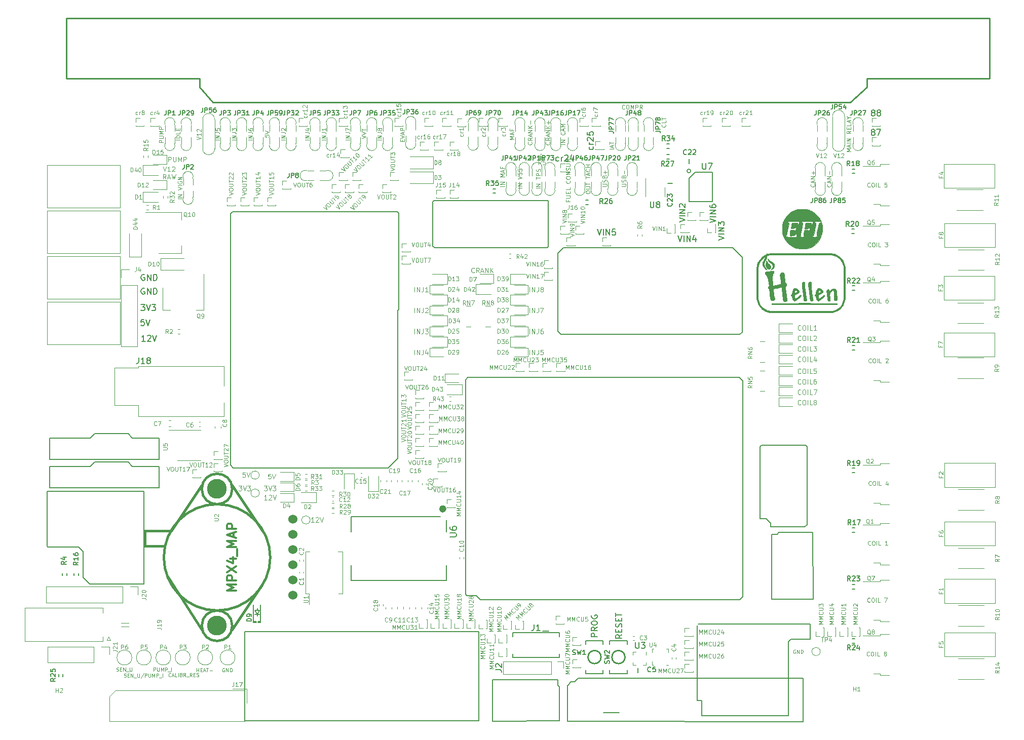
<source format=gto>
G04 #@! TF.GenerationSoftware,KiCad,Pcbnew,8.0.9-8.0.9-0~ubuntu24.04.1*
G04 #@! TF.CreationDate,2025-03-13T18:09:02+00:00*
G04 #@! TF.ProjectId,hellen88m42bmw,68656c6c-656e-4383-986d-3432626d772e,B*
G04 #@! TF.SameCoordinates,PX3d1b110PY9269338*
G04 #@! TF.FileFunction,Legend,Top*
G04 #@! TF.FilePolarity,Positive*
%FSLAX46Y46*%
G04 Gerber Fmt 4.6, Leading zero omitted, Abs format (unit mm)*
G04 Created by KiCad (PCBNEW 8.0.9-8.0.9-0~ubuntu24.04.1) date 2025-03-13 18:09:02*
%MOMM*%
%LPD*%
G01*
G04 APERTURE LIST*
%ADD10C,0.150000*%
%ADD11C,0.120000*%
%ADD12C,0.100000*%
%ADD13C,0.127000*%
%ADD14C,0.170000*%
%ADD15C,0.304800*%
%ADD16C,0.249936*%
%ADD17C,0.099060*%
%ADD18C,0.203200*%
%ADD19C,0.200000*%
%ADD20C,0.616000*%
%ADD21C,0.254000*%
%ADD22C,0.002540*%
%ADD23C,0.381000*%
%ADD24C,0.000000*%
%ADD25C,3.302000*%
%ADD26C,1.524000*%
G04 APERTURE END LIST*
D10*
X16118268Y70024181D02*
X16737315Y70024181D01*
X16737315Y70024181D02*
X16403982Y69643229D01*
X16403982Y69643229D02*
X16546839Y69643229D01*
X16546839Y69643229D02*
X16642077Y69595610D01*
X16642077Y69595610D02*
X16689696Y69547991D01*
X16689696Y69547991D02*
X16737315Y69452753D01*
X16737315Y69452753D02*
X16737315Y69214658D01*
X16737315Y69214658D02*
X16689696Y69119420D01*
X16689696Y69119420D02*
X16642077Y69071800D01*
X16642077Y69071800D02*
X16546839Y69024181D01*
X16546839Y69024181D02*
X16261125Y69024181D01*
X16261125Y69024181D02*
X16165887Y69071800D01*
X16165887Y69071800D02*
X16118268Y69119420D01*
X17023030Y70024181D02*
X17356363Y69024181D01*
X17356363Y69024181D02*
X17689696Y70024181D01*
X17927792Y70024181D02*
X18546839Y70024181D01*
X18546839Y70024181D02*
X18213506Y69643229D01*
X18213506Y69643229D02*
X18356363Y69643229D01*
X18356363Y69643229D02*
X18451601Y69595610D01*
X18451601Y69595610D02*
X18499220Y69547991D01*
X18499220Y69547991D02*
X18546839Y69452753D01*
X18546839Y69452753D02*
X18546839Y69214658D01*
X18546839Y69214658D02*
X18499220Y69119420D01*
X18499220Y69119420D02*
X18451601Y69071800D01*
X18451601Y69071800D02*
X18356363Y69024181D01*
X18356363Y69024181D02*
X18070649Y69024181D01*
X18070649Y69024181D02*
X17975411Y69071800D01*
X17975411Y69071800D02*
X17927792Y69119420D01*
X16642077Y67524181D02*
X16165887Y67524181D01*
X16165887Y67524181D02*
X16118268Y67047991D01*
X16118268Y67047991D02*
X16165887Y67095610D01*
X16165887Y67095610D02*
X16261125Y67143229D01*
X16261125Y67143229D02*
X16499220Y67143229D01*
X16499220Y67143229D02*
X16594458Y67095610D01*
X16594458Y67095610D02*
X16642077Y67047991D01*
X16642077Y67047991D02*
X16689696Y66952753D01*
X16689696Y66952753D02*
X16689696Y66714658D01*
X16689696Y66714658D02*
X16642077Y66619420D01*
X16642077Y66619420D02*
X16594458Y66571800D01*
X16594458Y66571800D02*
X16499220Y66524181D01*
X16499220Y66524181D02*
X16261125Y66524181D01*
X16261125Y66524181D02*
X16165887Y66571800D01*
X16165887Y66571800D02*
X16118268Y66619420D01*
X16975411Y67524181D02*
X17308744Y66524181D01*
X17308744Y66524181D02*
X17642077Y67524181D01*
X16837315Y63914181D02*
X16265887Y63914181D01*
X16551601Y63914181D02*
X16551601Y64914181D01*
X16551601Y64914181D02*
X16456363Y64771324D01*
X16456363Y64771324D02*
X16361125Y64676086D01*
X16361125Y64676086D02*
X16265887Y64628467D01*
X17218268Y64818943D02*
X17265887Y64866562D01*
X17265887Y64866562D02*
X17361125Y64914181D01*
X17361125Y64914181D02*
X17599220Y64914181D01*
X17599220Y64914181D02*
X17694458Y64866562D01*
X17694458Y64866562D02*
X17742077Y64818943D01*
X17742077Y64818943D02*
X17789696Y64723705D01*
X17789696Y64723705D02*
X17789696Y64628467D01*
X17789696Y64628467D02*
X17742077Y64485610D01*
X17742077Y64485610D02*
X17170649Y63914181D01*
X17170649Y63914181D02*
X17789696Y63914181D01*
X18075411Y64914181D02*
X18408744Y63914181D01*
X18408744Y63914181D02*
X18742077Y64914181D01*
X16701601Y75026562D02*
X16606363Y75074181D01*
X16606363Y75074181D02*
X16463506Y75074181D01*
X16463506Y75074181D02*
X16320649Y75026562D01*
X16320649Y75026562D02*
X16225411Y74931324D01*
X16225411Y74931324D02*
X16177792Y74836086D01*
X16177792Y74836086D02*
X16130173Y74645610D01*
X16130173Y74645610D02*
X16130173Y74502753D01*
X16130173Y74502753D02*
X16177792Y74312277D01*
X16177792Y74312277D02*
X16225411Y74217039D01*
X16225411Y74217039D02*
X16320649Y74121800D01*
X16320649Y74121800D02*
X16463506Y74074181D01*
X16463506Y74074181D02*
X16558744Y74074181D01*
X16558744Y74074181D02*
X16701601Y74121800D01*
X16701601Y74121800D02*
X16749220Y74169420D01*
X16749220Y74169420D02*
X16749220Y74502753D01*
X16749220Y74502753D02*
X16558744Y74502753D01*
X17177792Y74074181D02*
X17177792Y75074181D01*
X17177792Y75074181D02*
X17749220Y74074181D01*
X17749220Y74074181D02*
X17749220Y75074181D01*
X18225411Y74074181D02*
X18225411Y75074181D01*
X18225411Y75074181D02*
X18463506Y75074181D01*
X18463506Y75074181D02*
X18606363Y75026562D01*
X18606363Y75026562D02*
X18701601Y74931324D01*
X18701601Y74931324D02*
X18749220Y74836086D01*
X18749220Y74836086D02*
X18796839Y74645610D01*
X18796839Y74645610D02*
X18796839Y74502753D01*
X18796839Y74502753D02*
X18749220Y74312277D01*
X18749220Y74312277D02*
X18701601Y74217039D01*
X18701601Y74217039D02*
X18606363Y74121800D01*
X18606363Y74121800D02*
X18463506Y74074181D01*
X18463506Y74074181D02*
X18225411Y74074181D01*
X138354571Y102139610D02*
X138259333Y102187229D01*
X138259333Y102187229D02*
X138211714Y102234848D01*
X138211714Y102234848D02*
X138164095Y102330086D01*
X138164095Y102330086D02*
X138164095Y102377705D01*
X138164095Y102377705D02*
X138211714Y102472943D01*
X138211714Y102472943D02*
X138259333Y102520562D01*
X138259333Y102520562D02*
X138354571Y102568181D01*
X138354571Y102568181D02*
X138545047Y102568181D01*
X138545047Y102568181D02*
X138640285Y102520562D01*
X138640285Y102520562D02*
X138687904Y102472943D01*
X138687904Y102472943D02*
X138735523Y102377705D01*
X138735523Y102377705D02*
X138735523Y102330086D01*
X138735523Y102330086D02*
X138687904Y102234848D01*
X138687904Y102234848D02*
X138640285Y102187229D01*
X138640285Y102187229D02*
X138545047Y102139610D01*
X138545047Y102139610D02*
X138354571Y102139610D01*
X138354571Y102139610D02*
X138259333Y102091991D01*
X138259333Y102091991D02*
X138211714Y102044372D01*
X138211714Y102044372D02*
X138164095Y101949134D01*
X138164095Y101949134D02*
X138164095Y101758658D01*
X138164095Y101758658D02*
X138211714Y101663420D01*
X138211714Y101663420D02*
X138259333Y101615800D01*
X138259333Y101615800D02*
X138354571Y101568181D01*
X138354571Y101568181D02*
X138545047Y101568181D01*
X138545047Y101568181D02*
X138640285Y101615800D01*
X138640285Y101615800D02*
X138687904Y101663420D01*
X138687904Y101663420D02*
X138735523Y101758658D01*
X138735523Y101758658D02*
X138735523Y101949134D01*
X138735523Y101949134D02*
X138687904Y102044372D01*
X138687904Y102044372D02*
X138640285Y102091991D01*
X138640285Y102091991D02*
X138545047Y102139610D01*
X139306952Y102139610D02*
X139211714Y102187229D01*
X139211714Y102187229D02*
X139164095Y102234848D01*
X139164095Y102234848D02*
X139116476Y102330086D01*
X139116476Y102330086D02*
X139116476Y102377705D01*
X139116476Y102377705D02*
X139164095Y102472943D01*
X139164095Y102472943D02*
X139211714Y102520562D01*
X139211714Y102520562D02*
X139306952Y102568181D01*
X139306952Y102568181D02*
X139497428Y102568181D01*
X139497428Y102568181D02*
X139592666Y102520562D01*
X139592666Y102520562D02*
X139640285Y102472943D01*
X139640285Y102472943D02*
X139687904Y102377705D01*
X139687904Y102377705D02*
X139687904Y102330086D01*
X139687904Y102330086D02*
X139640285Y102234848D01*
X139640285Y102234848D02*
X139592666Y102187229D01*
X139592666Y102187229D02*
X139497428Y102139610D01*
X139497428Y102139610D02*
X139306952Y102139610D01*
X139306952Y102139610D02*
X139211714Y102091991D01*
X139211714Y102091991D02*
X139164095Y102044372D01*
X139164095Y102044372D02*
X139116476Y101949134D01*
X139116476Y101949134D02*
X139116476Y101758658D01*
X139116476Y101758658D02*
X139164095Y101663420D01*
X139164095Y101663420D02*
X139211714Y101615800D01*
X139211714Y101615800D02*
X139306952Y101568181D01*
X139306952Y101568181D02*
X139497428Y101568181D01*
X139497428Y101568181D02*
X139592666Y101615800D01*
X139592666Y101615800D02*
X139640285Y101663420D01*
X139640285Y101663420D02*
X139687904Y101758658D01*
X139687904Y101758658D02*
X139687904Y101949134D01*
X139687904Y101949134D02*
X139640285Y102044372D01*
X139640285Y102044372D02*
X139592666Y102091991D01*
X139592666Y102091991D02*
X139497428Y102139610D01*
D11*
X81071238Y61659145D02*
X81071238Y62459145D01*
X81452190Y61659145D02*
X81452190Y62459145D01*
X81452190Y62459145D02*
X81909333Y61659145D01*
X81909333Y61659145D02*
X81909333Y62459145D01*
X82518856Y62459145D02*
X82518856Y61887717D01*
X82518856Y61887717D02*
X82480761Y61773431D01*
X82480761Y61773431D02*
X82404570Y61697240D01*
X82404570Y61697240D02*
X82290285Y61659145D01*
X82290285Y61659145D02*
X82214094Y61659145D01*
X83280761Y62459145D02*
X82899809Y62459145D01*
X82899809Y62459145D02*
X82861713Y62078193D01*
X82861713Y62078193D02*
X82899809Y62116288D01*
X82899809Y62116288D02*
X82975999Y62154383D01*
X82975999Y62154383D02*
X83166475Y62154383D01*
X83166475Y62154383D02*
X83242666Y62116288D01*
X83242666Y62116288D02*
X83280761Y62078193D01*
X83280761Y62078193D02*
X83318856Y62002002D01*
X83318856Y62002002D02*
X83318856Y61811526D01*
X83318856Y61811526D02*
X83280761Y61735336D01*
X83280761Y61735336D02*
X83242666Y61697240D01*
X83242666Y61697240D02*
X83166475Y61659145D01*
X83166475Y61659145D02*
X82975999Y61659145D01*
X82975999Y61659145D02*
X82899809Y61697240D01*
X82899809Y61697240D02*
X82861713Y61735336D01*
X37773619Y41709145D02*
X37392667Y41709145D01*
X37392667Y41709145D02*
X37354571Y41328193D01*
X37354571Y41328193D02*
X37392667Y41366288D01*
X37392667Y41366288D02*
X37468857Y41404383D01*
X37468857Y41404383D02*
X37659333Y41404383D01*
X37659333Y41404383D02*
X37735524Y41366288D01*
X37735524Y41366288D02*
X37773619Y41328193D01*
X37773619Y41328193D02*
X37811714Y41252002D01*
X37811714Y41252002D02*
X37811714Y41061526D01*
X37811714Y41061526D02*
X37773619Y40985336D01*
X37773619Y40985336D02*
X37735524Y40947240D01*
X37735524Y40947240D02*
X37659333Y40909145D01*
X37659333Y40909145D02*
X37468857Y40909145D01*
X37468857Y40909145D02*
X37392667Y40947240D01*
X37392667Y40947240D02*
X37354571Y40985336D01*
X38040286Y41709145D02*
X38306953Y40909145D01*
X38306953Y40909145D02*
X38573619Y41709145D01*
D12*
X93244633Y89806334D02*
X93811300Y89806334D01*
X93811300Y89806334D02*
X93877966Y89839667D01*
X93877966Y89839667D02*
X93911300Y89873001D01*
X93911300Y89873001D02*
X93944633Y89939667D01*
X93944633Y89939667D02*
X93944633Y90073001D01*
X93944633Y90073001D02*
X93911300Y90139667D01*
X93911300Y90139667D02*
X93877966Y90173001D01*
X93877966Y90173001D02*
X93811300Y90206334D01*
X93811300Y90206334D02*
X93244633Y90206334D01*
X93911300Y90506334D02*
X93944633Y90606334D01*
X93944633Y90606334D02*
X93944633Y90773000D01*
X93944633Y90773000D02*
X93911300Y90839667D01*
X93911300Y90839667D02*
X93877966Y90873000D01*
X93877966Y90873000D02*
X93811300Y90906334D01*
X93811300Y90906334D02*
X93744633Y90906334D01*
X93744633Y90906334D02*
X93677966Y90873000D01*
X93677966Y90873000D02*
X93644633Y90839667D01*
X93644633Y90839667D02*
X93611300Y90773000D01*
X93611300Y90773000D02*
X93577966Y90639667D01*
X93577966Y90639667D02*
X93544633Y90573000D01*
X93544633Y90573000D02*
X93511300Y90539667D01*
X93511300Y90539667D02*
X93444633Y90506334D01*
X93444633Y90506334D02*
X93377966Y90506334D01*
X93377966Y90506334D02*
X93311300Y90539667D01*
X93311300Y90539667D02*
X93277966Y90573000D01*
X93277966Y90573000D02*
X93244633Y90639667D01*
X93244633Y90639667D02*
X93244633Y90806334D01*
X93244633Y90806334D02*
X93277966Y90906334D01*
X93577966Y91439667D02*
X93611300Y91539667D01*
X93611300Y91539667D02*
X93644633Y91573001D01*
X93644633Y91573001D02*
X93711300Y91606334D01*
X93711300Y91606334D02*
X93811300Y91606334D01*
X93811300Y91606334D02*
X93877966Y91573001D01*
X93877966Y91573001D02*
X93911300Y91539667D01*
X93911300Y91539667D02*
X93944633Y91473001D01*
X93944633Y91473001D02*
X93944633Y91206334D01*
X93944633Y91206334D02*
X93244633Y91206334D01*
X93244633Y91206334D02*
X93244633Y91439667D01*
X93244633Y91439667D02*
X93277966Y91506334D01*
X93277966Y91506334D02*
X93311300Y91539667D01*
X93311300Y91539667D02*
X93377966Y91573001D01*
X93377966Y91573001D02*
X93444633Y91573001D01*
X93444633Y91573001D02*
X93511300Y91539667D01*
X93511300Y91539667D02*
X93544633Y91506334D01*
X93544633Y91506334D02*
X93577966Y91439667D01*
X93577966Y91439667D02*
X93577966Y91206334D01*
X93677966Y91906334D02*
X93677966Y92439667D01*
X93944633Y92173001D02*
X93411300Y92173001D01*
X103727966Y100139667D02*
X103761300Y100106334D01*
X103761300Y100106334D02*
X103794633Y100006334D01*
X103794633Y100006334D02*
X103794633Y99939667D01*
X103794633Y99939667D02*
X103761300Y99839667D01*
X103761300Y99839667D02*
X103694633Y99773000D01*
X103694633Y99773000D02*
X103627966Y99739667D01*
X103627966Y99739667D02*
X103494633Y99706334D01*
X103494633Y99706334D02*
X103394633Y99706334D01*
X103394633Y99706334D02*
X103261300Y99739667D01*
X103261300Y99739667D02*
X103194633Y99773000D01*
X103194633Y99773000D02*
X103127966Y99839667D01*
X103127966Y99839667D02*
X103094633Y99939667D01*
X103094633Y99939667D02*
X103094633Y100006334D01*
X103094633Y100006334D02*
X103127966Y100106334D01*
X103127966Y100106334D02*
X103161300Y100139667D01*
X103794633Y100773000D02*
X103794633Y100439667D01*
X103794633Y100439667D02*
X103094633Y100439667D01*
X103094633Y100906334D02*
X103094633Y101306334D01*
X103794633Y101106334D02*
X103094633Y101106334D01*
X128925999Y95304367D02*
X129159333Y94604367D01*
X129159333Y94604367D02*
X129392666Y95304367D01*
X129992666Y94604367D02*
X129592666Y94604367D01*
X129792666Y94604367D02*
X129792666Y95304367D01*
X129792666Y95304367D02*
X129725999Y95204367D01*
X129725999Y95204367D02*
X129659333Y95137700D01*
X129659333Y95137700D02*
X129592666Y95104367D01*
X130259333Y95237700D02*
X130292666Y95271034D01*
X130292666Y95271034D02*
X130359333Y95304367D01*
X130359333Y95304367D02*
X130526000Y95304367D01*
X130526000Y95304367D02*
X130592666Y95271034D01*
X130592666Y95271034D02*
X130626000Y95237700D01*
X130626000Y95237700D02*
X130659333Y95171034D01*
X130659333Y95171034D02*
X130659333Y95104367D01*
X130659333Y95104367D02*
X130626000Y95004367D01*
X130626000Y95004367D02*
X130226000Y94604367D01*
X130226000Y94604367D02*
X130659333Y94604367D01*
X34744633Y97556334D02*
X34044633Y97556334D01*
X34744633Y97889667D02*
X34044633Y97889667D01*
X34044633Y97889667D02*
X34744633Y98289667D01*
X34744633Y98289667D02*
X34044633Y98289667D01*
X34044633Y98823000D02*
X34544633Y98823000D01*
X34544633Y98823000D02*
X34644633Y98789667D01*
X34644633Y98789667D02*
X34711300Y98723000D01*
X34711300Y98723000D02*
X34744633Y98623000D01*
X34744633Y98623000D02*
X34744633Y98556333D01*
X34044633Y99456333D02*
X34044633Y99323000D01*
X34044633Y99323000D02*
X34077966Y99256333D01*
X34077966Y99256333D02*
X34111300Y99223000D01*
X34111300Y99223000D02*
X34211300Y99156333D01*
X34211300Y99156333D02*
X34344633Y99123000D01*
X34344633Y99123000D02*
X34611300Y99123000D01*
X34611300Y99123000D02*
X34677966Y99156333D01*
X34677966Y99156333D02*
X34711300Y99189666D01*
X34711300Y99189666D02*
X34744633Y99256333D01*
X34744633Y99256333D02*
X34744633Y99389666D01*
X34744633Y99389666D02*
X34711300Y99456333D01*
X34711300Y99456333D02*
X34677966Y99489666D01*
X34677966Y99489666D02*
X34611300Y99523000D01*
X34611300Y99523000D02*
X34444633Y99523000D01*
X34444633Y99523000D02*
X34377966Y99489666D01*
X34377966Y99489666D02*
X34344633Y99456333D01*
X34344633Y99456333D02*
X34311300Y99389666D01*
X34311300Y99389666D02*
X34311300Y99256333D01*
X34311300Y99256333D02*
X34344633Y99189666D01*
X34344633Y99189666D02*
X34377966Y99156333D01*
X34377966Y99156333D02*
X34444633Y99123000D01*
D11*
X45030761Y33659145D02*
X44573618Y33659145D01*
X44802190Y33659145D02*
X44802190Y34459145D01*
X44802190Y34459145D02*
X44725999Y34344860D01*
X44725999Y34344860D02*
X44649809Y34268669D01*
X44649809Y34268669D02*
X44573618Y34230574D01*
X45335523Y34382955D02*
X45373619Y34421050D01*
X45373619Y34421050D02*
X45449809Y34459145D01*
X45449809Y34459145D02*
X45640285Y34459145D01*
X45640285Y34459145D02*
X45716476Y34421050D01*
X45716476Y34421050D02*
X45754571Y34382955D01*
X45754571Y34382955D02*
X45792666Y34306764D01*
X45792666Y34306764D02*
X45792666Y34230574D01*
X45792666Y34230574D02*
X45754571Y34116288D01*
X45754571Y34116288D02*
X45297428Y33659145D01*
X45297428Y33659145D02*
X45792666Y33659145D01*
X46021238Y34459145D02*
X46287905Y33659145D01*
X46287905Y33659145D02*
X46554571Y34459145D01*
D12*
X76844633Y89789668D02*
X76144633Y89789668D01*
X76844633Y90123001D02*
X76144633Y90123001D01*
X76144633Y90123001D02*
X76844633Y90523001D01*
X76844633Y90523001D02*
X76144633Y90523001D01*
X76844633Y91389667D02*
X76144633Y91389667D01*
X76144633Y91389667D02*
X76644633Y91623000D01*
X76644633Y91623000D02*
X76144633Y91856334D01*
X76144633Y91856334D02*
X76844633Y91856334D01*
X76644633Y92156334D02*
X76644633Y92489667D01*
X76844633Y92089667D02*
X76144633Y92323000D01*
X76144633Y92323000D02*
X76844633Y92556334D01*
X76477966Y93023000D02*
X76477966Y92789667D01*
X76844633Y92789667D02*
X76144633Y92789667D01*
X76144633Y92789667D02*
X76144633Y93123000D01*
D11*
X126359334Y65835336D02*
X126321238Y65797240D01*
X126321238Y65797240D02*
X126206953Y65759145D01*
X126206953Y65759145D02*
X126130762Y65759145D01*
X126130762Y65759145D02*
X126016476Y65797240D01*
X126016476Y65797240D02*
X125940286Y65873431D01*
X125940286Y65873431D02*
X125902191Y65949621D01*
X125902191Y65949621D02*
X125864095Y66102002D01*
X125864095Y66102002D02*
X125864095Y66216288D01*
X125864095Y66216288D02*
X125902191Y66368669D01*
X125902191Y66368669D02*
X125940286Y66444860D01*
X125940286Y66444860D02*
X126016476Y66521050D01*
X126016476Y66521050D02*
X126130762Y66559145D01*
X126130762Y66559145D02*
X126206953Y66559145D01*
X126206953Y66559145D02*
X126321238Y66521050D01*
X126321238Y66521050D02*
X126359334Y66482955D01*
X126854572Y66559145D02*
X127006953Y66559145D01*
X127006953Y66559145D02*
X127083143Y66521050D01*
X127083143Y66521050D02*
X127159334Y66444860D01*
X127159334Y66444860D02*
X127197429Y66292479D01*
X127197429Y66292479D02*
X127197429Y66025812D01*
X127197429Y66025812D02*
X127159334Y65873431D01*
X127159334Y65873431D02*
X127083143Y65797240D01*
X127083143Y65797240D02*
X127006953Y65759145D01*
X127006953Y65759145D02*
X126854572Y65759145D01*
X126854572Y65759145D02*
X126778381Y65797240D01*
X126778381Y65797240D02*
X126702191Y65873431D01*
X126702191Y65873431D02*
X126664095Y66025812D01*
X126664095Y66025812D02*
X126664095Y66292479D01*
X126664095Y66292479D02*
X126702191Y66444860D01*
X126702191Y66444860D02*
X126778381Y66521050D01*
X126778381Y66521050D02*
X126854572Y66559145D01*
X127540286Y65759145D02*
X127540286Y66559145D01*
X128302190Y65759145D02*
X127921238Y65759145D01*
X127921238Y65759145D02*
X127921238Y66559145D01*
X128987904Y65759145D02*
X128530761Y65759145D01*
X128759333Y65759145D02*
X128759333Y66559145D01*
X128759333Y66559145D02*
X128683142Y66444860D01*
X128683142Y66444860D02*
X128606952Y66368669D01*
X128606952Y66368669D02*
X128530761Y66330574D01*
D12*
X125468857Y12322058D02*
X125411715Y12350629D01*
X125411715Y12350629D02*
X125326000Y12350629D01*
X125326000Y12350629D02*
X125240286Y12322058D01*
X125240286Y12322058D02*
X125183143Y12264915D01*
X125183143Y12264915D02*
X125154572Y12207772D01*
X125154572Y12207772D02*
X125126000Y12093486D01*
X125126000Y12093486D02*
X125126000Y12007772D01*
X125126000Y12007772D02*
X125154572Y11893486D01*
X125154572Y11893486D02*
X125183143Y11836343D01*
X125183143Y11836343D02*
X125240286Y11779200D01*
X125240286Y11779200D02*
X125326000Y11750629D01*
X125326000Y11750629D02*
X125383143Y11750629D01*
X125383143Y11750629D02*
X125468857Y11779200D01*
X125468857Y11779200D02*
X125497429Y11807772D01*
X125497429Y11807772D02*
X125497429Y12007772D01*
X125497429Y12007772D02*
X125383143Y12007772D01*
X125754572Y11750629D02*
X125754572Y12350629D01*
X125754572Y12350629D02*
X126097429Y11750629D01*
X126097429Y11750629D02*
X126097429Y12350629D01*
X126383143Y11750629D02*
X126383143Y12350629D01*
X126383143Y12350629D02*
X126526000Y12350629D01*
X126526000Y12350629D02*
X126611714Y12322058D01*
X126611714Y12322058D02*
X126668857Y12264915D01*
X126668857Y12264915D02*
X126697428Y12207772D01*
X126697428Y12207772D02*
X126726000Y12093486D01*
X126726000Y12093486D02*
X126726000Y12007772D01*
X126726000Y12007772D02*
X126697428Y11893486D01*
X126697428Y11893486D02*
X126668857Y11836343D01*
X126668857Y11836343D02*
X126611714Y11779200D01*
X126611714Y11779200D02*
X126526000Y11750629D01*
X126526000Y11750629D02*
X126383143Y11750629D01*
D11*
X61821238Y65159145D02*
X61821238Y65959145D01*
X62202190Y65159145D02*
X62202190Y65959145D01*
X62202190Y65959145D02*
X62659333Y65159145D01*
X62659333Y65159145D02*
X62659333Y65959145D01*
X63268856Y65959145D02*
X63268856Y65387717D01*
X63268856Y65387717D02*
X63230761Y65273431D01*
X63230761Y65273431D02*
X63154570Y65197240D01*
X63154570Y65197240D02*
X63040285Y65159145D01*
X63040285Y65159145D02*
X62964094Y65159145D01*
X63573618Y65959145D02*
X64068856Y65959145D01*
X64068856Y65959145D02*
X63802190Y65654383D01*
X63802190Y65654383D02*
X63916475Y65654383D01*
X63916475Y65654383D02*
X63992666Y65616288D01*
X63992666Y65616288D02*
X64030761Y65578193D01*
X64030761Y65578193D02*
X64068856Y65502002D01*
X64068856Y65502002D02*
X64068856Y65311526D01*
X64068856Y65311526D02*
X64030761Y65235336D01*
X64030761Y65235336D02*
X63992666Y65197240D01*
X63992666Y65197240D02*
X63916475Y65159145D01*
X63916475Y65159145D02*
X63687904Y65159145D01*
X63687904Y65159145D02*
X63611713Y65197240D01*
X63611713Y65197240D02*
X63573618Y65235336D01*
D12*
X138126000Y60371034D02*
X138092667Y60337700D01*
X138092667Y60337700D02*
X137992667Y60304367D01*
X137992667Y60304367D02*
X137926000Y60304367D01*
X137926000Y60304367D02*
X137826000Y60337700D01*
X137826000Y60337700D02*
X137759334Y60404367D01*
X137759334Y60404367D02*
X137726000Y60471034D01*
X137726000Y60471034D02*
X137692667Y60604367D01*
X137692667Y60604367D02*
X137692667Y60704367D01*
X137692667Y60704367D02*
X137726000Y60837700D01*
X137726000Y60837700D02*
X137759334Y60904367D01*
X137759334Y60904367D02*
X137826000Y60971034D01*
X137826000Y60971034D02*
X137926000Y61004367D01*
X137926000Y61004367D02*
X137992667Y61004367D01*
X137992667Y61004367D02*
X138092667Y60971034D01*
X138092667Y60971034D02*
X138126000Y60937700D01*
X138559334Y61004367D02*
X138692667Y61004367D01*
X138692667Y61004367D02*
X138759334Y60971034D01*
X138759334Y60971034D02*
X138826000Y60904367D01*
X138826000Y60904367D02*
X138859334Y60771034D01*
X138859334Y60771034D02*
X138859334Y60537700D01*
X138859334Y60537700D02*
X138826000Y60404367D01*
X138826000Y60404367D02*
X138759334Y60337700D01*
X138759334Y60337700D02*
X138692667Y60304367D01*
X138692667Y60304367D02*
X138559334Y60304367D01*
X138559334Y60304367D02*
X138492667Y60337700D01*
X138492667Y60337700D02*
X138426000Y60404367D01*
X138426000Y60404367D02*
X138392667Y60537700D01*
X138392667Y60537700D02*
X138392667Y60771034D01*
X138392667Y60771034D02*
X138426000Y60904367D01*
X138426000Y60904367D02*
X138492667Y60971034D01*
X138492667Y60971034D02*
X138559334Y61004367D01*
X139159333Y60304367D02*
X139159333Y61004367D01*
X139826000Y60304367D02*
X139492666Y60304367D01*
X139492666Y60304367D02*
X139492666Y61004367D01*
X140559333Y60937700D02*
X140592666Y60971034D01*
X140592666Y60971034D02*
X140659333Y61004367D01*
X140659333Y61004367D02*
X140826000Y61004367D01*
X140826000Y61004367D02*
X140892666Y60971034D01*
X140892666Y60971034D02*
X140926000Y60937700D01*
X140926000Y60937700D02*
X140959333Y60871034D01*
X140959333Y60871034D02*
X140959333Y60804367D01*
X140959333Y60804367D02*
X140926000Y60704367D01*
X140926000Y60704367D02*
X140526000Y60304367D01*
X140526000Y60304367D02*
X140959333Y60304367D01*
X138026000Y79771034D02*
X137992667Y79737700D01*
X137992667Y79737700D02*
X137892667Y79704367D01*
X137892667Y79704367D02*
X137826000Y79704367D01*
X137826000Y79704367D02*
X137726000Y79737700D01*
X137726000Y79737700D02*
X137659334Y79804367D01*
X137659334Y79804367D02*
X137626000Y79871034D01*
X137626000Y79871034D02*
X137592667Y80004367D01*
X137592667Y80004367D02*
X137592667Y80104367D01*
X137592667Y80104367D02*
X137626000Y80237700D01*
X137626000Y80237700D02*
X137659334Y80304367D01*
X137659334Y80304367D02*
X137726000Y80371034D01*
X137726000Y80371034D02*
X137826000Y80404367D01*
X137826000Y80404367D02*
X137892667Y80404367D01*
X137892667Y80404367D02*
X137992667Y80371034D01*
X137992667Y80371034D02*
X138026000Y80337700D01*
X138459334Y80404367D02*
X138592667Y80404367D01*
X138592667Y80404367D02*
X138659334Y80371034D01*
X138659334Y80371034D02*
X138726000Y80304367D01*
X138726000Y80304367D02*
X138759334Y80171034D01*
X138759334Y80171034D02*
X138759334Y79937700D01*
X138759334Y79937700D02*
X138726000Y79804367D01*
X138726000Y79804367D02*
X138659334Y79737700D01*
X138659334Y79737700D02*
X138592667Y79704367D01*
X138592667Y79704367D02*
X138459334Y79704367D01*
X138459334Y79704367D02*
X138392667Y79737700D01*
X138392667Y79737700D02*
X138326000Y79804367D01*
X138326000Y79804367D02*
X138292667Y79937700D01*
X138292667Y79937700D02*
X138292667Y80171034D01*
X138292667Y80171034D02*
X138326000Y80304367D01*
X138326000Y80304367D02*
X138392667Y80371034D01*
X138392667Y80371034D02*
X138459334Y80404367D01*
X139059333Y79704367D02*
X139059333Y80404367D01*
X139726000Y79704367D02*
X139392666Y79704367D01*
X139392666Y79704367D02*
X139392666Y80404367D01*
X140426000Y80404367D02*
X140859333Y80404367D01*
X140859333Y80404367D02*
X140626000Y80137700D01*
X140626000Y80137700D02*
X140726000Y80137700D01*
X140726000Y80137700D02*
X140792666Y80104367D01*
X140792666Y80104367D02*
X140826000Y80071034D01*
X140826000Y80071034D02*
X140859333Y80004367D01*
X140859333Y80004367D02*
X140859333Y79837700D01*
X140859333Y79837700D02*
X140826000Y79771034D01*
X140826000Y79771034D02*
X140792666Y79737700D01*
X140792666Y79737700D02*
X140726000Y79704367D01*
X140726000Y79704367D02*
X140526000Y79704367D01*
X140526000Y79704367D02*
X140459333Y79737700D01*
X140459333Y79737700D02*
X140426000Y79771034D01*
X96444633Y89806334D02*
X97011300Y89806334D01*
X97011300Y89806334D02*
X97077966Y89839667D01*
X97077966Y89839667D02*
X97111300Y89873001D01*
X97111300Y89873001D02*
X97144633Y89939667D01*
X97144633Y89939667D02*
X97144633Y90073001D01*
X97144633Y90073001D02*
X97111300Y90139667D01*
X97111300Y90139667D02*
X97077966Y90173001D01*
X97077966Y90173001D02*
X97011300Y90206334D01*
X97011300Y90206334D02*
X96444633Y90206334D01*
X97111300Y90506334D02*
X97144633Y90606334D01*
X97144633Y90606334D02*
X97144633Y90773000D01*
X97144633Y90773000D02*
X97111300Y90839667D01*
X97111300Y90839667D02*
X97077966Y90873000D01*
X97077966Y90873000D02*
X97011300Y90906334D01*
X97011300Y90906334D02*
X96944633Y90906334D01*
X96944633Y90906334D02*
X96877966Y90873000D01*
X96877966Y90873000D02*
X96844633Y90839667D01*
X96844633Y90839667D02*
X96811300Y90773000D01*
X96811300Y90773000D02*
X96777966Y90639667D01*
X96777966Y90639667D02*
X96744633Y90573000D01*
X96744633Y90573000D02*
X96711300Y90539667D01*
X96711300Y90539667D02*
X96644633Y90506334D01*
X96644633Y90506334D02*
X96577966Y90506334D01*
X96577966Y90506334D02*
X96511300Y90539667D01*
X96511300Y90539667D02*
X96477966Y90573000D01*
X96477966Y90573000D02*
X96444633Y90639667D01*
X96444633Y90639667D02*
X96444633Y90806334D01*
X96444633Y90806334D02*
X96477966Y90906334D01*
X96777966Y91439667D02*
X96811300Y91539667D01*
X96811300Y91539667D02*
X96844633Y91573001D01*
X96844633Y91573001D02*
X96911300Y91606334D01*
X96911300Y91606334D02*
X97011300Y91606334D01*
X97011300Y91606334D02*
X97077966Y91573001D01*
X97077966Y91573001D02*
X97111300Y91539667D01*
X97111300Y91539667D02*
X97144633Y91473001D01*
X97144633Y91473001D02*
X97144633Y91206334D01*
X97144633Y91206334D02*
X96444633Y91206334D01*
X96444633Y91206334D02*
X96444633Y91439667D01*
X96444633Y91439667D02*
X96477966Y91506334D01*
X96477966Y91506334D02*
X96511300Y91539667D01*
X96511300Y91539667D02*
X96577966Y91573001D01*
X96577966Y91573001D02*
X96644633Y91573001D01*
X96644633Y91573001D02*
X96711300Y91539667D01*
X96711300Y91539667D02*
X96744633Y91506334D01*
X96744633Y91506334D02*
X96777966Y91439667D01*
X96777966Y91439667D02*
X96777966Y91206334D01*
X96877966Y91906334D02*
X96877966Y92439667D01*
X131825999Y95304367D02*
X132059333Y94604367D01*
X132059333Y94604367D02*
X132292666Y95304367D01*
X132892666Y94604367D02*
X132492666Y94604367D01*
X132692666Y94604367D02*
X132692666Y95304367D01*
X132692666Y95304367D02*
X132625999Y95204367D01*
X132625999Y95204367D02*
X132559333Y95137700D01*
X132559333Y95137700D02*
X132492666Y95104367D01*
X133159333Y95237700D02*
X133192666Y95271034D01*
X133192666Y95271034D02*
X133259333Y95304367D01*
X133259333Y95304367D02*
X133426000Y95304367D01*
X133426000Y95304367D02*
X133492666Y95271034D01*
X133492666Y95271034D02*
X133526000Y95237700D01*
X133526000Y95237700D02*
X133559333Y95171034D01*
X133559333Y95171034D02*
X133559333Y95104367D01*
X133559333Y95104367D02*
X133526000Y95004367D01*
X133526000Y95004367D02*
X133126000Y94604367D01*
X133126000Y94604367D02*
X133559333Y94604367D01*
X19844633Y97123001D02*
X19144633Y97123001D01*
X19144633Y97123001D02*
X19144633Y97389668D01*
X19144633Y97389668D02*
X19177966Y97456334D01*
X19177966Y97456334D02*
X19211300Y97489668D01*
X19211300Y97489668D02*
X19277966Y97523001D01*
X19277966Y97523001D02*
X19377966Y97523001D01*
X19377966Y97523001D02*
X19444633Y97489668D01*
X19444633Y97489668D02*
X19477966Y97456334D01*
X19477966Y97456334D02*
X19511300Y97389668D01*
X19511300Y97389668D02*
X19511300Y97123001D01*
X19144633Y97823001D02*
X19711300Y97823001D01*
X19711300Y97823001D02*
X19777966Y97856334D01*
X19777966Y97856334D02*
X19811300Y97889668D01*
X19811300Y97889668D02*
X19844633Y97956334D01*
X19844633Y97956334D02*
X19844633Y98089668D01*
X19844633Y98089668D02*
X19811300Y98156334D01*
X19811300Y98156334D02*
X19777966Y98189668D01*
X19777966Y98189668D02*
X19711300Y98223001D01*
X19711300Y98223001D02*
X19144633Y98223001D01*
X19844633Y98556334D02*
X19144633Y98556334D01*
X19144633Y98556334D02*
X19644633Y98789667D01*
X19644633Y98789667D02*
X19144633Y99023001D01*
X19144633Y99023001D02*
X19844633Y99023001D01*
X19844633Y99356334D02*
X19144633Y99356334D01*
X19144633Y99356334D02*
X19144633Y99623001D01*
X19144633Y99623001D02*
X19177966Y99689667D01*
X19177966Y99689667D02*
X19211300Y99723001D01*
X19211300Y99723001D02*
X19277966Y99756334D01*
X19277966Y99756334D02*
X19377966Y99756334D01*
X19377966Y99756334D02*
X19444633Y99723001D01*
X19444633Y99723001D02*
X19477966Y99689667D01*
X19477966Y99689667D02*
X19511300Y99623001D01*
X19511300Y99623001D02*
X19511300Y99356334D01*
X18240286Y8750629D02*
X18240286Y9350629D01*
X18240286Y9350629D02*
X18468857Y9350629D01*
X18468857Y9350629D02*
X18526000Y9322058D01*
X18526000Y9322058D02*
X18554571Y9293486D01*
X18554571Y9293486D02*
X18583143Y9236343D01*
X18583143Y9236343D02*
X18583143Y9150629D01*
X18583143Y9150629D02*
X18554571Y9093486D01*
X18554571Y9093486D02*
X18526000Y9064915D01*
X18526000Y9064915D02*
X18468857Y9036343D01*
X18468857Y9036343D02*
X18240286Y9036343D01*
X18840286Y9350629D02*
X18840286Y8864915D01*
X18840286Y8864915D02*
X18868857Y8807772D01*
X18868857Y8807772D02*
X18897429Y8779200D01*
X18897429Y8779200D02*
X18954571Y8750629D01*
X18954571Y8750629D02*
X19068857Y8750629D01*
X19068857Y8750629D02*
X19126000Y8779200D01*
X19126000Y8779200D02*
X19154571Y8807772D01*
X19154571Y8807772D02*
X19183143Y8864915D01*
X19183143Y8864915D02*
X19183143Y9350629D01*
X19468857Y8750629D02*
X19468857Y9350629D01*
X19468857Y9350629D02*
X19668857Y8922058D01*
X19668857Y8922058D02*
X19868857Y9350629D01*
X19868857Y9350629D02*
X19868857Y8750629D01*
X20154571Y8750629D02*
X20154571Y9350629D01*
X20154571Y9350629D02*
X20383142Y9350629D01*
X20383142Y9350629D02*
X20440285Y9322058D01*
X20440285Y9322058D02*
X20468856Y9293486D01*
X20468856Y9293486D02*
X20497428Y9236343D01*
X20497428Y9236343D02*
X20497428Y9150629D01*
X20497428Y9150629D02*
X20468856Y9093486D01*
X20468856Y9093486D02*
X20440285Y9064915D01*
X20440285Y9064915D02*
X20383142Y9036343D01*
X20383142Y9036343D02*
X20154571Y9036343D01*
X20611714Y8693486D02*
X21068856Y8693486D01*
X21211714Y8750629D02*
X21211714Y9350629D01*
D10*
X96454619Y14847819D02*
X95978428Y14514486D01*
X96454619Y14276391D02*
X95454619Y14276391D01*
X95454619Y14276391D02*
X95454619Y14657343D01*
X95454619Y14657343D02*
X95502238Y14752581D01*
X95502238Y14752581D02*
X95549857Y14800200D01*
X95549857Y14800200D02*
X95645095Y14847819D01*
X95645095Y14847819D02*
X95787952Y14847819D01*
X95787952Y14847819D02*
X95883190Y14800200D01*
X95883190Y14800200D02*
X95930809Y14752581D01*
X95930809Y14752581D02*
X95978428Y14657343D01*
X95978428Y14657343D02*
X95978428Y14276391D01*
X95930809Y15276391D02*
X95930809Y15609724D01*
X96454619Y15752581D02*
X96454619Y15276391D01*
X96454619Y15276391D02*
X95454619Y15276391D01*
X95454619Y15276391D02*
X95454619Y15752581D01*
X96407000Y16133534D02*
X96454619Y16276391D01*
X96454619Y16276391D02*
X96454619Y16514486D01*
X96454619Y16514486D02*
X96407000Y16609724D01*
X96407000Y16609724D02*
X96359380Y16657343D01*
X96359380Y16657343D02*
X96264142Y16704962D01*
X96264142Y16704962D02*
X96168904Y16704962D01*
X96168904Y16704962D02*
X96073666Y16657343D01*
X96073666Y16657343D02*
X96026047Y16609724D01*
X96026047Y16609724D02*
X95978428Y16514486D01*
X95978428Y16514486D02*
X95930809Y16324010D01*
X95930809Y16324010D02*
X95883190Y16228772D01*
X95883190Y16228772D02*
X95835571Y16181153D01*
X95835571Y16181153D02*
X95740333Y16133534D01*
X95740333Y16133534D02*
X95645095Y16133534D01*
X95645095Y16133534D02*
X95549857Y16181153D01*
X95549857Y16181153D02*
X95502238Y16228772D01*
X95502238Y16228772D02*
X95454619Y16324010D01*
X95454619Y16324010D02*
X95454619Y16562105D01*
X95454619Y16562105D02*
X95502238Y16704962D01*
X95930809Y17133534D02*
X95930809Y17466867D01*
X96454619Y17609724D02*
X96454619Y17133534D01*
X96454619Y17133534D02*
X95454619Y17133534D01*
X95454619Y17133534D02*
X95454619Y17609724D01*
X95454619Y17895439D02*
X95454619Y18466867D01*
X96454619Y18181153D02*
X95454619Y18181153D01*
D11*
X36685523Y39709145D02*
X37180761Y39709145D01*
X37180761Y39709145D02*
X36914095Y39404383D01*
X36914095Y39404383D02*
X37028380Y39404383D01*
X37028380Y39404383D02*
X37104571Y39366288D01*
X37104571Y39366288D02*
X37142666Y39328193D01*
X37142666Y39328193D02*
X37180761Y39252002D01*
X37180761Y39252002D02*
X37180761Y39061526D01*
X37180761Y39061526D02*
X37142666Y38985336D01*
X37142666Y38985336D02*
X37104571Y38947240D01*
X37104571Y38947240D02*
X37028380Y38909145D01*
X37028380Y38909145D02*
X36799809Y38909145D01*
X36799809Y38909145D02*
X36723618Y38947240D01*
X36723618Y38947240D02*
X36685523Y38985336D01*
X37409333Y39709145D02*
X37676000Y38909145D01*
X37676000Y38909145D02*
X37942666Y39709145D01*
X38133142Y39709145D02*
X38628380Y39709145D01*
X38628380Y39709145D02*
X38361714Y39404383D01*
X38361714Y39404383D02*
X38475999Y39404383D01*
X38475999Y39404383D02*
X38552190Y39366288D01*
X38552190Y39366288D02*
X38590285Y39328193D01*
X38590285Y39328193D02*
X38628380Y39252002D01*
X38628380Y39252002D02*
X38628380Y39061526D01*
X38628380Y39061526D02*
X38590285Y38985336D01*
X38590285Y38985336D02*
X38552190Y38947240D01*
X38552190Y38947240D02*
X38475999Y38909145D01*
X38475999Y38909145D02*
X38247428Y38909145D01*
X38247428Y38909145D02*
X38171237Y38947240D01*
X38171237Y38947240D02*
X38133142Y38985336D01*
D12*
X138126000Y70371034D02*
X138092667Y70337700D01*
X138092667Y70337700D02*
X137992667Y70304367D01*
X137992667Y70304367D02*
X137926000Y70304367D01*
X137926000Y70304367D02*
X137826000Y70337700D01*
X137826000Y70337700D02*
X137759334Y70404367D01*
X137759334Y70404367D02*
X137726000Y70471034D01*
X137726000Y70471034D02*
X137692667Y70604367D01*
X137692667Y70604367D02*
X137692667Y70704367D01*
X137692667Y70704367D02*
X137726000Y70837700D01*
X137726000Y70837700D02*
X137759334Y70904367D01*
X137759334Y70904367D02*
X137826000Y70971034D01*
X137826000Y70971034D02*
X137926000Y71004367D01*
X137926000Y71004367D02*
X137992667Y71004367D01*
X137992667Y71004367D02*
X138092667Y70971034D01*
X138092667Y70971034D02*
X138126000Y70937700D01*
X138559334Y71004367D02*
X138692667Y71004367D01*
X138692667Y71004367D02*
X138759334Y70971034D01*
X138759334Y70971034D02*
X138826000Y70904367D01*
X138826000Y70904367D02*
X138859334Y70771034D01*
X138859334Y70771034D02*
X138859334Y70537700D01*
X138859334Y70537700D02*
X138826000Y70404367D01*
X138826000Y70404367D02*
X138759334Y70337700D01*
X138759334Y70337700D02*
X138692667Y70304367D01*
X138692667Y70304367D02*
X138559334Y70304367D01*
X138559334Y70304367D02*
X138492667Y70337700D01*
X138492667Y70337700D02*
X138426000Y70404367D01*
X138426000Y70404367D02*
X138392667Y70537700D01*
X138392667Y70537700D02*
X138392667Y70771034D01*
X138392667Y70771034D02*
X138426000Y70904367D01*
X138426000Y70904367D02*
X138492667Y70971034D01*
X138492667Y70971034D02*
X138559334Y71004367D01*
X139159333Y70304367D02*
X139159333Y71004367D01*
X139826000Y70304367D02*
X139492666Y70304367D01*
X139492666Y70304367D02*
X139492666Y71004367D01*
X140892666Y71004367D02*
X140759333Y71004367D01*
X140759333Y71004367D02*
X140692666Y70971034D01*
X140692666Y70971034D02*
X140659333Y70937700D01*
X140659333Y70937700D02*
X140592666Y70837700D01*
X140592666Y70837700D02*
X140559333Y70704367D01*
X140559333Y70704367D02*
X140559333Y70437700D01*
X140559333Y70437700D02*
X140592666Y70371034D01*
X140592666Y70371034D02*
X140626000Y70337700D01*
X140626000Y70337700D02*
X140692666Y70304367D01*
X140692666Y70304367D02*
X140826000Y70304367D01*
X140826000Y70304367D02*
X140892666Y70337700D01*
X140892666Y70337700D02*
X140926000Y70371034D01*
X140926000Y70371034D02*
X140959333Y70437700D01*
X140959333Y70437700D02*
X140959333Y70604367D01*
X140959333Y70604367D02*
X140926000Y70671034D01*
X140926000Y70671034D02*
X140892666Y70704367D01*
X140892666Y70704367D02*
X140826000Y70737700D01*
X140826000Y70737700D02*
X140692666Y70737700D01*
X140692666Y70737700D02*
X140626000Y70704367D01*
X140626000Y70704367D02*
X140592666Y70671034D01*
X140592666Y70671034D02*
X140559333Y70604367D01*
D11*
X20690286Y93909145D02*
X20690286Y94709145D01*
X20690286Y94709145D02*
X20995048Y94709145D01*
X20995048Y94709145D02*
X21071238Y94671050D01*
X21071238Y94671050D02*
X21109333Y94632955D01*
X21109333Y94632955D02*
X21147429Y94556764D01*
X21147429Y94556764D02*
X21147429Y94442479D01*
X21147429Y94442479D02*
X21109333Y94366288D01*
X21109333Y94366288D02*
X21071238Y94328193D01*
X21071238Y94328193D02*
X20995048Y94290098D01*
X20995048Y94290098D02*
X20690286Y94290098D01*
X21490286Y94709145D02*
X21490286Y94061526D01*
X21490286Y94061526D02*
X21528381Y93985336D01*
X21528381Y93985336D02*
X21566476Y93947240D01*
X21566476Y93947240D02*
X21642667Y93909145D01*
X21642667Y93909145D02*
X21795048Y93909145D01*
X21795048Y93909145D02*
X21871238Y93947240D01*
X21871238Y93947240D02*
X21909333Y93985336D01*
X21909333Y93985336D02*
X21947429Y94061526D01*
X21947429Y94061526D02*
X21947429Y94709145D01*
X22328381Y93909145D02*
X22328381Y94709145D01*
X22328381Y94709145D02*
X22595047Y94137717D01*
X22595047Y94137717D02*
X22861714Y94709145D01*
X22861714Y94709145D02*
X22861714Y93909145D01*
X23242667Y93909145D02*
X23242667Y94709145D01*
X23242667Y94709145D02*
X23547429Y94709145D01*
X23547429Y94709145D02*
X23623619Y94671050D01*
X23623619Y94671050D02*
X23661714Y94632955D01*
X23661714Y94632955D02*
X23699810Y94556764D01*
X23699810Y94556764D02*
X23699810Y94442479D01*
X23699810Y94442479D02*
X23661714Y94366288D01*
X23661714Y94366288D02*
X23623619Y94328193D01*
X23623619Y94328193D02*
X23547429Y94290098D01*
X23547429Y94290098D02*
X23242667Y94290098D01*
X61821238Y68659145D02*
X61821238Y69459145D01*
X62202190Y68659145D02*
X62202190Y69459145D01*
X62202190Y69459145D02*
X62659333Y68659145D01*
X62659333Y68659145D02*
X62659333Y69459145D01*
X63268856Y69459145D02*
X63268856Y68887717D01*
X63268856Y68887717D02*
X63230761Y68773431D01*
X63230761Y68773431D02*
X63154570Y68697240D01*
X63154570Y68697240D02*
X63040285Y68659145D01*
X63040285Y68659145D02*
X62964094Y68659145D01*
X63611713Y69382955D02*
X63649809Y69421050D01*
X63649809Y69421050D02*
X63725999Y69459145D01*
X63725999Y69459145D02*
X63916475Y69459145D01*
X63916475Y69459145D02*
X63992666Y69421050D01*
X63992666Y69421050D02*
X64030761Y69382955D01*
X64030761Y69382955D02*
X64068856Y69306764D01*
X64068856Y69306764D02*
X64068856Y69230574D01*
X64068856Y69230574D02*
X64030761Y69116288D01*
X64030761Y69116288D02*
X63573618Y68659145D01*
X63573618Y68659145D02*
X64068856Y68659145D01*
D12*
X95094633Y96006334D02*
X94394633Y96006334D01*
X94894633Y96306334D02*
X94894633Y96639667D01*
X95094633Y96239667D02*
X94394633Y96473000D01*
X94394633Y96473000D02*
X95094633Y96706334D01*
X94394633Y96839667D02*
X94394633Y97239667D01*
X95094633Y97039667D02*
X94394633Y97039667D01*
D10*
X92380819Y14514487D02*
X91380819Y14514487D01*
X91380819Y14514487D02*
X91380819Y14895439D01*
X91380819Y14895439D02*
X91428438Y14990677D01*
X91428438Y14990677D02*
X91476057Y15038296D01*
X91476057Y15038296D02*
X91571295Y15085915D01*
X91571295Y15085915D02*
X91714152Y15085915D01*
X91714152Y15085915D02*
X91809390Y15038296D01*
X91809390Y15038296D02*
X91857009Y14990677D01*
X91857009Y14990677D02*
X91904628Y14895439D01*
X91904628Y14895439D02*
X91904628Y14514487D01*
X92380819Y16085915D02*
X91904628Y15752582D01*
X92380819Y15514487D02*
X91380819Y15514487D01*
X91380819Y15514487D02*
X91380819Y15895439D01*
X91380819Y15895439D02*
X91428438Y15990677D01*
X91428438Y15990677D02*
X91476057Y16038296D01*
X91476057Y16038296D02*
X91571295Y16085915D01*
X91571295Y16085915D02*
X91714152Y16085915D01*
X91714152Y16085915D02*
X91809390Y16038296D01*
X91809390Y16038296D02*
X91857009Y15990677D01*
X91857009Y15990677D02*
X91904628Y15895439D01*
X91904628Y15895439D02*
X91904628Y15514487D01*
X91380819Y16704963D02*
X91380819Y16895439D01*
X91380819Y16895439D02*
X91428438Y16990677D01*
X91428438Y16990677D02*
X91523676Y17085915D01*
X91523676Y17085915D02*
X91714152Y17133534D01*
X91714152Y17133534D02*
X92047485Y17133534D01*
X92047485Y17133534D02*
X92237961Y17085915D01*
X92237961Y17085915D02*
X92333200Y16990677D01*
X92333200Y16990677D02*
X92380819Y16895439D01*
X92380819Y16895439D02*
X92380819Y16704963D01*
X92380819Y16704963D02*
X92333200Y16609725D01*
X92333200Y16609725D02*
X92237961Y16514487D01*
X92237961Y16514487D02*
X92047485Y16466868D01*
X92047485Y16466868D02*
X91714152Y16466868D01*
X91714152Y16466868D02*
X91523676Y16514487D01*
X91523676Y16514487D02*
X91428438Y16609725D01*
X91428438Y16609725D02*
X91380819Y16704963D01*
X91428438Y18085915D02*
X91380819Y17990677D01*
X91380819Y17990677D02*
X91380819Y17847820D01*
X91380819Y17847820D02*
X91428438Y17704963D01*
X91428438Y17704963D02*
X91523676Y17609725D01*
X91523676Y17609725D02*
X91618914Y17562106D01*
X91618914Y17562106D02*
X91809390Y17514487D01*
X91809390Y17514487D02*
X91952247Y17514487D01*
X91952247Y17514487D02*
X92142723Y17562106D01*
X92142723Y17562106D02*
X92237961Y17609725D01*
X92237961Y17609725D02*
X92333200Y17704963D01*
X92333200Y17704963D02*
X92380819Y17847820D01*
X92380819Y17847820D02*
X92380819Y17943058D01*
X92380819Y17943058D02*
X92333200Y18085915D01*
X92333200Y18085915D02*
X92285580Y18133534D01*
X92285580Y18133534D02*
X91952247Y18133534D01*
X91952247Y18133534D02*
X91952247Y17943058D01*
D12*
X90444633Y88773001D02*
X90444633Y88906335D01*
X90444633Y88906335D02*
X90477966Y88973001D01*
X90477966Y88973001D02*
X90544633Y89039668D01*
X90544633Y89039668D02*
X90677966Y89073001D01*
X90677966Y89073001D02*
X90911300Y89073001D01*
X90911300Y89073001D02*
X91044633Y89039668D01*
X91044633Y89039668D02*
X91111300Y88973001D01*
X91111300Y88973001D02*
X91144633Y88906335D01*
X91144633Y88906335D02*
X91144633Y88773001D01*
X91144633Y88773001D02*
X91111300Y88706335D01*
X91111300Y88706335D02*
X91044633Y88639668D01*
X91044633Y88639668D02*
X90911300Y88606335D01*
X90911300Y88606335D02*
X90677966Y88606335D01*
X90677966Y88606335D02*
X90544633Y88639668D01*
X90544633Y88639668D02*
X90477966Y88706335D01*
X90477966Y88706335D02*
X90444633Y88773001D01*
X90444633Y89373001D02*
X91011300Y89373001D01*
X91011300Y89373001D02*
X91077966Y89406334D01*
X91077966Y89406334D02*
X91111300Y89439668D01*
X91111300Y89439668D02*
X91144633Y89506334D01*
X91144633Y89506334D02*
X91144633Y89639668D01*
X91144633Y89639668D02*
X91111300Y89706334D01*
X91111300Y89706334D02*
X91077966Y89739668D01*
X91077966Y89739668D02*
X91011300Y89773001D01*
X91011300Y89773001D02*
X90444633Y89773001D01*
X90444633Y90006334D02*
X90444633Y90406334D01*
X91144633Y90206334D02*
X90444633Y90206334D01*
X90444633Y91073000D02*
X90444633Y91473000D01*
X91144633Y91273000D02*
X90444633Y91273000D01*
X90944633Y91673000D02*
X90944633Y92006333D01*
X91144633Y91606333D02*
X90444633Y91839666D01*
X90444633Y91839666D02*
X91144633Y92073000D01*
X91077966Y92706333D02*
X91111300Y92673000D01*
X91111300Y92673000D02*
X91144633Y92573000D01*
X91144633Y92573000D02*
X91144633Y92506333D01*
X91144633Y92506333D02*
X91111300Y92406333D01*
X91111300Y92406333D02*
X91044633Y92339666D01*
X91044633Y92339666D02*
X90977966Y92306333D01*
X90977966Y92306333D02*
X90844633Y92273000D01*
X90844633Y92273000D02*
X90744633Y92273000D01*
X90744633Y92273000D02*
X90611300Y92306333D01*
X90611300Y92306333D02*
X90544633Y92339666D01*
X90544633Y92339666D02*
X90477966Y92406333D01*
X90477966Y92406333D02*
X90444633Y92506333D01*
X90444633Y92506333D02*
X90444633Y92573000D01*
X90444633Y92573000D02*
X90477966Y92673000D01*
X90477966Y92673000D02*
X90511300Y92706333D01*
X91144633Y93006333D02*
X90444633Y93006333D01*
X90777966Y93006333D02*
X90777966Y93406333D01*
X91144633Y93406333D02*
X90444633Y93406333D01*
D10*
X16701601Y72726562D02*
X16606363Y72774181D01*
X16606363Y72774181D02*
X16463506Y72774181D01*
X16463506Y72774181D02*
X16320649Y72726562D01*
X16320649Y72726562D02*
X16225411Y72631324D01*
X16225411Y72631324D02*
X16177792Y72536086D01*
X16177792Y72536086D02*
X16130173Y72345610D01*
X16130173Y72345610D02*
X16130173Y72202753D01*
X16130173Y72202753D02*
X16177792Y72012277D01*
X16177792Y72012277D02*
X16225411Y71917039D01*
X16225411Y71917039D02*
X16320649Y71821800D01*
X16320649Y71821800D02*
X16463506Y71774181D01*
X16463506Y71774181D02*
X16558744Y71774181D01*
X16558744Y71774181D02*
X16701601Y71821800D01*
X16701601Y71821800D02*
X16749220Y71869420D01*
X16749220Y71869420D02*
X16749220Y72202753D01*
X16749220Y72202753D02*
X16558744Y72202753D01*
X17177792Y71774181D02*
X17177792Y72774181D01*
X17177792Y72774181D02*
X17749220Y71774181D01*
X17749220Y71774181D02*
X17749220Y72774181D01*
X18225411Y71774181D02*
X18225411Y72774181D01*
X18225411Y72774181D02*
X18463506Y72774181D01*
X18463506Y72774181D02*
X18606363Y72726562D01*
X18606363Y72726562D02*
X18701601Y72631324D01*
X18701601Y72631324D02*
X18749220Y72536086D01*
X18749220Y72536086D02*
X18796839Y72345610D01*
X18796839Y72345610D02*
X18796839Y72202753D01*
X18796839Y72202753D02*
X18749220Y72012277D01*
X18749220Y72012277D02*
X18701601Y71917039D01*
X18701601Y71917039D02*
X18606363Y71821800D01*
X18606363Y71821800D02*
X18463506Y71774181D01*
X18463506Y71774181D02*
X18225411Y71774181D01*
D12*
X30068857Y9222058D02*
X30011715Y9250629D01*
X30011715Y9250629D02*
X29926000Y9250629D01*
X29926000Y9250629D02*
X29840286Y9222058D01*
X29840286Y9222058D02*
X29783143Y9164915D01*
X29783143Y9164915D02*
X29754572Y9107772D01*
X29754572Y9107772D02*
X29726000Y8993486D01*
X29726000Y8993486D02*
X29726000Y8907772D01*
X29726000Y8907772D02*
X29754572Y8793486D01*
X29754572Y8793486D02*
X29783143Y8736343D01*
X29783143Y8736343D02*
X29840286Y8679200D01*
X29840286Y8679200D02*
X29926000Y8650629D01*
X29926000Y8650629D02*
X29983143Y8650629D01*
X29983143Y8650629D02*
X30068857Y8679200D01*
X30068857Y8679200D02*
X30097429Y8707772D01*
X30097429Y8707772D02*
X30097429Y8907772D01*
X30097429Y8907772D02*
X29983143Y8907772D01*
X30354572Y8650629D02*
X30354572Y9250629D01*
X30354572Y9250629D02*
X30697429Y8650629D01*
X30697429Y8650629D02*
X30697429Y9250629D01*
X30983143Y8650629D02*
X30983143Y9250629D01*
X30983143Y9250629D02*
X31126000Y9250629D01*
X31126000Y9250629D02*
X31211714Y9222058D01*
X31211714Y9222058D02*
X31268857Y9164915D01*
X31268857Y9164915D02*
X31297428Y9107772D01*
X31297428Y9107772D02*
X31326000Y8993486D01*
X31326000Y8993486D02*
X31326000Y8907772D01*
X31326000Y8907772D02*
X31297428Y8793486D01*
X31297428Y8793486D02*
X31268857Y8736343D01*
X31268857Y8736343D02*
X31211714Y8679200D01*
X31211714Y8679200D02*
X31126000Y8650629D01*
X31126000Y8650629D02*
X30983143Y8650629D01*
X56344633Y97556334D02*
X55644633Y97556334D01*
X56344633Y97889667D02*
X55644633Y97889667D01*
X55644633Y97889667D02*
X56344633Y98289667D01*
X56344633Y98289667D02*
X55644633Y98289667D01*
X55644633Y98823000D02*
X56144633Y98823000D01*
X56144633Y98823000D02*
X56244633Y98789667D01*
X56244633Y98789667D02*
X56311300Y98723000D01*
X56311300Y98723000D02*
X56344633Y98623000D01*
X56344633Y98623000D02*
X56344633Y98556333D01*
X55944633Y99256333D02*
X55911300Y99189666D01*
X55911300Y99189666D02*
X55877966Y99156333D01*
X55877966Y99156333D02*
X55811300Y99123000D01*
X55811300Y99123000D02*
X55777966Y99123000D01*
X55777966Y99123000D02*
X55711300Y99156333D01*
X55711300Y99156333D02*
X55677966Y99189666D01*
X55677966Y99189666D02*
X55644633Y99256333D01*
X55644633Y99256333D02*
X55644633Y99389666D01*
X55644633Y99389666D02*
X55677966Y99456333D01*
X55677966Y99456333D02*
X55711300Y99489666D01*
X55711300Y99489666D02*
X55777966Y99523000D01*
X55777966Y99523000D02*
X55811300Y99523000D01*
X55811300Y99523000D02*
X55877966Y99489666D01*
X55877966Y99489666D02*
X55911300Y99456333D01*
X55911300Y99456333D02*
X55944633Y99389666D01*
X55944633Y99389666D02*
X55944633Y99256333D01*
X55944633Y99256333D02*
X55977966Y99189666D01*
X55977966Y99189666D02*
X56011300Y99156333D01*
X56011300Y99156333D02*
X56077966Y99123000D01*
X56077966Y99123000D02*
X56211300Y99123000D01*
X56211300Y99123000D02*
X56277966Y99156333D01*
X56277966Y99156333D02*
X56311300Y99189666D01*
X56311300Y99189666D02*
X56344633Y99256333D01*
X56344633Y99256333D02*
X56344633Y99389666D01*
X56344633Y99389666D02*
X56311300Y99456333D01*
X56311300Y99456333D02*
X56277966Y99489666D01*
X56277966Y99489666D02*
X56211300Y99523000D01*
X56211300Y99523000D02*
X56077966Y99523000D01*
X56077966Y99523000D02*
X56011300Y99489666D01*
X56011300Y99489666D02*
X55977966Y99456333D01*
X55977966Y99456333D02*
X55944633Y99389666D01*
X25444633Y97623000D02*
X26144633Y97856333D01*
X26144633Y97856333D02*
X25444633Y98089667D01*
X26144633Y98689667D02*
X26144633Y98289667D01*
X26144633Y98489667D02*
X25444633Y98489667D01*
X25444633Y98489667D02*
X25544633Y98423000D01*
X25544633Y98423000D02*
X25611300Y98356333D01*
X25611300Y98356333D02*
X25644633Y98289667D01*
X25511300Y98956334D02*
X25477966Y98989667D01*
X25477966Y98989667D02*
X25444633Y99056334D01*
X25444633Y99056334D02*
X25444633Y99223000D01*
X25444633Y99223000D02*
X25477966Y99289667D01*
X25477966Y99289667D02*
X25511300Y99323000D01*
X25511300Y99323000D02*
X25577966Y99356334D01*
X25577966Y99356334D02*
X25644633Y99356334D01*
X25644633Y99356334D02*
X25744633Y99323000D01*
X25744633Y99323000D02*
X26144633Y98923000D01*
X26144633Y98923000D02*
X26144633Y99356334D01*
X31994633Y97556334D02*
X31294633Y97556334D01*
X31994633Y97889667D02*
X31294633Y97889667D01*
X31294633Y97889667D02*
X31994633Y98289667D01*
X31994633Y98289667D02*
X31294633Y98289667D01*
X31294633Y98823000D02*
X31794633Y98823000D01*
X31794633Y98823000D02*
X31894633Y98789667D01*
X31894633Y98789667D02*
X31961300Y98723000D01*
X31961300Y98723000D02*
X31994633Y98623000D01*
X31994633Y98623000D02*
X31994633Y98556333D01*
X31294633Y99089666D02*
X31294633Y99523000D01*
X31294633Y99523000D02*
X31561300Y99289666D01*
X31561300Y99289666D02*
X31561300Y99389666D01*
X31561300Y99389666D02*
X31594633Y99456333D01*
X31594633Y99456333D02*
X31627966Y99489666D01*
X31627966Y99489666D02*
X31694633Y99523000D01*
X31694633Y99523000D02*
X31861300Y99523000D01*
X31861300Y99523000D02*
X31927966Y99489666D01*
X31927966Y99489666D02*
X31961300Y99456333D01*
X31961300Y99456333D02*
X31994633Y99389666D01*
X31994633Y99389666D02*
X31994633Y99189666D01*
X31994633Y99189666D02*
X31961300Y99123000D01*
X31961300Y99123000D02*
X31927966Y99089666D01*
X78444633Y97689667D02*
X77744633Y97689667D01*
X77744633Y97689667D02*
X78244633Y97923000D01*
X78244633Y97923000D02*
X77744633Y98156334D01*
X77744633Y98156334D02*
X78444633Y98156334D01*
X78244633Y98456334D02*
X78244633Y98789667D01*
X78444633Y98389667D02*
X77744633Y98623000D01*
X77744633Y98623000D02*
X78444633Y98856334D01*
X78077966Y99323000D02*
X78077966Y99089667D01*
X78444633Y99089667D02*
X77744633Y99089667D01*
X77744633Y99089667D02*
X77744633Y99423000D01*
X52994633Y97823001D02*
X53694633Y98056334D01*
X53694633Y98056334D02*
X52994633Y98289668D01*
X52994633Y98423001D02*
X53694633Y98656334D01*
X53694633Y98656334D02*
X52994633Y98889668D01*
X52994633Y99023001D02*
X52994633Y99423001D01*
X53694633Y99223001D02*
X52994633Y99223001D01*
X86944633Y96839668D02*
X86244633Y96839668D01*
X86944633Y97173001D02*
X86244633Y97173001D01*
X86244633Y97173001D02*
X86944633Y97573001D01*
X86944633Y97573001D02*
X86244633Y97573001D01*
X86877966Y98839667D02*
X86911300Y98806334D01*
X86911300Y98806334D02*
X86944633Y98706334D01*
X86944633Y98706334D02*
X86944633Y98639667D01*
X86944633Y98639667D02*
X86911300Y98539667D01*
X86911300Y98539667D02*
X86844633Y98473000D01*
X86844633Y98473000D02*
X86777966Y98439667D01*
X86777966Y98439667D02*
X86644633Y98406334D01*
X86644633Y98406334D02*
X86544633Y98406334D01*
X86544633Y98406334D02*
X86411300Y98439667D01*
X86411300Y98439667D02*
X86344633Y98473000D01*
X86344633Y98473000D02*
X86277966Y98539667D01*
X86277966Y98539667D02*
X86244633Y98639667D01*
X86244633Y98639667D02*
X86244633Y98706334D01*
X86244633Y98706334D02*
X86277966Y98806334D01*
X86277966Y98806334D02*
X86311300Y98839667D01*
X86744633Y99106334D02*
X86744633Y99439667D01*
X86944633Y99039667D02*
X86244633Y99273000D01*
X86244633Y99273000D02*
X86944633Y99506334D01*
X86944633Y99739667D02*
X86244633Y99739667D01*
X86244633Y99739667D02*
X86744633Y99973000D01*
X86744633Y99973000D02*
X86244633Y100206334D01*
X86244633Y100206334D02*
X86944633Y100206334D01*
X79744633Y89523001D02*
X79044633Y89523001D01*
X79744633Y89856334D02*
X79044633Y89856334D01*
X79044633Y89856334D02*
X79744633Y90256334D01*
X79744633Y90256334D02*
X79044633Y90256334D01*
X79044633Y91023000D02*
X79744633Y91256333D01*
X79744633Y91256333D02*
X79044633Y91489667D01*
X79711300Y91689667D02*
X79744633Y91789667D01*
X79744633Y91789667D02*
X79744633Y91956333D01*
X79744633Y91956333D02*
X79711300Y92023000D01*
X79711300Y92023000D02*
X79677966Y92056333D01*
X79677966Y92056333D02*
X79611300Y92089667D01*
X79611300Y92089667D02*
X79544633Y92089667D01*
X79544633Y92089667D02*
X79477966Y92056333D01*
X79477966Y92056333D02*
X79444633Y92023000D01*
X79444633Y92023000D02*
X79411300Y91956333D01*
X79411300Y91956333D02*
X79377966Y91823000D01*
X79377966Y91823000D02*
X79344633Y91756333D01*
X79344633Y91756333D02*
X79311300Y91723000D01*
X79311300Y91723000D02*
X79244633Y91689667D01*
X79244633Y91689667D02*
X79177966Y91689667D01*
X79177966Y91689667D02*
X79111300Y91723000D01*
X79111300Y91723000D02*
X79077966Y91756333D01*
X79077966Y91756333D02*
X79044633Y91823000D01*
X79044633Y91823000D02*
X79044633Y91989667D01*
X79044633Y91989667D02*
X79077966Y92089667D01*
X79711300Y92356334D02*
X79744633Y92456334D01*
X79744633Y92456334D02*
X79744633Y92623000D01*
X79744633Y92623000D02*
X79711300Y92689667D01*
X79711300Y92689667D02*
X79677966Y92723000D01*
X79677966Y92723000D02*
X79611300Y92756334D01*
X79611300Y92756334D02*
X79544633Y92756334D01*
X79544633Y92756334D02*
X79477966Y92723000D01*
X79477966Y92723000D02*
X79444633Y92689667D01*
X79444633Y92689667D02*
X79411300Y92623000D01*
X79411300Y92623000D02*
X79377966Y92489667D01*
X79377966Y92489667D02*
X79344633Y92423000D01*
X79344633Y92423000D02*
X79311300Y92389667D01*
X79311300Y92389667D02*
X79244633Y92356334D01*
X79244633Y92356334D02*
X79177966Y92356334D01*
X79177966Y92356334D02*
X79111300Y92389667D01*
X79111300Y92389667D02*
X79077966Y92423000D01*
X79077966Y92423000D02*
X79044633Y92489667D01*
X79044633Y92489667D02*
X79044633Y92656334D01*
X79044633Y92656334D02*
X79077966Y92756334D01*
D11*
X126359334Y60585336D02*
X126321238Y60547240D01*
X126321238Y60547240D02*
X126206953Y60509145D01*
X126206953Y60509145D02*
X126130762Y60509145D01*
X126130762Y60509145D02*
X126016476Y60547240D01*
X126016476Y60547240D02*
X125940286Y60623431D01*
X125940286Y60623431D02*
X125902191Y60699621D01*
X125902191Y60699621D02*
X125864095Y60852002D01*
X125864095Y60852002D02*
X125864095Y60966288D01*
X125864095Y60966288D02*
X125902191Y61118669D01*
X125902191Y61118669D02*
X125940286Y61194860D01*
X125940286Y61194860D02*
X126016476Y61271050D01*
X126016476Y61271050D02*
X126130762Y61309145D01*
X126130762Y61309145D02*
X126206953Y61309145D01*
X126206953Y61309145D02*
X126321238Y61271050D01*
X126321238Y61271050D02*
X126359334Y61232955D01*
X126854572Y61309145D02*
X127006953Y61309145D01*
X127006953Y61309145D02*
X127083143Y61271050D01*
X127083143Y61271050D02*
X127159334Y61194860D01*
X127159334Y61194860D02*
X127197429Y61042479D01*
X127197429Y61042479D02*
X127197429Y60775812D01*
X127197429Y60775812D02*
X127159334Y60623431D01*
X127159334Y60623431D02*
X127083143Y60547240D01*
X127083143Y60547240D02*
X127006953Y60509145D01*
X127006953Y60509145D02*
X126854572Y60509145D01*
X126854572Y60509145D02*
X126778381Y60547240D01*
X126778381Y60547240D02*
X126702191Y60623431D01*
X126702191Y60623431D02*
X126664095Y60775812D01*
X126664095Y60775812D02*
X126664095Y61042479D01*
X126664095Y61042479D02*
X126702191Y61194860D01*
X126702191Y61194860D02*
X126778381Y61271050D01*
X126778381Y61271050D02*
X126854572Y61309145D01*
X127540286Y60509145D02*
X127540286Y61309145D01*
X128302190Y60509145D02*
X127921238Y60509145D01*
X127921238Y60509145D02*
X127921238Y61309145D01*
X128911714Y61042479D02*
X128911714Y60509145D01*
X128721238Y61347240D02*
X128530761Y60775812D01*
X128530761Y60775812D02*
X129026000Y60775812D01*
D12*
X21083143Y7907772D02*
X21054571Y7879200D01*
X21054571Y7879200D02*
X20968857Y7850629D01*
X20968857Y7850629D02*
X20911714Y7850629D01*
X20911714Y7850629D02*
X20826000Y7879200D01*
X20826000Y7879200D02*
X20768857Y7936343D01*
X20768857Y7936343D02*
X20740286Y7993486D01*
X20740286Y7993486D02*
X20711714Y8107772D01*
X20711714Y8107772D02*
X20711714Y8193486D01*
X20711714Y8193486D02*
X20740286Y8307772D01*
X20740286Y8307772D02*
X20768857Y8364915D01*
X20768857Y8364915D02*
X20826000Y8422058D01*
X20826000Y8422058D02*
X20911714Y8450629D01*
X20911714Y8450629D02*
X20968857Y8450629D01*
X20968857Y8450629D02*
X21054571Y8422058D01*
X21054571Y8422058D02*
X21083143Y8393486D01*
X21311714Y8022058D02*
X21597429Y8022058D01*
X21254571Y7850629D02*
X21454571Y8450629D01*
X21454571Y8450629D02*
X21654571Y7850629D01*
X22140286Y7850629D02*
X21854572Y7850629D01*
X21854572Y7850629D02*
X21854572Y8450629D01*
X22340286Y7850629D02*
X22340286Y8450629D01*
X22826000Y8164915D02*
X22911714Y8136343D01*
X22911714Y8136343D02*
X22940285Y8107772D01*
X22940285Y8107772D02*
X22968857Y8050629D01*
X22968857Y8050629D02*
X22968857Y7964915D01*
X22968857Y7964915D02*
X22940285Y7907772D01*
X22940285Y7907772D02*
X22911714Y7879200D01*
X22911714Y7879200D02*
X22854571Y7850629D01*
X22854571Y7850629D02*
X22626000Y7850629D01*
X22626000Y7850629D02*
X22626000Y8450629D01*
X22626000Y8450629D02*
X22826000Y8450629D01*
X22826000Y8450629D02*
X22883143Y8422058D01*
X22883143Y8422058D02*
X22911714Y8393486D01*
X22911714Y8393486D02*
X22940285Y8336343D01*
X22940285Y8336343D02*
X22940285Y8279200D01*
X22940285Y8279200D02*
X22911714Y8222058D01*
X22911714Y8222058D02*
X22883143Y8193486D01*
X22883143Y8193486D02*
X22826000Y8164915D01*
X22826000Y8164915D02*
X22626000Y8164915D01*
X23568857Y7850629D02*
X23368857Y8136343D01*
X23226000Y7850629D02*
X23226000Y8450629D01*
X23226000Y8450629D02*
X23454571Y8450629D01*
X23454571Y8450629D02*
X23511714Y8422058D01*
X23511714Y8422058D02*
X23540285Y8393486D01*
X23540285Y8393486D02*
X23568857Y8336343D01*
X23568857Y8336343D02*
X23568857Y8250629D01*
X23568857Y8250629D02*
X23540285Y8193486D01*
X23540285Y8193486D02*
X23511714Y8164915D01*
X23511714Y8164915D02*
X23454571Y8136343D01*
X23454571Y8136343D02*
X23226000Y8136343D01*
X23683143Y7793486D02*
X24140285Y7793486D01*
X24626000Y7850629D02*
X24426000Y8136343D01*
X24283143Y7850629D02*
X24283143Y8450629D01*
X24283143Y8450629D02*
X24511714Y8450629D01*
X24511714Y8450629D02*
X24568857Y8422058D01*
X24568857Y8422058D02*
X24597428Y8393486D01*
X24597428Y8393486D02*
X24626000Y8336343D01*
X24626000Y8336343D02*
X24626000Y8250629D01*
X24626000Y8250629D02*
X24597428Y8193486D01*
X24597428Y8193486D02*
X24568857Y8164915D01*
X24568857Y8164915D02*
X24511714Y8136343D01*
X24511714Y8136343D02*
X24283143Y8136343D01*
X24883143Y8164915D02*
X25083143Y8164915D01*
X25168857Y7850629D02*
X24883143Y7850629D01*
X24883143Y7850629D02*
X24883143Y8450629D01*
X24883143Y8450629D02*
X25168857Y8450629D01*
X25397428Y7879200D02*
X25483143Y7850629D01*
X25483143Y7850629D02*
X25626000Y7850629D01*
X25626000Y7850629D02*
X25683143Y7879200D01*
X25683143Y7879200D02*
X25711714Y7907772D01*
X25711714Y7907772D02*
X25740285Y7964915D01*
X25740285Y7964915D02*
X25740285Y8022058D01*
X25740285Y8022058D02*
X25711714Y8079200D01*
X25711714Y8079200D02*
X25683143Y8107772D01*
X25683143Y8107772D02*
X25626000Y8136343D01*
X25626000Y8136343D02*
X25511714Y8164915D01*
X25511714Y8164915D02*
X25454571Y8193486D01*
X25454571Y8193486D02*
X25426000Y8222058D01*
X25426000Y8222058D02*
X25397428Y8279200D01*
X25397428Y8279200D02*
X25397428Y8336343D01*
X25397428Y8336343D02*
X25426000Y8393486D01*
X25426000Y8393486D02*
X25454571Y8422058D01*
X25454571Y8422058D02*
X25511714Y8450629D01*
X25511714Y8450629D02*
X25654571Y8450629D01*
X25654571Y8450629D02*
X25740285Y8422058D01*
X138026000Y29871034D02*
X137992667Y29837700D01*
X137992667Y29837700D02*
X137892667Y29804367D01*
X137892667Y29804367D02*
X137826000Y29804367D01*
X137826000Y29804367D02*
X137726000Y29837700D01*
X137726000Y29837700D02*
X137659334Y29904367D01*
X137659334Y29904367D02*
X137626000Y29971034D01*
X137626000Y29971034D02*
X137592667Y30104367D01*
X137592667Y30104367D02*
X137592667Y30204367D01*
X137592667Y30204367D02*
X137626000Y30337700D01*
X137626000Y30337700D02*
X137659334Y30404367D01*
X137659334Y30404367D02*
X137726000Y30471034D01*
X137726000Y30471034D02*
X137826000Y30504367D01*
X137826000Y30504367D02*
X137892667Y30504367D01*
X137892667Y30504367D02*
X137992667Y30471034D01*
X137992667Y30471034D02*
X138026000Y30437700D01*
X138459334Y30504367D02*
X138592667Y30504367D01*
X138592667Y30504367D02*
X138659334Y30471034D01*
X138659334Y30471034D02*
X138726000Y30404367D01*
X138726000Y30404367D02*
X138759334Y30271034D01*
X138759334Y30271034D02*
X138759334Y30037700D01*
X138759334Y30037700D02*
X138726000Y29904367D01*
X138726000Y29904367D02*
X138659334Y29837700D01*
X138659334Y29837700D02*
X138592667Y29804367D01*
X138592667Y29804367D02*
X138459334Y29804367D01*
X138459334Y29804367D02*
X138392667Y29837700D01*
X138392667Y29837700D02*
X138326000Y29904367D01*
X138326000Y29904367D02*
X138292667Y30037700D01*
X138292667Y30037700D02*
X138292667Y30271034D01*
X138292667Y30271034D02*
X138326000Y30404367D01*
X138326000Y30404367D02*
X138392667Y30471034D01*
X138392667Y30471034D02*
X138459334Y30504367D01*
X139059333Y29804367D02*
X139059333Y30504367D01*
X139726000Y29804367D02*
X139392666Y29804367D01*
X139392666Y29804367D02*
X139392666Y30504367D01*
X140859333Y29804367D02*
X140459333Y29804367D01*
X140659333Y29804367D02*
X140659333Y30504367D01*
X140659333Y30504367D02*
X140592666Y30404367D01*
X140592666Y30404367D02*
X140526000Y30337700D01*
X140526000Y30337700D02*
X140459333Y30304367D01*
X36794633Y98389667D02*
X36794633Y98056334D01*
X36794633Y98056334D02*
X37127966Y98023001D01*
X37127966Y98023001D02*
X37094633Y98056334D01*
X37094633Y98056334D02*
X37061300Y98123001D01*
X37061300Y98123001D02*
X37061300Y98289667D01*
X37061300Y98289667D02*
X37094633Y98356334D01*
X37094633Y98356334D02*
X37127966Y98389667D01*
X37127966Y98389667D02*
X37194633Y98423001D01*
X37194633Y98423001D02*
X37361300Y98423001D01*
X37361300Y98423001D02*
X37427966Y98389667D01*
X37427966Y98389667D02*
X37461300Y98356334D01*
X37461300Y98356334D02*
X37494633Y98289667D01*
X37494633Y98289667D02*
X37494633Y98123001D01*
X37494633Y98123001D02*
X37461300Y98056334D01*
X37461300Y98056334D02*
X37427966Y98023001D01*
X36794633Y98623001D02*
X37494633Y98856334D01*
X37494633Y98856334D02*
X36794633Y99089668D01*
D11*
X126359334Y64085336D02*
X126321238Y64047240D01*
X126321238Y64047240D02*
X126206953Y64009145D01*
X126206953Y64009145D02*
X126130762Y64009145D01*
X126130762Y64009145D02*
X126016476Y64047240D01*
X126016476Y64047240D02*
X125940286Y64123431D01*
X125940286Y64123431D02*
X125902191Y64199621D01*
X125902191Y64199621D02*
X125864095Y64352002D01*
X125864095Y64352002D02*
X125864095Y64466288D01*
X125864095Y64466288D02*
X125902191Y64618669D01*
X125902191Y64618669D02*
X125940286Y64694860D01*
X125940286Y64694860D02*
X126016476Y64771050D01*
X126016476Y64771050D02*
X126130762Y64809145D01*
X126130762Y64809145D02*
X126206953Y64809145D01*
X126206953Y64809145D02*
X126321238Y64771050D01*
X126321238Y64771050D02*
X126359334Y64732955D01*
X126854572Y64809145D02*
X127006953Y64809145D01*
X127006953Y64809145D02*
X127083143Y64771050D01*
X127083143Y64771050D02*
X127159334Y64694860D01*
X127159334Y64694860D02*
X127197429Y64542479D01*
X127197429Y64542479D02*
X127197429Y64275812D01*
X127197429Y64275812D02*
X127159334Y64123431D01*
X127159334Y64123431D02*
X127083143Y64047240D01*
X127083143Y64047240D02*
X127006953Y64009145D01*
X127006953Y64009145D02*
X126854572Y64009145D01*
X126854572Y64009145D02*
X126778381Y64047240D01*
X126778381Y64047240D02*
X126702191Y64123431D01*
X126702191Y64123431D02*
X126664095Y64275812D01*
X126664095Y64275812D02*
X126664095Y64542479D01*
X126664095Y64542479D02*
X126702191Y64694860D01*
X126702191Y64694860D02*
X126778381Y64771050D01*
X126778381Y64771050D02*
X126854572Y64809145D01*
X127540286Y64009145D02*
X127540286Y64809145D01*
X128302190Y64009145D02*
X127921238Y64009145D01*
X127921238Y64009145D02*
X127921238Y64809145D01*
X128530761Y64732955D02*
X128568857Y64771050D01*
X128568857Y64771050D02*
X128645047Y64809145D01*
X128645047Y64809145D02*
X128835523Y64809145D01*
X128835523Y64809145D02*
X128911714Y64771050D01*
X128911714Y64771050D02*
X128949809Y64732955D01*
X128949809Y64732955D02*
X128987904Y64656764D01*
X128987904Y64656764D02*
X128987904Y64580574D01*
X128987904Y64580574D02*
X128949809Y64466288D01*
X128949809Y64466288D02*
X128492666Y64009145D01*
X128492666Y64009145D02*
X128987904Y64009145D01*
D12*
X13283143Y7779200D02*
X13368858Y7750629D01*
X13368858Y7750629D02*
X13511715Y7750629D01*
X13511715Y7750629D02*
X13568858Y7779200D01*
X13568858Y7779200D02*
X13597429Y7807772D01*
X13597429Y7807772D02*
X13626000Y7864915D01*
X13626000Y7864915D02*
X13626000Y7922058D01*
X13626000Y7922058D02*
X13597429Y7979200D01*
X13597429Y7979200D02*
X13568858Y8007772D01*
X13568858Y8007772D02*
X13511715Y8036343D01*
X13511715Y8036343D02*
X13397429Y8064915D01*
X13397429Y8064915D02*
X13340286Y8093486D01*
X13340286Y8093486D02*
X13311715Y8122058D01*
X13311715Y8122058D02*
X13283143Y8179200D01*
X13283143Y8179200D02*
X13283143Y8236343D01*
X13283143Y8236343D02*
X13311715Y8293486D01*
X13311715Y8293486D02*
X13340286Y8322058D01*
X13340286Y8322058D02*
X13397429Y8350629D01*
X13397429Y8350629D02*
X13540286Y8350629D01*
X13540286Y8350629D02*
X13626000Y8322058D01*
X13883144Y8064915D02*
X14083144Y8064915D01*
X14168858Y7750629D02*
X13883144Y7750629D01*
X13883144Y7750629D02*
X13883144Y8350629D01*
X13883144Y8350629D02*
X14168858Y8350629D01*
X14426001Y7750629D02*
X14426001Y8350629D01*
X14426001Y8350629D02*
X14768858Y7750629D01*
X14768858Y7750629D02*
X14768858Y8350629D01*
X14911715Y7693486D02*
X15368857Y7693486D01*
X15511715Y8350629D02*
X15511715Y7864915D01*
X15511715Y7864915D02*
X15540286Y7807772D01*
X15540286Y7807772D02*
X15568858Y7779200D01*
X15568858Y7779200D02*
X15626000Y7750629D01*
X15626000Y7750629D02*
X15740286Y7750629D01*
X15740286Y7750629D02*
X15797429Y7779200D01*
X15797429Y7779200D02*
X15826000Y7807772D01*
X15826000Y7807772D02*
X15854572Y7864915D01*
X15854572Y7864915D02*
X15854572Y8350629D01*
X16568857Y8379200D02*
X16054571Y7607772D01*
X16768857Y7750629D02*
X16768857Y8350629D01*
X16768857Y8350629D02*
X16997428Y8350629D01*
X16997428Y8350629D02*
X17054571Y8322058D01*
X17054571Y8322058D02*
X17083142Y8293486D01*
X17083142Y8293486D02*
X17111714Y8236343D01*
X17111714Y8236343D02*
X17111714Y8150629D01*
X17111714Y8150629D02*
X17083142Y8093486D01*
X17083142Y8093486D02*
X17054571Y8064915D01*
X17054571Y8064915D02*
X16997428Y8036343D01*
X16997428Y8036343D02*
X16768857Y8036343D01*
X17368857Y8350629D02*
X17368857Y7864915D01*
X17368857Y7864915D02*
X17397428Y7807772D01*
X17397428Y7807772D02*
X17426000Y7779200D01*
X17426000Y7779200D02*
X17483142Y7750629D01*
X17483142Y7750629D02*
X17597428Y7750629D01*
X17597428Y7750629D02*
X17654571Y7779200D01*
X17654571Y7779200D02*
X17683142Y7807772D01*
X17683142Y7807772D02*
X17711714Y7864915D01*
X17711714Y7864915D02*
X17711714Y8350629D01*
X17997428Y7750629D02*
X17997428Y8350629D01*
X17997428Y8350629D02*
X18197428Y7922058D01*
X18197428Y7922058D02*
X18397428Y8350629D01*
X18397428Y8350629D02*
X18397428Y7750629D01*
X18683142Y7750629D02*
X18683142Y8350629D01*
X18683142Y8350629D02*
X18911713Y8350629D01*
X18911713Y8350629D02*
X18968856Y8322058D01*
X18968856Y8322058D02*
X18997427Y8293486D01*
X18997427Y8293486D02*
X19025999Y8236343D01*
X19025999Y8236343D02*
X19025999Y8150629D01*
X19025999Y8150629D02*
X18997427Y8093486D01*
X18997427Y8093486D02*
X18968856Y8064915D01*
X18968856Y8064915D02*
X18911713Y8036343D01*
X18911713Y8036343D02*
X18683142Y8036343D01*
X19140285Y7693486D02*
X19597427Y7693486D01*
X19740285Y7750629D02*
X19740285Y8350629D01*
D11*
X19797428Y93103122D02*
X20064095Y92303122D01*
X20064095Y92303122D02*
X20330761Y93103122D01*
X21016475Y92303122D02*
X20559332Y92303122D01*
X20787904Y92303122D02*
X20787904Y93103122D01*
X20787904Y93103122D02*
X20711713Y92988837D01*
X20711713Y92988837D02*
X20635523Y92912646D01*
X20635523Y92912646D02*
X20559332Y92874551D01*
X21321237Y93026932D02*
X21359333Y93065027D01*
X21359333Y93065027D02*
X21435523Y93103122D01*
X21435523Y93103122D02*
X21625999Y93103122D01*
X21625999Y93103122D02*
X21702190Y93065027D01*
X21702190Y93065027D02*
X21740285Y93026932D01*
X21740285Y93026932D02*
X21778380Y92950741D01*
X21778380Y92950741D02*
X21778380Y92874551D01*
X21778380Y92874551D02*
X21740285Y92760265D01*
X21740285Y92760265D02*
X21283142Y92303122D01*
X21283142Y92303122D02*
X21778380Y92303122D01*
X20273619Y91015167D02*
X20006952Y91396120D01*
X19816476Y91015167D02*
X19816476Y91815167D01*
X19816476Y91815167D02*
X20121238Y91815167D01*
X20121238Y91815167D02*
X20197428Y91777072D01*
X20197428Y91777072D02*
X20235523Y91738977D01*
X20235523Y91738977D02*
X20273619Y91662786D01*
X20273619Y91662786D02*
X20273619Y91548501D01*
X20273619Y91548501D02*
X20235523Y91472310D01*
X20235523Y91472310D02*
X20197428Y91434215D01*
X20197428Y91434215D02*
X20121238Y91396120D01*
X20121238Y91396120D02*
X19816476Y91396120D01*
X20578380Y91243739D02*
X20959333Y91243739D01*
X20502190Y91015167D02*
X20768857Y91815167D01*
X20768857Y91815167D02*
X21035523Y91015167D01*
X21225999Y91815167D02*
X21416475Y91015167D01*
X21416475Y91015167D02*
X21568856Y91586596D01*
X21568856Y91586596D02*
X21721237Y91015167D01*
X21721237Y91015167D02*
X21911714Y91815167D01*
X61821238Y72159145D02*
X61821238Y72959145D01*
X62202190Y72159145D02*
X62202190Y72959145D01*
X62202190Y72959145D02*
X62659333Y72159145D01*
X62659333Y72159145D02*
X62659333Y72959145D01*
X63268856Y72959145D02*
X63268856Y72387717D01*
X63268856Y72387717D02*
X63230761Y72273431D01*
X63230761Y72273431D02*
X63154570Y72197240D01*
X63154570Y72197240D02*
X63040285Y72159145D01*
X63040285Y72159145D02*
X62964094Y72159145D01*
X64068856Y72159145D02*
X63611713Y72159145D01*
X63840285Y72159145D02*
X63840285Y72959145D01*
X63840285Y72959145D02*
X63764094Y72844860D01*
X63764094Y72844860D02*
X63687904Y72768669D01*
X63687904Y72768669D02*
X63611713Y72730574D01*
X32435523Y39709145D02*
X32930761Y39709145D01*
X32930761Y39709145D02*
X32664095Y39404383D01*
X32664095Y39404383D02*
X32778380Y39404383D01*
X32778380Y39404383D02*
X32854571Y39366288D01*
X32854571Y39366288D02*
X32892666Y39328193D01*
X32892666Y39328193D02*
X32930761Y39252002D01*
X32930761Y39252002D02*
X32930761Y39061526D01*
X32930761Y39061526D02*
X32892666Y38985336D01*
X32892666Y38985336D02*
X32854571Y38947240D01*
X32854571Y38947240D02*
X32778380Y38909145D01*
X32778380Y38909145D02*
X32549809Y38909145D01*
X32549809Y38909145D02*
X32473618Y38947240D01*
X32473618Y38947240D02*
X32435523Y38985336D01*
X33159333Y39709145D02*
X33426000Y38909145D01*
X33426000Y38909145D02*
X33692666Y39709145D01*
X33883142Y39709145D02*
X34378380Y39709145D01*
X34378380Y39709145D02*
X34111714Y39404383D01*
X34111714Y39404383D02*
X34225999Y39404383D01*
X34225999Y39404383D02*
X34302190Y39366288D01*
X34302190Y39366288D02*
X34340285Y39328193D01*
X34340285Y39328193D02*
X34378380Y39252002D01*
X34378380Y39252002D02*
X34378380Y39061526D01*
X34378380Y39061526D02*
X34340285Y38985336D01*
X34340285Y38985336D02*
X34302190Y38947240D01*
X34302190Y38947240D02*
X34225999Y38909145D01*
X34225999Y38909145D02*
X33997428Y38909145D01*
X33997428Y38909145D02*
X33921237Y38947240D01*
X33921237Y38947240D02*
X33883142Y38985336D01*
X126359334Y56835336D02*
X126321238Y56797240D01*
X126321238Y56797240D02*
X126206953Y56759145D01*
X126206953Y56759145D02*
X126130762Y56759145D01*
X126130762Y56759145D02*
X126016476Y56797240D01*
X126016476Y56797240D02*
X125940286Y56873431D01*
X125940286Y56873431D02*
X125902191Y56949621D01*
X125902191Y56949621D02*
X125864095Y57102002D01*
X125864095Y57102002D02*
X125864095Y57216288D01*
X125864095Y57216288D02*
X125902191Y57368669D01*
X125902191Y57368669D02*
X125940286Y57444860D01*
X125940286Y57444860D02*
X126016476Y57521050D01*
X126016476Y57521050D02*
X126130762Y57559145D01*
X126130762Y57559145D02*
X126206953Y57559145D01*
X126206953Y57559145D02*
X126321238Y57521050D01*
X126321238Y57521050D02*
X126359334Y57482955D01*
X126854572Y57559145D02*
X127006953Y57559145D01*
X127006953Y57559145D02*
X127083143Y57521050D01*
X127083143Y57521050D02*
X127159334Y57444860D01*
X127159334Y57444860D02*
X127197429Y57292479D01*
X127197429Y57292479D02*
X127197429Y57025812D01*
X127197429Y57025812D02*
X127159334Y56873431D01*
X127159334Y56873431D02*
X127083143Y56797240D01*
X127083143Y56797240D02*
X127006953Y56759145D01*
X127006953Y56759145D02*
X126854572Y56759145D01*
X126854572Y56759145D02*
X126778381Y56797240D01*
X126778381Y56797240D02*
X126702191Y56873431D01*
X126702191Y56873431D02*
X126664095Y57025812D01*
X126664095Y57025812D02*
X126664095Y57292479D01*
X126664095Y57292479D02*
X126702191Y57444860D01*
X126702191Y57444860D02*
X126778381Y57521050D01*
X126778381Y57521050D02*
X126854572Y57559145D01*
X127540286Y56759145D02*
X127540286Y57559145D01*
X128302190Y56759145D02*
X127921238Y56759145D01*
X127921238Y56759145D02*
X127921238Y57559145D01*
X128911714Y57559145D02*
X128759333Y57559145D01*
X128759333Y57559145D02*
X128683142Y57521050D01*
X128683142Y57521050D02*
X128645047Y57482955D01*
X128645047Y57482955D02*
X128568857Y57368669D01*
X128568857Y57368669D02*
X128530761Y57216288D01*
X128530761Y57216288D02*
X128530761Y56911526D01*
X128530761Y56911526D02*
X128568857Y56835336D01*
X128568857Y56835336D02*
X128606952Y56797240D01*
X128606952Y56797240D02*
X128683142Y56759145D01*
X128683142Y56759145D02*
X128835523Y56759145D01*
X128835523Y56759145D02*
X128911714Y56797240D01*
X128911714Y56797240D02*
X128949809Y56835336D01*
X128949809Y56835336D02*
X128987904Y56911526D01*
X128987904Y56911526D02*
X128987904Y57102002D01*
X128987904Y57102002D02*
X128949809Y57178193D01*
X128949809Y57178193D02*
X128911714Y57216288D01*
X128911714Y57216288D02*
X128835523Y57254383D01*
X128835523Y57254383D02*
X128683142Y57254383D01*
X128683142Y57254383D02*
X128606952Y57216288D01*
X128606952Y57216288D02*
X128568857Y57178193D01*
X128568857Y57178193D02*
X128530761Y57102002D01*
D12*
X137826000Y11371034D02*
X137792667Y11337700D01*
X137792667Y11337700D02*
X137692667Y11304367D01*
X137692667Y11304367D02*
X137626000Y11304367D01*
X137626000Y11304367D02*
X137526000Y11337700D01*
X137526000Y11337700D02*
X137459334Y11404367D01*
X137459334Y11404367D02*
X137426000Y11471034D01*
X137426000Y11471034D02*
X137392667Y11604367D01*
X137392667Y11604367D02*
X137392667Y11704367D01*
X137392667Y11704367D02*
X137426000Y11837700D01*
X137426000Y11837700D02*
X137459334Y11904367D01*
X137459334Y11904367D02*
X137526000Y11971034D01*
X137526000Y11971034D02*
X137626000Y12004367D01*
X137626000Y12004367D02*
X137692667Y12004367D01*
X137692667Y12004367D02*
X137792667Y11971034D01*
X137792667Y11971034D02*
X137826000Y11937700D01*
X138259334Y12004367D02*
X138392667Y12004367D01*
X138392667Y12004367D02*
X138459334Y11971034D01*
X138459334Y11971034D02*
X138526000Y11904367D01*
X138526000Y11904367D02*
X138559334Y11771034D01*
X138559334Y11771034D02*
X138559334Y11537700D01*
X138559334Y11537700D02*
X138526000Y11404367D01*
X138526000Y11404367D02*
X138459334Y11337700D01*
X138459334Y11337700D02*
X138392667Y11304367D01*
X138392667Y11304367D02*
X138259334Y11304367D01*
X138259334Y11304367D02*
X138192667Y11337700D01*
X138192667Y11337700D02*
X138126000Y11404367D01*
X138126000Y11404367D02*
X138092667Y11537700D01*
X138092667Y11537700D02*
X138092667Y11771034D01*
X138092667Y11771034D02*
X138126000Y11904367D01*
X138126000Y11904367D02*
X138192667Y11971034D01*
X138192667Y11971034D02*
X138259334Y12004367D01*
X138859333Y11304367D02*
X138859333Y12004367D01*
X139526000Y11304367D02*
X139192666Y11304367D01*
X139192666Y11304367D02*
X139192666Y12004367D01*
X140392666Y11704367D02*
X140326000Y11737700D01*
X140326000Y11737700D02*
X140292666Y11771034D01*
X140292666Y11771034D02*
X140259333Y11837700D01*
X140259333Y11837700D02*
X140259333Y11871034D01*
X140259333Y11871034D02*
X140292666Y11937700D01*
X140292666Y11937700D02*
X140326000Y11971034D01*
X140326000Y11971034D02*
X140392666Y12004367D01*
X140392666Y12004367D02*
X140526000Y12004367D01*
X140526000Y12004367D02*
X140592666Y11971034D01*
X140592666Y11971034D02*
X140626000Y11937700D01*
X140626000Y11937700D02*
X140659333Y11871034D01*
X140659333Y11871034D02*
X140659333Y11837700D01*
X140659333Y11837700D02*
X140626000Y11771034D01*
X140626000Y11771034D02*
X140592666Y11737700D01*
X140592666Y11737700D02*
X140526000Y11704367D01*
X140526000Y11704367D02*
X140392666Y11704367D01*
X140392666Y11704367D02*
X140326000Y11671034D01*
X140326000Y11671034D02*
X140292666Y11637700D01*
X140292666Y11637700D02*
X140259333Y11571034D01*
X140259333Y11571034D02*
X140259333Y11437700D01*
X140259333Y11437700D02*
X140292666Y11371034D01*
X140292666Y11371034D02*
X140326000Y11337700D01*
X140326000Y11337700D02*
X140392666Y11304367D01*
X140392666Y11304367D02*
X140526000Y11304367D01*
X140526000Y11304367D02*
X140592666Y11337700D01*
X140592666Y11337700D02*
X140626000Y11371034D01*
X140626000Y11371034D02*
X140659333Y11437700D01*
X140659333Y11437700D02*
X140659333Y11571034D01*
X140659333Y11571034D02*
X140626000Y11637700D01*
X140626000Y11637700D02*
X140592666Y11671034D01*
X140592666Y11671034D02*
X140526000Y11704367D01*
X40244633Y97556334D02*
X39544633Y97556334D01*
X40244633Y97889667D02*
X39544633Y97889667D01*
X39544633Y97889667D02*
X40244633Y98289667D01*
X40244633Y98289667D02*
X39544633Y98289667D01*
X39544633Y98823000D02*
X40044633Y98823000D01*
X40044633Y98823000D02*
X40144633Y98789667D01*
X40144633Y98789667D02*
X40211300Y98723000D01*
X40211300Y98723000D02*
X40244633Y98623000D01*
X40244633Y98623000D02*
X40244633Y98556333D01*
X39611300Y99123000D02*
X39577966Y99156333D01*
X39577966Y99156333D02*
X39544633Y99223000D01*
X39544633Y99223000D02*
X39544633Y99389666D01*
X39544633Y99389666D02*
X39577966Y99456333D01*
X39577966Y99456333D02*
X39611300Y99489666D01*
X39611300Y99489666D02*
X39677966Y99523000D01*
X39677966Y99523000D02*
X39744633Y99523000D01*
X39744633Y99523000D02*
X39844633Y99489666D01*
X39844633Y99489666D02*
X40244633Y99089666D01*
X40244633Y99089666D02*
X40244633Y99523000D01*
X29244633Y97556334D02*
X28544633Y97556334D01*
X29244633Y97889667D02*
X28544633Y97889667D01*
X28544633Y97889667D02*
X29244633Y98289667D01*
X29244633Y98289667D02*
X28544633Y98289667D01*
X28544633Y98823000D02*
X29044633Y98823000D01*
X29044633Y98823000D02*
X29144633Y98789667D01*
X29144633Y98789667D02*
X29211300Y98723000D01*
X29211300Y98723000D02*
X29244633Y98623000D01*
X29244633Y98623000D02*
X29244633Y98556333D01*
X28544633Y99489666D02*
X28544633Y99156333D01*
X28544633Y99156333D02*
X28877966Y99123000D01*
X28877966Y99123000D02*
X28844633Y99156333D01*
X28844633Y99156333D02*
X28811300Y99223000D01*
X28811300Y99223000D02*
X28811300Y99389666D01*
X28811300Y99389666D02*
X28844633Y99456333D01*
X28844633Y99456333D02*
X28877966Y99489666D01*
X28877966Y99489666D02*
X28944633Y99523000D01*
X28944633Y99523000D02*
X29111300Y99523000D01*
X29111300Y99523000D02*
X29177966Y99489666D01*
X29177966Y99489666D02*
X29211300Y99456333D01*
X29211300Y99456333D02*
X29244633Y99389666D01*
X29244633Y99389666D02*
X29244633Y99223000D01*
X29244633Y99223000D02*
X29211300Y99156333D01*
X29211300Y99156333D02*
X29177966Y99123000D01*
X84377966Y97189667D02*
X84411300Y97156334D01*
X84411300Y97156334D02*
X84444633Y97056334D01*
X84444633Y97056334D02*
X84444633Y96989667D01*
X84444633Y96989667D02*
X84411300Y96889667D01*
X84411300Y96889667D02*
X84344633Y96823000D01*
X84344633Y96823000D02*
X84277966Y96789667D01*
X84277966Y96789667D02*
X84144633Y96756334D01*
X84144633Y96756334D02*
X84044633Y96756334D01*
X84044633Y96756334D02*
X83911300Y96789667D01*
X83911300Y96789667D02*
X83844633Y96823000D01*
X83844633Y96823000D02*
X83777966Y96889667D01*
X83777966Y96889667D02*
X83744633Y96989667D01*
X83744633Y96989667D02*
X83744633Y97056334D01*
X83744633Y97056334D02*
X83777966Y97156334D01*
X83777966Y97156334D02*
X83811300Y97189667D01*
X84444633Y97889667D02*
X84111300Y97656334D01*
X84444633Y97489667D02*
X83744633Y97489667D01*
X83744633Y97489667D02*
X83744633Y97756334D01*
X83744633Y97756334D02*
X83777966Y97823000D01*
X83777966Y97823000D02*
X83811300Y97856334D01*
X83811300Y97856334D02*
X83877966Y97889667D01*
X83877966Y97889667D02*
X83977966Y97889667D01*
X83977966Y97889667D02*
X84044633Y97856334D01*
X84044633Y97856334D02*
X84077966Y97823000D01*
X84077966Y97823000D02*
X84111300Y97756334D01*
X84111300Y97756334D02*
X84111300Y97489667D01*
X84244633Y98156334D02*
X84244633Y98489667D01*
X84444633Y98089667D02*
X83744633Y98323000D01*
X83744633Y98323000D02*
X84444633Y98556334D01*
X84444633Y98789667D02*
X83744633Y98789667D01*
X83744633Y98789667D02*
X84444633Y99189667D01*
X84444633Y99189667D02*
X83744633Y99189667D01*
X84444633Y99523000D02*
X83744633Y99523000D01*
X84444633Y99923000D02*
X84044633Y99623000D01*
X83744633Y99923000D02*
X84144633Y99523000D01*
X84177966Y100223000D02*
X84177966Y100756333D01*
X84444633Y100489667D02*
X83911300Y100489667D01*
X137926000Y20371034D02*
X137892667Y20337700D01*
X137892667Y20337700D02*
X137792667Y20304367D01*
X137792667Y20304367D02*
X137726000Y20304367D01*
X137726000Y20304367D02*
X137626000Y20337700D01*
X137626000Y20337700D02*
X137559334Y20404367D01*
X137559334Y20404367D02*
X137526000Y20471034D01*
X137526000Y20471034D02*
X137492667Y20604367D01*
X137492667Y20604367D02*
X137492667Y20704367D01*
X137492667Y20704367D02*
X137526000Y20837700D01*
X137526000Y20837700D02*
X137559334Y20904367D01*
X137559334Y20904367D02*
X137626000Y20971034D01*
X137626000Y20971034D02*
X137726000Y21004367D01*
X137726000Y21004367D02*
X137792667Y21004367D01*
X137792667Y21004367D02*
X137892667Y20971034D01*
X137892667Y20971034D02*
X137926000Y20937700D01*
X138359334Y21004367D02*
X138492667Y21004367D01*
X138492667Y21004367D02*
X138559334Y20971034D01*
X138559334Y20971034D02*
X138626000Y20904367D01*
X138626000Y20904367D02*
X138659334Y20771034D01*
X138659334Y20771034D02*
X138659334Y20537700D01*
X138659334Y20537700D02*
X138626000Y20404367D01*
X138626000Y20404367D02*
X138559334Y20337700D01*
X138559334Y20337700D02*
X138492667Y20304367D01*
X138492667Y20304367D02*
X138359334Y20304367D01*
X138359334Y20304367D02*
X138292667Y20337700D01*
X138292667Y20337700D02*
X138226000Y20404367D01*
X138226000Y20404367D02*
X138192667Y20537700D01*
X138192667Y20537700D02*
X138192667Y20771034D01*
X138192667Y20771034D02*
X138226000Y20904367D01*
X138226000Y20904367D02*
X138292667Y20971034D01*
X138292667Y20971034D02*
X138359334Y21004367D01*
X138959333Y20304367D02*
X138959333Y21004367D01*
X139626000Y20304367D02*
X139292666Y20304367D01*
X139292666Y20304367D02*
X139292666Y21004367D01*
X140326000Y21004367D02*
X140792666Y21004367D01*
X140792666Y21004367D02*
X140492666Y20304367D01*
X128627966Y90139667D02*
X128661300Y90106334D01*
X128661300Y90106334D02*
X128694633Y90006334D01*
X128694633Y90006334D02*
X128694633Y89939667D01*
X128694633Y89939667D02*
X128661300Y89839667D01*
X128661300Y89839667D02*
X128594633Y89773000D01*
X128594633Y89773000D02*
X128527966Y89739667D01*
X128527966Y89739667D02*
X128394633Y89706334D01*
X128394633Y89706334D02*
X128294633Y89706334D01*
X128294633Y89706334D02*
X128161300Y89739667D01*
X128161300Y89739667D02*
X128094633Y89773000D01*
X128094633Y89773000D02*
X128027966Y89839667D01*
X128027966Y89839667D02*
X127994633Y89939667D01*
X127994633Y89939667D02*
X127994633Y90006334D01*
X127994633Y90006334D02*
X128027966Y90106334D01*
X128027966Y90106334D02*
X128061300Y90139667D01*
X128494633Y90406334D02*
X128494633Y90739667D01*
X128694633Y90339667D02*
X127994633Y90573000D01*
X127994633Y90573000D02*
X128694633Y90806334D01*
X128694633Y91039667D02*
X127994633Y91039667D01*
X127994633Y91039667D02*
X128694633Y91439667D01*
X128694633Y91439667D02*
X127994633Y91439667D01*
X128427966Y91773000D02*
X128427966Y92306333D01*
X128694633Y92039667D02*
X128161300Y92039667D01*
X138126000Y39871034D02*
X138092667Y39837700D01*
X138092667Y39837700D02*
X137992667Y39804367D01*
X137992667Y39804367D02*
X137926000Y39804367D01*
X137926000Y39804367D02*
X137826000Y39837700D01*
X137826000Y39837700D02*
X137759334Y39904367D01*
X137759334Y39904367D02*
X137726000Y39971034D01*
X137726000Y39971034D02*
X137692667Y40104367D01*
X137692667Y40104367D02*
X137692667Y40204367D01*
X137692667Y40204367D02*
X137726000Y40337700D01*
X137726000Y40337700D02*
X137759334Y40404367D01*
X137759334Y40404367D02*
X137826000Y40471034D01*
X137826000Y40471034D02*
X137926000Y40504367D01*
X137926000Y40504367D02*
X137992667Y40504367D01*
X137992667Y40504367D02*
X138092667Y40471034D01*
X138092667Y40471034D02*
X138126000Y40437700D01*
X138559334Y40504367D02*
X138692667Y40504367D01*
X138692667Y40504367D02*
X138759334Y40471034D01*
X138759334Y40471034D02*
X138826000Y40404367D01*
X138826000Y40404367D02*
X138859334Y40271034D01*
X138859334Y40271034D02*
X138859334Y40037700D01*
X138859334Y40037700D02*
X138826000Y39904367D01*
X138826000Y39904367D02*
X138759334Y39837700D01*
X138759334Y39837700D02*
X138692667Y39804367D01*
X138692667Y39804367D02*
X138559334Y39804367D01*
X138559334Y39804367D02*
X138492667Y39837700D01*
X138492667Y39837700D02*
X138426000Y39904367D01*
X138426000Y39904367D02*
X138392667Y40037700D01*
X138392667Y40037700D02*
X138392667Y40271034D01*
X138392667Y40271034D02*
X138426000Y40404367D01*
X138426000Y40404367D02*
X138492667Y40471034D01*
X138492667Y40471034D02*
X138559334Y40504367D01*
X139159333Y39804367D02*
X139159333Y40504367D01*
X139826000Y39804367D02*
X139492666Y39804367D01*
X139492666Y39804367D02*
X139492666Y40504367D01*
X140892666Y40271034D02*
X140892666Y39804367D01*
X140726000Y40537700D02*
X140559333Y40037700D01*
X140559333Y40037700D02*
X140992666Y40037700D01*
X96926000Y102771034D02*
X96892667Y102737700D01*
X96892667Y102737700D02*
X96792667Y102704367D01*
X96792667Y102704367D02*
X96726000Y102704367D01*
X96726000Y102704367D02*
X96626000Y102737700D01*
X96626000Y102737700D02*
X96559334Y102804367D01*
X96559334Y102804367D02*
X96526000Y102871034D01*
X96526000Y102871034D02*
X96492667Y103004367D01*
X96492667Y103004367D02*
X96492667Y103104367D01*
X96492667Y103104367D02*
X96526000Y103237700D01*
X96526000Y103237700D02*
X96559334Y103304367D01*
X96559334Y103304367D02*
X96626000Y103371034D01*
X96626000Y103371034D02*
X96726000Y103404367D01*
X96726000Y103404367D02*
X96792667Y103404367D01*
X96792667Y103404367D02*
X96892667Y103371034D01*
X96892667Y103371034D02*
X96926000Y103337700D01*
X97359334Y103404367D02*
X97492667Y103404367D01*
X97492667Y103404367D02*
X97559334Y103371034D01*
X97559334Y103371034D02*
X97626000Y103304367D01*
X97626000Y103304367D02*
X97659334Y103171034D01*
X97659334Y103171034D02*
X97659334Y102937700D01*
X97659334Y102937700D02*
X97626000Y102804367D01*
X97626000Y102804367D02*
X97559334Y102737700D01*
X97559334Y102737700D02*
X97492667Y102704367D01*
X97492667Y102704367D02*
X97359334Y102704367D01*
X97359334Y102704367D02*
X97292667Y102737700D01*
X97292667Y102737700D02*
X97226000Y102804367D01*
X97226000Y102804367D02*
X97192667Y102937700D01*
X97192667Y102937700D02*
X97192667Y103171034D01*
X97192667Y103171034D02*
X97226000Y103304367D01*
X97226000Y103304367D02*
X97292667Y103371034D01*
X97292667Y103371034D02*
X97359334Y103404367D01*
X97959333Y102704367D02*
X97959333Y103404367D01*
X97959333Y103404367D02*
X98192667Y102904367D01*
X98192667Y102904367D02*
X98426000Y103404367D01*
X98426000Y103404367D02*
X98426000Y102704367D01*
X98759333Y102704367D02*
X98759333Y103404367D01*
X98759333Y103404367D02*
X99026000Y103404367D01*
X99026000Y103404367D02*
X99092667Y103371034D01*
X99092667Y103371034D02*
X99126000Y103337700D01*
X99126000Y103337700D02*
X99159333Y103271034D01*
X99159333Y103271034D02*
X99159333Y103171034D01*
X99159333Y103171034D02*
X99126000Y103104367D01*
X99126000Y103104367D02*
X99092667Y103071034D01*
X99092667Y103071034D02*
X99026000Y103037700D01*
X99026000Y103037700D02*
X98759333Y103037700D01*
X99859333Y102704367D02*
X99626000Y103037700D01*
X99459333Y102704367D02*
X99459333Y103404367D01*
X99459333Y103404367D02*
X99726000Y103404367D01*
X99726000Y103404367D02*
X99792667Y103371034D01*
X99792667Y103371034D02*
X99826000Y103337700D01*
X99826000Y103337700D02*
X99859333Y103271034D01*
X99859333Y103271034D02*
X99859333Y103171034D01*
X99859333Y103171034D02*
X99826000Y103104367D01*
X99826000Y103104367D02*
X99792667Y103071034D01*
X99792667Y103071034D02*
X99726000Y103037700D01*
X99726000Y103037700D02*
X99459333Y103037700D01*
D11*
X71811715Y75435336D02*
X71773619Y75397240D01*
X71773619Y75397240D02*
X71659334Y75359145D01*
X71659334Y75359145D02*
X71583143Y75359145D01*
X71583143Y75359145D02*
X71468857Y75397240D01*
X71468857Y75397240D02*
X71392667Y75473431D01*
X71392667Y75473431D02*
X71354572Y75549621D01*
X71354572Y75549621D02*
X71316476Y75702002D01*
X71316476Y75702002D02*
X71316476Y75816288D01*
X71316476Y75816288D02*
X71354572Y75968669D01*
X71354572Y75968669D02*
X71392667Y76044860D01*
X71392667Y76044860D02*
X71468857Y76121050D01*
X71468857Y76121050D02*
X71583143Y76159145D01*
X71583143Y76159145D02*
X71659334Y76159145D01*
X71659334Y76159145D02*
X71773619Y76121050D01*
X71773619Y76121050D02*
X71811715Y76082955D01*
X72611715Y75359145D02*
X72345048Y75740098D01*
X72154572Y75359145D02*
X72154572Y76159145D01*
X72154572Y76159145D02*
X72459334Y76159145D01*
X72459334Y76159145D02*
X72535524Y76121050D01*
X72535524Y76121050D02*
X72573619Y76082955D01*
X72573619Y76082955D02*
X72611715Y76006764D01*
X72611715Y76006764D02*
X72611715Y75892479D01*
X72611715Y75892479D02*
X72573619Y75816288D01*
X72573619Y75816288D02*
X72535524Y75778193D01*
X72535524Y75778193D02*
X72459334Y75740098D01*
X72459334Y75740098D02*
X72154572Y75740098D01*
X72916476Y75587717D02*
X73297429Y75587717D01*
X72840286Y75359145D02*
X73106953Y76159145D01*
X73106953Y76159145D02*
X73373619Y75359145D01*
X73640286Y75359145D02*
X73640286Y76159145D01*
X73640286Y76159145D02*
X74097429Y75359145D01*
X74097429Y75359145D02*
X74097429Y76159145D01*
X74478381Y75359145D02*
X74478381Y76159145D01*
X74935524Y75359145D02*
X74592666Y75816288D01*
X74935524Y76159145D02*
X74478381Y75702002D01*
X81071238Y68659145D02*
X81071238Y69459145D01*
X81452190Y68659145D02*
X81452190Y69459145D01*
X81452190Y69459145D02*
X81909333Y68659145D01*
X81909333Y68659145D02*
X81909333Y69459145D01*
X82518856Y69459145D02*
X82518856Y68887717D01*
X82518856Y68887717D02*
X82480761Y68773431D01*
X82480761Y68773431D02*
X82404570Y68697240D01*
X82404570Y68697240D02*
X82290285Y68659145D01*
X82290285Y68659145D02*
X82214094Y68659145D01*
X82823618Y69459145D02*
X83356952Y69459145D01*
X83356952Y69459145D02*
X83014094Y68659145D01*
D12*
X137926000Y89771034D02*
X137892667Y89737700D01*
X137892667Y89737700D02*
X137792667Y89704367D01*
X137792667Y89704367D02*
X137726000Y89704367D01*
X137726000Y89704367D02*
X137626000Y89737700D01*
X137626000Y89737700D02*
X137559334Y89804367D01*
X137559334Y89804367D02*
X137526000Y89871034D01*
X137526000Y89871034D02*
X137492667Y90004367D01*
X137492667Y90004367D02*
X137492667Y90104367D01*
X137492667Y90104367D02*
X137526000Y90237700D01*
X137526000Y90237700D02*
X137559334Y90304367D01*
X137559334Y90304367D02*
X137626000Y90371034D01*
X137626000Y90371034D02*
X137726000Y90404367D01*
X137726000Y90404367D02*
X137792667Y90404367D01*
X137792667Y90404367D02*
X137892667Y90371034D01*
X137892667Y90371034D02*
X137926000Y90337700D01*
X138359334Y90404367D02*
X138492667Y90404367D01*
X138492667Y90404367D02*
X138559334Y90371034D01*
X138559334Y90371034D02*
X138626000Y90304367D01*
X138626000Y90304367D02*
X138659334Y90171034D01*
X138659334Y90171034D02*
X138659334Y89937700D01*
X138659334Y89937700D02*
X138626000Y89804367D01*
X138626000Y89804367D02*
X138559334Y89737700D01*
X138559334Y89737700D02*
X138492667Y89704367D01*
X138492667Y89704367D02*
X138359334Y89704367D01*
X138359334Y89704367D02*
X138292667Y89737700D01*
X138292667Y89737700D02*
X138226000Y89804367D01*
X138226000Y89804367D02*
X138192667Y89937700D01*
X138192667Y89937700D02*
X138192667Y90171034D01*
X138192667Y90171034D02*
X138226000Y90304367D01*
X138226000Y90304367D02*
X138292667Y90371034D01*
X138292667Y90371034D02*
X138359334Y90404367D01*
X138959333Y89704367D02*
X138959333Y90404367D01*
X139626000Y89704367D02*
X139292666Y89704367D01*
X139292666Y89704367D02*
X139292666Y90404367D01*
X140726000Y90404367D02*
X140392666Y90404367D01*
X140392666Y90404367D02*
X140359333Y90071034D01*
X140359333Y90071034D02*
X140392666Y90104367D01*
X140392666Y90104367D02*
X140459333Y90137700D01*
X140459333Y90137700D02*
X140626000Y90137700D01*
X140626000Y90137700D02*
X140692666Y90104367D01*
X140692666Y90104367D02*
X140726000Y90071034D01*
X140726000Y90071034D02*
X140759333Y90004367D01*
X140759333Y90004367D02*
X140759333Y89837700D01*
X140759333Y89837700D02*
X140726000Y89771034D01*
X140726000Y89771034D02*
X140692666Y89737700D01*
X140692666Y89737700D02*
X140626000Y89704367D01*
X140626000Y89704367D02*
X140459333Y89704367D01*
X140459333Y89704367D02*
X140392666Y89737700D01*
X140392666Y89737700D02*
X140359333Y89771034D01*
D11*
X81071238Y72159145D02*
X81071238Y72959145D01*
X81452190Y72159145D02*
X81452190Y72959145D01*
X81452190Y72959145D02*
X81909333Y72159145D01*
X81909333Y72159145D02*
X81909333Y72959145D01*
X82518856Y72959145D02*
X82518856Y72387717D01*
X82518856Y72387717D02*
X82480761Y72273431D01*
X82480761Y72273431D02*
X82404570Y72197240D01*
X82404570Y72197240D02*
X82290285Y72159145D01*
X82290285Y72159145D02*
X82214094Y72159145D01*
X83014094Y72616288D02*
X82937904Y72654383D01*
X82937904Y72654383D02*
X82899809Y72692479D01*
X82899809Y72692479D02*
X82861713Y72768669D01*
X82861713Y72768669D02*
X82861713Y72806764D01*
X82861713Y72806764D02*
X82899809Y72882955D01*
X82899809Y72882955D02*
X82937904Y72921050D01*
X82937904Y72921050D02*
X83014094Y72959145D01*
X83014094Y72959145D02*
X83166475Y72959145D01*
X83166475Y72959145D02*
X83242666Y72921050D01*
X83242666Y72921050D02*
X83280761Y72882955D01*
X83280761Y72882955D02*
X83318856Y72806764D01*
X83318856Y72806764D02*
X83318856Y72768669D01*
X83318856Y72768669D02*
X83280761Y72692479D01*
X83280761Y72692479D02*
X83242666Y72654383D01*
X83242666Y72654383D02*
X83166475Y72616288D01*
X83166475Y72616288D02*
X83014094Y72616288D01*
X83014094Y72616288D02*
X82937904Y72578193D01*
X82937904Y72578193D02*
X82899809Y72540098D01*
X82899809Y72540098D02*
X82861713Y72463907D01*
X82861713Y72463907D02*
X82861713Y72311526D01*
X82861713Y72311526D02*
X82899809Y72235336D01*
X82899809Y72235336D02*
X82937904Y72197240D01*
X82937904Y72197240D02*
X83014094Y72159145D01*
X83014094Y72159145D02*
X83166475Y72159145D01*
X83166475Y72159145D02*
X83242666Y72197240D01*
X83242666Y72197240D02*
X83280761Y72235336D01*
X83280761Y72235336D02*
X83318856Y72311526D01*
X83318856Y72311526D02*
X83318856Y72463907D01*
X83318856Y72463907D02*
X83280761Y72540098D01*
X83280761Y72540098D02*
X83242666Y72578193D01*
X83242666Y72578193D02*
X83166475Y72616288D01*
X126359334Y58585336D02*
X126321238Y58547240D01*
X126321238Y58547240D02*
X126206953Y58509145D01*
X126206953Y58509145D02*
X126130762Y58509145D01*
X126130762Y58509145D02*
X126016476Y58547240D01*
X126016476Y58547240D02*
X125940286Y58623431D01*
X125940286Y58623431D02*
X125902191Y58699621D01*
X125902191Y58699621D02*
X125864095Y58852002D01*
X125864095Y58852002D02*
X125864095Y58966288D01*
X125864095Y58966288D02*
X125902191Y59118669D01*
X125902191Y59118669D02*
X125940286Y59194860D01*
X125940286Y59194860D02*
X126016476Y59271050D01*
X126016476Y59271050D02*
X126130762Y59309145D01*
X126130762Y59309145D02*
X126206953Y59309145D01*
X126206953Y59309145D02*
X126321238Y59271050D01*
X126321238Y59271050D02*
X126359334Y59232955D01*
X126854572Y59309145D02*
X127006953Y59309145D01*
X127006953Y59309145D02*
X127083143Y59271050D01*
X127083143Y59271050D02*
X127159334Y59194860D01*
X127159334Y59194860D02*
X127197429Y59042479D01*
X127197429Y59042479D02*
X127197429Y58775812D01*
X127197429Y58775812D02*
X127159334Y58623431D01*
X127159334Y58623431D02*
X127083143Y58547240D01*
X127083143Y58547240D02*
X127006953Y58509145D01*
X127006953Y58509145D02*
X126854572Y58509145D01*
X126854572Y58509145D02*
X126778381Y58547240D01*
X126778381Y58547240D02*
X126702191Y58623431D01*
X126702191Y58623431D02*
X126664095Y58775812D01*
X126664095Y58775812D02*
X126664095Y59042479D01*
X126664095Y59042479D02*
X126702191Y59194860D01*
X126702191Y59194860D02*
X126778381Y59271050D01*
X126778381Y59271050D02*
X126854572Y59309145D01*
X127540286Y58509145D02*
X127540286Y59309145D01*
X128302190Y58509145D02*
X127921238Y58509145D01*
X127921238Y58509145D02*
X127921238Y59309145D01*
X128949809Y59309145D02*
X128568857Y59309145D01*
X128568857Y59309145D02*
X128530761Y58928193D01*
X128530761Y58928193D02*
X128568857Y58966288D01*
X128568857Y58966288D02*
X128645047Y59004383D01*
X128645047Y59004383D02*
X128835523Y59004383D01*
X128835523Y59004383D02*
X128911714Y58966288D01*
X128911714Y58966288D02*
X128949809Y58928193D01*
X128949809Y58928193D02*
X128987904Y58852002D01*
X128987904Y58852002D02*
X128987904Y58661526D01*
X128987904Y58661526D02*
X128949809Y58585336D01*
X128949809Y58585336D02*
X128911714Y58547240D01*
X128911714Y58547240D02*
X128835523Y58509145D01*
X128835523Y58509145D02*
X128645047Y58509145D01*
X128645047Y58509145D02*
X128568857Y58547240D01*
X128568857Y58547240D02*
X128530761Y58585336D01*
D12*
X134744633Y95639668D02*
X134044633Y95639668D01*
X134044633Y95639668D02*
X134544633Y95873001D01*
X134544633Y95873001D02*
X134044633Y96106335D01*
X134044633Y96106335D02*
X134744633Y96106335D01*
X134544633Y96406335D02*
X134544633Y96739668D01*
X134744633Y96339668D02*
X134044633Y96573001D01*
X134044633Y96573001D02*
X134744633Y96806335D01*
X134744633Y97039668D02*
X134044633Y97039668D01*
X134744633Y97373001D02*
X134044633Y97373001D01*
X134044633Y97373001D02*
X134744633Y97773001D01*
X134744633Y97773001D02*
X134044633Y97773001D01*
X134744633Y99039667D02*
X134411300Y98806334D01*
X134744633Y98639667D02*
X134044633Y98639667D01*
X134044633Y98639667D02*
X134044633Y98906334D01*
X134044633Y98906334D02*
X134077966Y98973000D01*
X134077966Y98973000D02*
X134111300Y99006334D01*
X134111300Y99006334D02*
X134177966Y99039667D01*
X134177966Y99039667D02*
X134277966Y99039667D01*
X134277966Y99039667D02*
X134344633Y99006334D01*
X134344633Y99006334D02*
X134377966Y98973000D01*
X134377966Y98973000D02*
X134411300Y98906334D01*
X134411300Y98906334D02*
X134411300Y98639667D01*
X134377966Y99339667D02*
X134377966Y99573000D01*
X134744633Y99673000D02*
X134744633Y99339667D01*
X134744633Y99339667D02*
X134044633Y99339667D01*
X134044633Y99339667D02*
X134044633Y99673000D01*
X134744633Y100306333D02*
X134744633Y99973000D01*
X134744633Y99973000D02*
X134044633Y99973000D01*
X134544633Y100506334D02*
X134544633Y100839667D01*
X134744633Y100439667D02*
X134044633Y100673000D01*
X134044633Y100673000D02*
X134744633Y100906334D01*
X134411300Y101273000D02*
X134744633Y101273000D01*
X134044633Y101039667D02*
X134411300Y101273000D01*
X134411300Y101273000D02*
X134044633Y101506334D01*
X25426000Y8650629D02*
X25426000Y9250629D01*
X25426000Y8964915D02*
X25768857Y8964915D01*
X25768857Y8650629D02*
X25768857Y9250629D01*
X26054571Y8964915D02*
X26254571Y8964915D01*
X26340285Y8650629D02*
X26054571Y8650629D01*
X26054571Y8650629D02*
X26054571Y9250629D01*
X26054571Y9250629D02*
X26340285Y9250629D01*
X26568856Y8822058D02*
X26854571Y8822058D01*
X26511713Y8650629D02*
X26711713Y9250629D01*
X26711713Y9250629D02*
X26911713Y8650629D01*
X27025999Y9250629D02*
X27368857Y9250629D01*
X27197428Y8650629D02*
X27197428Y9250629D01*
X27568857Y8879200D02*
X28026000Y8879200D01*
D11*
X126359334Y53335336D02*
X126321238Y53297240D01*
X126321238Y53297240D02*
X126206953Y53259145D01*
X126206953Y53259145D02*
X126130762Y53259145D01*
X126130762Y53259145D02*
X126016476Y53297240D01*
X126016476Y53297240D02*
X125940286Y53373431D01*
X125940286Y53373431D02*
X125902191Y53449621D01*
X125902191Y53449621D02*
X125864095Y53602002D01*
X125864095Y53602002D02*
X125864095Y53716288D01*
X125864095Y53716288D02*
X125902191Y53868669D01*
X125902191Y53868669D02*
X125940286Y53944860D01*
X125940286Y53944860D02*
X126016476Y54021050D01*
X126016476Y54021050D02*
X126130762Y54059145D01*
X126130762Y54059145D02*
X126206953Y54059145D01*
X126206953Y54059145D02*
X126321238Y54021050D01*
X126321238Y54021050D02*
X126359334Y53982955D01*
X126854572Y54059145D02*
X127006953Y54059145D01*
X127006953Y54059145D02*
X127083143Y54021050D01*
X127083143Y54021050D02*
X127159334Y53944860D01*
X127159334Y53944860D02*
X127197429Y53792479D01*
X127197429Y53792479D02*
X127197429Y53525812D01*
X127197429Y53525812D02*
X127159334Y53373431D01*
X127159334Y53373431D02*
X127083143Y53297240D01*
X127083143Y53297240D02*
X127006953Y53259145D01*
X127006953Y53259145D02*
X126854572Y53259145D01*
X126854572Y53259145D02*
X126778381Y53297240D01*
X126778381Y53297240D02*
X126702191Y53373431D01*
X126702191Y53373431D02*
X126664095Y53525812D01*
X126664095Y53525812D02*
X126664095Y53792479D01*
X126664095Y53792479D02*
X126702191Y53944860D01*
X126702191Y53944860D02*
X126778381Y54021050D01*
X126778381Y54021050D02*
X126854572Y54059145D01*
X127540286Y53259145D02*
X127540286Y54059145D01*
X128302190Y53259145D02*
X127921238Y53259145D01*
X127921238Y53259145D02*
X127921238Y54059145D01*
X128683142Y53716288D02*
X128606952Y53754383D01*
X128606952Y53754383D02*
X128568857Y53792479D01*
X128568857Y53792479D02*
X128530761Y53868669D01*
X128530761Y53868669D02*
X128530761Y53906764D01*
X128530761Y53906764D02*
X128568857Y53982955D01*
X128568857Y53982955D02*
X128606952Y54021050D01*
X128606952Y54021050D02*
X128683142Y54059145D01*
X128683142Y54059145D02*
X128835523Y54059145D01*
X128835523Y54059145D02*
X128911714Y54021050D01*
X128911714Y54021050D02*
X128949809Y53982955D01*
X128949809Y53982955D02*
X128987904Y53906764D01*
X128987904Y53906764D02*
X128987904Y53868669D01*
X128987904Y53868669D02*
X128949809Y53792479D01*
X128949809Y53792479D02*
X128911714Y53754383D01*
X128911714Y53754383D02*
X128835523Y53716288D01*
X128835523Y53716288D02*
X128683142Y53716288D01*
X128683142Y53716288D02*
X128606952Y53678193D01*
X128606952Y53678193D02*
X128568857Y53640098D01*
X128568857Y53640098D02*
X128530761Y53563907D01*
X128530761Y53563907D02*
X128530761Y53411526D01*
X128530761Y53411526D02*
X128568857Y53335336D01*
X128568857Y53335336D02*
X128606952Y53297240D01*
X128606952Y53297240D02*
X128683142Y53259145D01*
X128683142Y53259145D02*
X128835523Y53259145D01*
X128835523Y53259145D02*
X128911714Y53297240D01*
X128911714Y53297240D02*
X128949809Y53335336D01*
X128949809Y53335336D02*
X128987904Y53411526D01*
X128987904Y53411526D02*
X128987904Y53563907D01*
X128987904Y53563907D02*
X128949809Y53640098D01*
X128949809Y53640098D02*
X128911714Y53678193D01*
X128911714Y53678193D02*
X128835523Y53716288D01*
D12*
X87477966Y87506334D02*
X87477966Y87273001D01*
X87844633Y87273001D02*
X87144633Y87273001D01*
X87144633Y87273001D02*
X87144633Y87606334D01*
X87144633Y87873001D02*
X87711300Y87873001D01*
X87711300Y87873001D02*
X87777966Y87906334D01*
X87777966Y87906334D02*
X87811300Y87939668D01*
X87811300Y87939668D02*
X87844633Y88006334D01*
X87844633Y88006334D02*
X87844633Y88139668D01*
X87844633Y88139668D02*
X87811300Y88206334D01*
X87811300Y88206334D02*
X87777966Y88239668D01*
X87777966Y88239668D02*
X87711300Y88273001D01*
X87711300Y88273001D02*
X87144633Y88273001D01*
X87477966Y88606334D02*
X87477966Y88839667D01*
X87844633Y88939667D02*
X87844633Y88606334D01*
X87844633Y88606334D02*
X87144633Y88606334D01*
X87144633Y88606334D02*
X87144633Y88939667D01*
X87844633Y89573000D02*
X87844633Y89239667D01*
X87844633Y89239667D02*
X87144633Y89239667D01*
X87777966Y90739667D02*
X87811300Y90706334D01*
X87811300Y90706334D02*
X87844633Y90606334D01*
X87844633Y90606334D02*
X87844633Y90539667D01*
X87844633Y90539667D02*
X87811300Y90439667D01*
X87811300Y90439667D02*
X87744633Y90373000D01*
X87744633Y90373000D02*
X87677966Y90339667D01*
X87677966Y90339667D02*
X87544633Y90306334D01*
X87544633Y90306334D02*
X87444633Y90306334D01*
X87444633Y90306334D02*
X87311300Y90339667D01*
X87311300Y90339667D02*
X87244633Y90373000D01*
X87244633Y90373000D02*
X87177966Y90439667D01*
X87177966Y90439667D02*
X87144633Y90539667D01*
X87144633Y90539667D02*
X87144633Y90606334D01*
X87144633Y90606334D02*
X87177966Y90706334D01*
X87177966Y90706334D02*
X87211300Y90739667D01*
X87144633Y91173000D02*
X87144633Y91306334D01*
X87144633Y91306334D02*
X87177966Y91373000D01*
X87177966Y91373000D02*
X87244633Y91439667D01*
X87244633Y91439667D02*
X87377966Y91473000D01*
X87377966Y91473000D02*
X87611300Y91473000D01*
X87611300Y91473000D02*
X87744633Y91439667D01*
X87744633Y91439667D02*
X87811300Y91373000D01*
X87811300Y91373000D02*
X87844633Y91306334D01*
X87844633Y91306334D02*
X87844633Y91173000D01*
X87844633Y91173000D02*
X87811300Y91106334D01*
X87811300Y91106334D02*
X87744633Y91039667D01*
X87744633Y91039667D02*
X87611300Y91006334D01*
X87611300Y91006334D02*
X87377966Y91006334D01*
X87377966Y91006334D02*
X87244633Y91039667D01*
X87244633Y91039667D02*
X87177966Y91106334D01*
X87177966Y91106334D02*
X87144633Y91173000D01*
X87844633Y91773000D02*
X87144633Y91773000D01*
X87144633Y91773000D02*
X87844633Y92173000D01*
X87844633Y92173000D02*
X87144633Y92173000D01*
X87811300Y92473000D02*
X87844633Y92573000D01*
X87844633Y92573000D02*
X87844633Y92739666D01*
X87844633Y92739666D02*
X87811300Y92806333D01*
X87811300Y92806333D02*
X87777966Y92839666D01*
X87777966Y92839666D02*
X87711300Y92873000D01*
X87711300Y92873000D02*
X87644633Y92873000D01*
X87644633Y92873000D02*
X87577966Y92839666D01*
X87577966Y92839666D02*
X87544633Y92806333D01*
X87544633Y92806333D02*
X87511300Y92739666D01*
X87511300Y92739666D02*
X87477966Y92606333D01*
X87477966Y92606333D02*
X87444633Y92539666D01*
X87444633Y92539666D02*
X87411300Y92506333D01*
X87411300Y92506333D02*
X87344633Y92473000D01*
X87344633Y92473000D02*
X87277966Y92473000D01*
X87277966Y92473000D02*
X87211300Y92506333D01*
X87211300Y92506333D02*
X87177966Y92539666D01*
X87177966Y92539666D02*
X87144633Y92606333D01*
X87144633Y92606333D02*
X87144633Y92773000D01*
X87144633Y92773000D02*
X87177966Y92873000D01*
X87144633Y93173000D02*
X87711300Y93173000D01*
X87711300Y93173000D02*
X87777966Y93206333D01*
X87777966Y93206333D02*
X87811300Y93239667D01*
X87811300Y93239667D02*
X87844633Y93306333D01*
X87844633Y93306333D02*
X87844633Y93439667D01*
X87844633Y93439667D02*
X87811300Y93506333D01*
X87811300Y93506333D02*
X87777966Y93539667D01*
X87777966Y93539667D02*
X87711300Y93573000D01*
X87711300Y93573000D02*
X87144633Y93573000D01*
X87844633Y93906333D02*
X87144633Y93906333D01*
X87144633Y93906333D02*
X87644633Y94139666D01*
X87644633Y94139666D02*
X87144633Y94373000D01*
X87144633Y94373000D02*
X87844633Y94373000D01*
X81377966Y97189667D02*
X81411300Y97156334D01*
X81411300Y97156334D02*
X81444633Y97056334D01*
X81444633Y97056334D02*
X81444633Y96989667D01*
X81444633Y96989667D02*
X81411300Y96889667D01*
X81411300Y96889667D02*
X81344633Y96823000D01*
X81344633Y96823000D02*
X81277966Y96789667D01*
X81277966Y96789667D02*
X81144633Y96756334D01*
X81144633Y96756334D02*
X81044633Y96756334D01*
X81044633Y96756334D02*
X80911300Y96789667D01*
X80911300Y96789667D02*
X80844633Y96823000D01*
X80844633Y96823000D02*
X80777966Y96889667D01*
X80777966Y96889667D02*
X80744633Y96989667D01*
X80744633Y96989667D02*
X80744633Y97056334D01*
X80744633Y97056334D02*
X80777966Y97156334D01*
X80777966Y97156334D02*
X80811300Y97189667D01*
X81444633Y97889667D02*
X81111300Y97656334D01*
X81444633Y97489667D02*
X80744633Y97489667D01*
X80744633Y97489667D02*
X80744633Y97756334D01*
X80744633Y97756334D02*
X80777966Y97823000D01*
X80777966Y97823000D02*
X80811300Y97856334D01*
X80811300Y97856334D02*
X80877966Y97889667D01*
X80877966Y97889667D02*
X80977966Y97889667D01*
X80977966Y97889667D02*
X81044633Y97856334D01*
X81044633Y97856334D02*
X81077966Y97823000D01*
X81077966Y97823000D02*
X81111300Y97756334D01*
X81111300Y97756334D02*
X81111300Y97489667D01*
X81244633Y98156334D02*
X81244633Y98489667D01*
X81444633Y98089667D02*
X80744633Y98323000D01*
X80744633Y98323000D02*
X81444633Y98556334D01*
X81444633Y98789667D02*
X80744633Y98789667D01*
X80744633Y98789667D02*
X81444633Y99189667D01*
X81444633Y99189667D02*
X80744633Y99189667D01*
X81444633Y99523000D02*
X80744633Y99523000D01*
X81444633Y99923000D02*
X81044633Y99623000D01*
X80744633Y99923000D02*
X81144633Y99523000D01*
X81177966Y100223000D02*
X81177966Y100756333D01*
D11*
X61821238Y61659145D02*
X61821238Y62459145D01*
X62202190Y61659145D02*
X62202190Y62459145D01*
X62202190Y62459145D02*
X62659333Y61659145D01*
X62659333Y61659145D02*
X62659333Y62459145D01*
X63268856Y62459145D02*
X63268856Y61887717D01*
X63268856Y61887717D02*
X63230761Y61773431D01*
X63230761Y61773431D02*
X63154570Y61697240D01*
X63154570Y61697240D02*
X63040285Y61659145D01*
X63040285Y61659145D02*
X62964094Y61659145D01*
X63992666Y62192479D02*
X63992666Y61659145D01*
X63802190Y62497240D02*
X63611713Y61925812D01*
X63611713Y61925812D02*
X64106952Y61925812D01*
D12*
X12026000Y8779200D02*
X12111715Y8750629D01*
X12111715Y8750629D02*
X12254572Y8750629D01*
X12254572Y8750629D02*
X12311715Y8779200D01*
X12311715Y8779200D02*
X12340286Y8807772D01*
X12340286Y8807772D02*
X12368857Y8864915D01*
X12368857Y8864915D02*
X12368857Y8922058D01*
X12368857Y8922058D02*
X12340286Y8979200D01*
X12340286Y8979200D02*
X12311715Y9007772D01*
X12311715Y9007772D02*
X12254572Y9036343D01*
X12254572Y9036343D02*
X12140286Y9064915D01*
X12140286Y9064915D02*
X12083143Y9093486D01*
X12083143Y9093486D02*
X12054572Y9122058D01*
X12054572Y9122058D02*
X12026000Y9179200D01*
X12026000Y9179200D02*
X12026000Y9236343D01*
X12026000Y9236343D02*
X12054572Y9293486D01*
X12054572Y9293486D02*
X12083143Y9322058D01*
X12083143Y9322058D02*
X12140286Y9350629D01*
X12140286Y9350629D02*
X12283143Y9350629D01*
X12283143Y9350629D02*
X12368857Y9322058D01*
X12626001Y9064915D02*
X12826001Y9064915D01*
X12911715Y8750629D02*
X12626001Y8750629D01*
X12626001Y8750629D02*
X12626001Y9350629D01*
X12626001Y9350629D02*
X12911715Y9350629D01*
X13168858Y8750629D02*
X13168858Y9350629D01*
X13168858Y9350629D02*
X13511715Y8750629D01*
X13511715Y8750629D02*
X13511715Y9350629D01*
X13654572Y8693486D02*
X14111714Y8693486D01*
X14254572Y9350629D02*
X14254572Y8864915D01*
X14254572Y8864915D02*
X14283143Y8807772D01*
X14283143Y8807772D02*
X14311715Y8779200D01*
X14311715Y8779200D02*
X14368857Y8750629D01*
X14368857Y8750629D02*
X14483143Y8750629D01*
X14483143Y8750629D02*
X14540286Y8779200D01*
X14540286Y8779200D02*
X14568857Y8807772D01*
X14568857Y8807772D02*
X14597429Y8864915D01*
X14597429Y8864915D02*
X14597429Y9350629D01*
X22644633Y97573001D02*
X21944633Y97573001D01*
X22644633Y97906334D02*
X21944633Y97906334D01*
X21944633Y97906334D02*
X21944633Y98073001D01*
X21944633Y98073001D02*
X21977966Y98173001D01*
X21977966Y98173001D02*
X22044633Y98239667D01*
X22044633Y98239667D02*
X22111300Y98273001D01*
X22111300Y98273001D02*
X22244633Y98306334D01*
X22244633Y98306334D02*
X22344633Y98306334D01*
X22344633Y98306334D02*
X22477966Y98273001D01*
X22477966Y98273001D02*
X22544633Y98239667D01*
X22544633Y98239667D02*
X22611300Y98173001D01*
X22611300Y98173001D02*
X22644633Y98073001D01*
X22644633Y98073001D02*
X22644633Y97906334D01*
X22644633Y98939667D02*
X22644633Y98606334D01*
X22644633Y98606334D02*
X21944633Y98606334D01*
X22277966Y99173001D02*
X22277966Y99406334D01*
X22644633Y99506334D02*
X22644633Y99173001D01*
X22644633Y99173001D02*
X21944633Y99173001D01*
X21944633Y99173001D02*
X21944633Y99506334D01*
X50994633Y97556334D02*
X50294633Y97556334D01*
X50994633Y97889667D02*
X50294633Y97889667D01*
X50294633Y97889667D02*
X50994633Y98289667D01*
X50994633Y98289667D02*
X50294633Y98289667D01*
X50294633Y98823000D02*
X50794633Y98823000D01*
X50794633Y98823000D02*
X50894633Y98789667D01*
X50894633Y98789667D02*
X50961300Y98723000D01*
X50961300Y98723000D02*
X50994633Y98623000D01*
X50994633Y98623000D02*
X50994633Y98556333D01*
X50294633Y99089666D02*
X50294633Y99556333D01*
X50294633Y99556333D02*
X50994633Y99256333D01*
D10*
X138354571Y98889610D02*
X138259333Y98937229D01*
X138259333Y98937229D02*
X138211714Y98984848D01*
X138211714Y98984848D02*
X138164095Y99080086D01*
X138164095Y99080086D02*
X138164095Y99127705D01*
X138164095Y99127705D02*
X138211714Y99222943D01*
X138211714Y99222943D02*
X138259333Y99270562D01*
X138259333Y99270562D02*
X138354571Y99318181D01*
X138354571Y99318181D02*
X138545047Y99318181D01*
X138545047Y99318181D02*
X138640285Y99270562D01*
X138640285Y99270562D02*
X138687904Y99222943D01*
X138687904Y99222943D02*
X138735523Y99127705D01*
X138735523Y99127705D02*
X138735523Y99080086D01*
X138735523Y99080086D02*
X138687904Y98984848D01*
X138687904Y98984848D02*
X138640285Y98937229D01*
X138640285Y98937229D02*
X138545047Y98889610D01*
X138545047Y98889610D02*
X138354571Y98889610D01*
X138354571Y98889610D02*
X138259333Y98841991D01*
X138259333Y98841991D02*
X138211714Y98794372D01*
X138211714Y98794372D02*
X138164095Y98699134D01*
X138164095Y98699134D02*
X138164095Y98508658D01*
X138164095Y98508658D02*
X138211714Y98413420D01*
X138211714Y98413420D02*
X138259333Y98365800D01*
X138259333Y98365800D02*
X138354571Y98318181D01*
X138354571Y98318181D02*
X138545047Y98318181D01*
X138545047Y98318181D02*
X138640285Y98365800D01*
X138640285Y98365800D02*
X138687904Y98413420D01*
X138687904Y98413420D02*
X138735523Y98508658D01*
X138735523Y98508658D02*
X138735523Y98699134D01*
X138735523Y98699134D02*
X138687904Y98794372D01*
X138687904Y98794372D02*
X138640285Y98841991D01*
X138640285Y98841991D02*
X138545047Y98889610D01*
X139068857Y99318181D02*
X139735523Y99318181D01*
X139735523Y99318181D02*
X139306952Y98318181D01*
D11*
X81071238Y65159145D02*
X81071238Y65959145D01*
X81452190Y65159145D02*
X81452190Y65959145D01*
X81452190Y65959145D02*
X81909333Y65159145D01*
X81909333Y65159145D02*
X81909333Y65959145D01*
X82518856Y65959145D02*
X82518856Y65387717D01*
X82518856Y65387717D02*
X82480761Y65273431D01*
X82480761Y65273431D02*
X82404570Y65197240D01*
X82404570Y65197240D02*
X82290285Y65159145D01*
X82290285Y65159145D02*
X82214094Y65159145D01*
X83242666Y65959145D02*
X83090285Y65959145D01*
X83090285Y65959145D02*
X83014094Y65921050D01*
X83014094Y65921050D02*
X82975999Y65882955D01*
X82975999Y65882955D02*
X82899809Y65768669D01*
X82899809Y65768669D02*
X82861713Y65616288D01*
X82861713Y65616288D02*
X82861713Y65311526D01*
X82861713Y65311526D02*
X82899809Y65235336D01*
X82899809Y65235336D02*
X82937904Y65197240D01*
X82937904Y65197240D02*
X83014094Y65159145D01*
X83014094Y65159145D02*
X83166475Y65159145D01*
X83166475Y65159145D02*
X83242666Y65197240D01*
X83242666Y65197240D02*
X83280761Y65235336D01*
X83280761Y65235336D02*
X83318856Y65311526D01*
X83318856Y65311526D02*
X83318856Y65502002D01*
X83318856Y65502002D02*
X83280761Y65578193D01*
X83280761Y65578193D02*
X83242666Y65616288D01*
X83242666Y65616288D02*
X83166475Y65654383D01*
X83166475Y65654383D02*
X83014094Y65654383D01*
X83014094Y65654383D02*
X82937904Y65616288D01*
X82937904Y65616288D02*
X82899809Y65578193D01*
X82899809Y65578193D02*
X82861713Y65502002D01*
D12*
X44244633Y97556334D02*
X43544633Y97556334D01*
X44244633Y97889667D02*
X43544633Y97889667D01*
X43544633Y97889667D02*
X44244633Y98289667D01*
X44244633Y98289667D02*
X43544633Y98289667D01*
X43544633Y98823000D02*
X44044633Y98823000D01*
X44044633Y98823000D02*
X44144633Y98789667D01*
X44144633Y98789667D02*
X44211300Y98723000D01*
X44211300Y98723000D02*
X44244633Y98623000D01*
X44244633Y98623000D02*
X44244633Y98556333D01*
X43777966Y99456333D02*
X44244633Y99456333D01*
X43511300Y99289666D02*
X44011300Y99123000D01*
X44011300Y99123000D02*
X44011300Y99556333D01*
X82844633Y89489668D02*
X82144633Y89489668D01*
X82844633Y89823001D02*
X82144633Y89823001D01*
X82144633Y89823001D02*
X82844633Y90223001D01*
X82844633Y90223001D02*
X82144633Y90223001D01*
X82144633Y90989667D02*
X82144633Y91389667D01*
X82844633Y91189667D02*
X82144633Y91189667D01*
X82844633Y91623000D02*
X82144633Y91623000D01*
X82144633Y91623000D02*
X82144633Y91889667D01*
X82144633Y91889667D02*
X82177966Y91956333D01*
X82177966Y91956333D02*
X82211300Y91989667D01*
X82211300Y91989667D02*
X82277966Y92023000D01*
X82277966Y92023000D02*
X82377966Y92023000D01*
X82377966Y92023000D02*
X82444633Y91989667D01*
X82444633Y91989667D02*
X82477966Y91956333D01*
X82477966Y91956333D02*
X82511300Y91889667D01*
X82511300Y91889667D02*
X82511300Y91623000D01*
X82811300Y92289667D02*
X82844633Y92389667D01*
X82844633Y92389667D02*
X82844633Y92556333D01*
X82844633Y92556333D02*
X82811300Y92623000D01*
X82811300Y92623000D02*
X82777966Y92656333D01*
X82777966Y92656333D02*
X82711300Y92689667D01*
X82711300Y92689667D02*
X82644633Y92689667D01*
X82644633Y92689667D02*
X82577966Y92656333D01*
X82577966Y92656333D02*
X82544633Y92623000D01*
X82544633Y92623000D02*
X82511300Y92556333D01*
X82511300Y92556333D02*
X82477966Y92423000D01*
X82477966Y92423000D02*
X82444633Y92356333D01*
X82444633Y92356333D02*
X82411300Y92323000D01*
X82411300Y92323000D02*
X82344633Y92289667D01*
X82344633Y92289667D02*
X82277966Y92289667D01*
X82277966Y92289667D02*
X82211300Y92323000D01*
X82211300Y92323000D02*
X82177966Y92356333D01*
X82177966Y92356333D02*
X82144633Y92423000D01*
X82144633Y92423000D02*
X82144633Y92589667D01*
X82144633Y92589667D02*
X82177966Y92689667D01*
X46994633Y97556334D02*
X46294633Y97556334D01*
X46994633Y97889667D02*
X46294633Y97889667D01*
X46294633Y97889667D02*
X46994633Y98289667D01*
X46994633Y98289667D02*
X46294633Y98289667D01*
X46294633Y98823000D02*
X46794633Y98823000D01*
X46794633Y98823000D02*
X46894633Y98789667D01*
X46894633Y98789667D02*
X46961300Y98723000D01*
X46961300Y98723000D02*
X46994633Y98623000D01*
X46994633Y98623000D02*
X46994633Y98556333D01*
X46994633Y99523000D02*
X46994633Y99123000D01*
X46994633Y99323000D02*
X46294633Y99323000D01*
X46294633Y99323000D02*
X46394633Y99256333D01*
X46394633Y99256333D02*
X46461300Y99189666D01*
X46461300Y99189666D02*
X46494633Y99123000D01*
X59777966Y97323001D02*
X59777966Y97556334D01*
X60144633Y97656334D02*
X60144633Y97323001D01*
X60144633Y97323001D02*
X59444633Y97323001D01*
X59444633Y97323001D02*
X59444633Y97656334D01*
X59444633Y97856334D02*
X60144633Y98089667D01*
X60144633Y98089667D02*
X59444633Y98323001D01*
X59944633Y98523001D02*
X59944633Y98856334D01*
X60144633Y98456334D02*
X59444633Y98689667D01*
X59444633Y98689667D02*
X60144633Y98923001D01*
X60144633Y99156334D02*
X59444633Y99156334D01*
X59444633Y99156334D02*
X59444633Y99423001D01*
X59444633Y99423001D02*
X59477966Y99489667D01*
X59477966Y99489667D02*
X59511300Y99523001D01*
X59511300Y99523001D02*
X59577966Y99556334D01*
X59577966Y99556334D02*
X59677966Y99556334D01*
X59677966Y99556334D02*
X59744633Y99523001D01*
X59744633Y99523001D02*
X59777966Y99489667D01*
X59777966Y99489667D02*
X59811300Y99423001D01*
X59811300Y99423001D02*
X59811300Y99156334D01*
X131377966Y90139667D02*
X131411300Y90106334D01*
X131411300Y90106334D02*
X131444633Y90006334D01*
X131444633Y90006334D02*
X131444633Y89939667D01*
X131444633Y89939667D02*
X131411300Y89839667D01*
X131411300Y89839667D02*
X131344633Y89773000D01*
X131344633Y89773000D02*
X131277966Y89739667D01*
X131277966Y89739667D02*
X131144633Y89706334D01*
X131144633Y89706334D02*
X131044633Y89706334D01*
X131044633Y89706334D02*
X130911300Y89739667D01*
X130911300Y89739667D02*
X130844633Y89773000D01*
X130844633Y89773000D02*
X130777966Y89839667D01*
X130777966Y89839667D02*
X130744633Y89939667D01*
X130744633Y89939667D02*
X130744633Y90006334D01*
X130744633Y90006334D02*
X130777966Y90106334D01*
X130777966Y90106334D02*
X130811300Y90139667D01*
X131244633Y90406334D02*
X131244633Y90739667D01*
X131444633Y90339667D02*
X130744633Y90573000D01*
X130744633Y90573000D02*
X131444633Y90806334D01*
X131444633Y91039667D02*
X130744633Y91039667D01*
X130744633Y91039667D02*
X131444633Y91439667D01*
X131444633Y91439667D02*
X130744633Y91439667D01*
X131177966Y91773000D02*
X131177966Y92306333D01*
D11*
X126359334Y62335336D02*
X126321238Y62297240D01*
X126321238Y62297240D02*
X126206953Y62259145D01*
X126206953Y62259145D02*
X126130762Y62259145D01*
X126130762Y62259145D02*
X126016476Y62297240D01*
X126016476Y62297240D02*
X125940286Y62373431D01*
X125940286Y62373431D02*
X125902191Y62449621D01*
X125902191Y62449621D02*
X125864095Y62602002D01*
X125864095Y62602002D02*
X125864095Y62716288D01*
X125864095Y62716288D02*
X125902191Y62868669D01*
X125902191Y62868669D02*
X125940286Y62944860D01*
X125940286Y62944860D02*
X126016476Y63021050D01*
X126016476Y63021050D02*
X126130762Y63059145D01*
X126130762Y63059145D02*
X126206953Y63059145D01*
X126206953Y63059145D02*
X126321238Y63021050D01*
X126321238Y63021050D02*
X126359334Y62982955D01*
X126854572Y63059145D02*
X127006953Y63059145D01*
X127006953Y63059145D02*
X127083143Y63021050D01*
X127083143Y63021050D02*
X127159334Y62944860D01*
X127159334Y62944860D02*
X127197429Y62792479D01*
X127197429Y62792479D02*
X127197429Y62525812D01*
X127197429Y62525812D02*
X127159334Y62373431D01*
X127159334Y62373431D02*
X127083143Y62297240D01*
X127083143Y62297240D02*
X127006953Y62259145D01*
X127006953Y62259145D02*
X126854572Y62259145D01*
X126854572Y62259145D02*
X126778381Y62297240D01*
X126778381Y62297240D02*
X126702191Y62373431D01*
X126702191Y62373431D02*
X126664095Y62525812D01*
X126664095Y62525812D02*
X126664095Y62792479D01*
X126664095Y62792479D02*
X126702191Y62944860D01*
X126702191Y62944860D02*
X126778381Y63021050D01*
X126778381Y63021050D02*
X126854572Y63059145D01*
X127540286Y62259145D02*
X127540286Y63059145D01*
X128302190Y62259145D02*
X127921238Y62259145D01*
X127921238Y62259145D02*
X127921238Y63059145D01*
X128492666Y63059145D02*
X128987904Y63059145D01*
X128987904Y63059145D02*
X128721238Y62754383D01*
X128721238Y62754383D02*
X128835523Y62754383D01*
X128835523Y62754383D02*
X128911714Y62716288D01*
X128911714Y62716288D02*
X128949809Y62678193D01*
X128949809Y62678193D02*
X128987904Y62602002D01*
X128987904Y62602002D02*
X128987904Y62411526D01*
X128987904Y62411526D02*
X128949809Y62335336D01*
X128949809Y62335336D02*
X128911714Y62297240D01*
X128911714Y62297240D02*
X128835523Y62259145D01*
X128835523Y62259145D02*
X128606952Y62259145D01*
X128606952Y62259145D02*
X128530761Y62297240D01*
X128530761Y62297240D02*
X128492666Y62335336D01*
D12*
X22944633Y87711335D02*
X22244633Y87711335D01*
X22944633Y88044668D02*
X22244633Y88044668D01*
X22244633Y88044668D02*
X22944633Y88444668D01*
X22944633Y88444668D02*
X22244633Y88444668D01*
X22244633Y89211334D02*
X22944633Y89444667D01*
X22944633Y89444667D02*
X22244633Y89678001D01*
X22944633Y89911334D02*
X22244633Y89911334D01*
X22277966Y90611334D02*
X22244633Y90544667D01*
X22244633Y90544667D02*
X22244633Y90444667D01*
X22244633Y90444667D02*
X22277966Y90344667D01*
X22277966Y90344667D02*
X22344633Y90278000D01*
X22344633Y90278000D02*
X22411300Y90244667D01*
X22411300Y90244667D02*
X22544633Y90211334D01*
X22544633Y90211334D02*
X22644633Y90211334D01*
X22644633Y90211334D02*
X22777966Y90244667D01*
X22777966Y90244667D02*
X22844633Y90278000D01*
X22844633Y90278000D02*
X22911300Y90344667D01*
X22911300Y90344667D02*
X22944633Y90444667D01*
X22944633Y90444667D02*
X22944633Y90511334D01*
X22944633Y90511334D02*
X22911300Y90611334D01*
X22911300Y90611334D02*
X22877966Y90644667D01*
X22877966Y90644667D02*
X22644633Y90644667D01*
X22644633Y90644667D02*
X22644633Y90511334D01*
X22944633Y90944667D02*
X22244633Y90944667D01*
X22244633Y90944667D02*
X22944633Y91344667D01*
X22944633Y91344667D02*
X22244633Y91344667D01*
D11*
X126359334Y55085336D02*
X126321238Y55047240D01*
X126321238Y55047240D02*
X126206953Y55009145D01*
X126206953Y55009145D02*
X126130762Y55009145D01*
X126130762Y55009145D02*
X126016476Y55047240D01*
X126016476Y55047240D02*
X125940286Y55123431D01*
X125940286Y55123431D02*
X125902191Y55199621D01*
X125902191Y55199621D02*
X125864095Y55352002D01*
X125864095Y55352002D02*
X125864095Y55466288D01*
X125864095Y55466288D02*
X125902191Y55618669D01*
X125902191Y55618669D02*
X125940286Y55694860D01*
X125940286Y55694860D02*
X126016476Y55771050D01*
X126016476Y55771050D02*
X126130762Y55809145D01*
X126130762Y55809145D02*
X126206953Y55809145D01*
X126206953Y55809145D02*
X126321238Y55771050D01*
X126321238Y55771050D02*
X126359334Y55732955D01*
X126854572Y55809145D02*
X127006953Y55809145D01*
X127006953Y55809145D02*
X127083143Y55771050D01*
X127083143Y55771050D02*
X127159334Y55694860D01*
X127159334Y55694860D02*
X127197429Y55542479D01*
X127197429Y55542479D02*
X127197429Y55275812D01*
X127197429Y55275812D02*
X127159334Y55123431D01*
X127159334Y55123431D02*
X127083143Y55047240D01*
X127083143Y55047240D02*
X127006953Y55009145D01*
X127006953Y55009145D02*
X126854572Y55009145D01*
X126854572Y55009145D02*
X126778381Y55047240D01*
X126778381Y55047240D02*
X126702191Y55123431D01*
X126702191Y55123431D02*
X126664095Y55275812D01*
X126664095Y55275812D02*
X126664095Y55542479D01*
X126664095Y55542479D02*
X126702191Y55694860D01*
X126702191Y55694860D02*
X126778381Y55771050D01*
X126778381Y55771050D02*
X126854572Y55809145D01*
X127540286Y55009145D02*
X127540286Y55809145D01*
X128302190Y55009145D02*
X127921238Y55009145D01*
X127921238Y55009145D02*
X127921238Y55809145D01*
X128492666Y55809145D02*
X129026000Y55809145D01*
X129026000Y55809145D02*
X128683142Y55009145D01*
X33523619Y41959145D02*
X33142667Y41959145D01*
X33142667Y41959145D02*
X33104571Y41578193D01*
X33104571Y41578193D02*
X33142667Y41616288D01*
X33142667Y41616288D02*
X33218857Y41654383D01*
X33218857Y41654383D02*
X33409333Y41654383D01*
X33409333Y41654383D02*
X33485524Y41616288D01*
X33485524Y41616288D02*
X33523619Y41578193D01*
X33523619Y41578193D02*
X33561714Y41502002D01*
X33561714Y41502002D02*
X33561714Y41311526D01*
X33561714Y41311526D02*
X33523619Y41235336D01*
X33523619Y41235336D02*
X33485524Y41197240D01*
X33485524Y41197240D02*
X33409333Y41159145D01*
X33409333Y41159145D02*
X33218857Y41159145D01*
X33218857Y41159145D02*
X33142667Y41197240D01*
X33142667Y41197240D02*
X33104571Y41235336D01*
X33790286Y41959145D02*
X34056953Y41159145D01*
X34056953Y41159145D02*
X34323619Y41959145D01*
X37180761Y37409145D02*
X36723618Y37409145D01*
X36952190Y37409145D02*
X36952190Y38209145D01*
X36952190Y38209145D02*
X36875999Y38094860D01*
X36875999Y38094860D02*
X36799809Y38018669D01*
X36799809Y38018669D02*
X36723618Y37980574D01*
X37485523Y38132955D02*
X37523619Y38171050D01*
X37523619Y38171050D02*
X37599809Y38209145D01*
X37599809Y38209145D02*
X37790285Y38209145D01*
X37790285Y38209145D02*
X37866476Y38171050D01*
X37866476Y38171050D02*
X37904571Y38132955D01*
X37904571Y38132955D02*
X37942666Y38056764D01*
X37942666Y38056764D02*
X37942666Y37980574D01*
X37942666Y37980574D02*
X37904571Y37866288D01*
X37904571Y37866288D02*
X37447428Y37409145D01*
X37447428Y37409145D02*
X37942666Y37409145D01*
X38171238Y38209145D02*
X38437905Y37409145D01*
X38437905Y37409145D02*
X38704571Y38209145D01*
D13*
X20291000Y102439089D02*
X20291000Y101894803D01*
X20291000Y101894803D02*
X20254715Y101785946D01*
X20254715Y101785946D02*
X20182143Y101713374D01*
X20182143Y101713374D02*
X20073286Y101677089D01*
X20073286Y101677089D02*
X20000715Y101677089D01*
X20653857Y101677089D02*
X20653857Y102439089D01*
X20653857Y102439089D02*
X20944143Y102439089D01*
X20944143Y102439089D02*
X21016714Y102402803D01*
X21016714Y102402803D02*
X21053000Y102366517D01*
X21053000Y102366517D02*
X21089286Y102293946D01*
X21089286Y102293946D02*
X21089286Y102185089D01*
X21089286Y102185089D02*
X21053000Y102112517D01*
X21053000Y102112517D02*
X21016714Y102076232D01*
X21016714Y102076232D02*
X20944143Y102039946D01*
X20944143Y102039946D02*
X20653857Y102039946D01*
X21815000Y101677089D02*
X21379571Y101677089D01*
X21597286Y101677089D02*
X21597286Y102439089D01*
X21597286Y102439089D02*
X21524714Y102330232D01*
X21524714Y102330232D02*
X21452143Y102257660D01*
X21452143Y102257660D02*
X21379571Y102221374D01*
X29541000Y102439089D02*
X29541000Y101894803D01*
X29541000Y101894803D02*
X29504715Y101785946D01*
X29504715Y101785946D02*
X29432143Y101713374D01*
X29432143Y101713374D02*
X29323286Y101677089D01*
X29323286Y101677089D02*
X29250715Y101677089D01*
X29903857Y101677089D02*
X29903857Y102439089D01*
X29903857Y102439089D02*
X30194143Y102439089D01*
X30194143Y102439089D02*
X30266714Y102402803D01*
X30266714Y102402803D02*
X30303000Y102366517D01*
X30303000Y102366517D02*
X30339286Y102293946D01*
X30339286Y102293946D02*
X30339286Y102185089D01*
X30339286Y102185089D02*
X30303000Y102112517D01*
X30303000Y102112517D02*
X30266714Y102076232D01*
X30266714Y102076232D02*
X30194143Y102039946D01*
X30194143Y102039946D02*
X29903857Y102039946D01*
X30593286Y102439089D02*
X31065000Y102439089D01*
X31065000Y102439089D02*
X30811000Y102148803D01*
X30811000Y102148803D02*
X30919857Y102148803D01*
X30919857Y102148803D02*
X30992429Y102112517D01*
X30992429Y102112517D02*
X31028714Y102076232D01*
X31028714Y102076232D02*
X31065000Y102003660D01*
X31065000Y102003660D02*
X31065000Y101822232D01*
X31065000Y101822232D02*
X31028714Y101749660D01*
X31028714Y101749660D02*
X30992429Y101713374D01*
X30992429Y101713374D02*
X30919857Y101677089D01*
X30919857Y101677089D02*
X30702143Y101677089D01*
X30702143Y101677089D02*
X30629571Y101713374D01*
X30629571Y101713374D02*
X30593286Y101749660D01*
X35041000Y102439089D02*
X35041000Y101894803D01*
X35041000Y101894803D02*
X35004715Y101785946D01*
X35004715Y101785946D02*
X34932143Y101713374D01*
X34932143Y101713374D02*
X34823286Y101677089D01*
X34823286Y101677089D02*
X34750715Y101677089D01*
X35403857Y101677089D02*
X35403857Y102439089D01*
X35403857Y102439089D02*
X35694143Y102439089D01*
X35694143Y102439089D02*
X35766714Y102402803D01*
X35766714Y102402803D02*
X35803000Y102366517D01*
X35803000Y102366517D02*
X35839286Y102293946D01*
X35839286Y102293946D02*
X35839286Y102185089D01*
X35839286Y102185089D02*
X35803000Y102112517D01*
X35803000Y102112517D02*
X35766714Y102076232D01*
X35766714Y102076232D02*
X35694143Y102039946D01*
X35694143Y102039946D02*
X35403857Y102039946D01*
X36492429Y102185089D02*
X36492429Y101677089D01*
X36311000Y102475374D02*
X36129571Y101931089D01*
X36129571Y101931089D02*
X36601286Y101931089D01*
X44541000Y102439089D02*
X44541000Y101894803D01*
X44541000Y101894803D02*
X44504715Y101785946D01*
X44504715Y101785946D02*
X44432143Y101713374D01*
X44432143Y101713374D02*
X44323286Y101677089D01*
X44323286Y101677089D02*
X44250715Y101677089D01*
X44903857Y101677089D02*
X44903857Y102439089D01*
X44903857Y102439089D02*
X45194143Y102439089D01*
X45194143Y102439089D02*
X45266714Y102402803D01*
X45266714Y102402803D02*
X45303000Y102366517D01*
X45303000Y102366517D02*
X45339286Y102293946D01*
X45339286Y102293946D02*
X45339286Y102185089D01*
X45339286Y102185089D02*
X45303000Y102112517D01*
X45303000Y102112517D02*
X45266714Y102076232D01*
X45266714Y102076232D02*
X45194143Y102039946D01*
X45194143Y102039946D02*
X44903857Y102039946D01*
X46028714Y102439089D02*
X45665857Y102439089D01*
X45665857Y102439089D02*
X45629571Y102076232D01*
X45629571Y102076232D02*
X45665857Y102112517D01*
X45665857Y102112517D02*
X45738429Y102148803D01*
X45738429Y102148803D02*
X45919857Y102148803D01*
X45919857Y102148803D02*
X45992429Y102112517D01*
X45992429Y102112517D02*
X46028714Y102076232D01*
X46028714Y102076232D02*
X46065000Y102003660D01*
X46065000Y102003660D02*
X46065000Y101822232D01*
X46065000Y101822232D02*
X46028714Y101749660D01*
X46028714Y101749660D02*
X45992429Y101713374D01*
X45992429Y101713374D02*
X45919857Y101677089D01*
X45919857Y101677089D02*
X45738429Y101677089D01*
X45738429Y101677089D02*
X45665857Y101713374D01*
X45665857Y101713374D02*
X45629571Y101749660D01*
X51291000Y102439089D02*
X51291000Y101894803D01*
X51291000Y101894803D02*
X51254715Y101785946D01*
X51254715Y101785946D02*
X51182143Y101713374D01*
X51182143Y101713374D02*
X51073286Y101677089D01*
X51073286Y101677089D02*
X51000715Y101677089D01*
X51653857Y101677089D02*
X51653857Y102439089D01*
X51653857Y102439089D02*
X51944143Y102439089D01*
X51944143Y102439089D02*
X52016714Y102402803D01*
X52016714Y102402803D02*
X52053000Y102366517D01*
X52053000Y102366517D02*
X52089286Y102293946D01*
X52089286Y102293946D02*
X52089286Y102185089D01*
X52089286Y102185089D02*
X52053000Y102112517D01*
X52053000Y102112517D02*
X52016714Y102076232D01*
X52016714Y102076232D02*
X51944143Y102039946D01*
X51944143Y102039946D02*
X51653857Y102039946D01*
X52343286Y102439089D02*
X52851286Y102439089D01*
X52851286Y102439089D02*
X52524714Y101677089D01*
X84428143Y102439089D02*
X84428143Y101894803D01*
X84428143Y101894803D02*
X84391858Y101785946D01*
X84391858Y101785946D02*
X84319286Y101713374D01*
X84319286Y101713374D02*
X84210429Y101677089D01*
X84210429Y101677089D02*
X84137858Y101677089D01*
X84791000Y101677089D02*
X84791000Y102439089D01*
X84791000Y102439089D02*
X85081286Y102439089D01*
X85081286Y102439089D02*
X85153857Y102402803D01*
X85153857Y102402803D02*
X85190143Y102366517D01*
X85190143Y102366517D02*
X85226429Y102293946D01*
X85226429Y102293946D02*
X85226429Y102185089D01*
X85226429Y102185089D02*
X85190143Y102112517D01*
X85190143Y102112517D02*
X85153857Y102076232D01*
X85153857Y102076232D02*
X85081286Y102039946D01*
X85081286Y102039946D02*
X84791000Y102039946D01*
X85952143Y101677089D02*
X85516714Y101677089D01*
X85734429Y101677089D02*
X85734429Y102439089D01*
X85734429Y102439089D02*
X85661857Y102330232D01*
X85661857Y102330232D02*
X85589286Y102257660D01*
X85589286Y102257660D02*
X85516714Y102221374D01*
X86605286Y102439089D02*
X86460143Y102439089D01*
X86460143Y102439089D02*
X86387571Y102402803D01*
X86387571Y102402803D02*
X86351286Y102366517D01*
X86351286Y102366517D02*
X86278714Y102257660D01*
X86278714Y102257660D02*
X86242428Y102112517D01*
X86242428Y102112517D02*
X86242428Y101822232D01*
X86242428Y101822232D02*
X86278714Y101749660D01*
X86278714Y101749660D02*
X86315000Y101713374D01*
X86315000Y101713374D02*
X86387571Y101677089D01*
X86387571Y101677089D02*
X86532714Y101677089D01*
X86532714Y101677089D02*
X86605286Y101713374D01*
X86605286Y101713374D02*
X86641571Y101749660D01*
X86641571Y101749660D02*
X86677857Y101822232D01*
X86677857Y101822232D02*
X86677857Y102003660D01*
X86677857Y102003660D02*
X86641571Y102076232D01*
X86641571Y102076232D02*
X86605286Y102112517D01*
X86605286Y102112517D02*
X86532714Y102148803D01*
X86532714Y102148803D02*
X86387571Y102148803D01*
X86387571Y102148803D02*
X86315000Y102112517D01*
X86315000Y102112517D02*
X86278714Y102076232D01*
X86278714Y102076232D02*
X86242428Y102003660D01*
X87228143Y102439088D02*
X87228143Y101894802D01*
X87228143Y101894802D02*
X87191858Y101785945D01*
X87191858Y101785945D02*
X87119286Y101713373D01*
X87119286Y101713373D02*
X87010429Y101677088D01*
X87010429Y101677088D02*
X86937858Y101677088D01*
X87591000Y101677088D02*
X87591000Y102439088D01*
X87591000Y102439088D02*
X87881286Y102439088D01*
X87881286Y102439088D02*
X87953857Y102402802D01*
X87953857Y102402802D02*
X87990143Y102366516D01*
X87990143Y102366516D02*
X88026429Y102293945D01*
X88026429Y102293945D02*
X88026429Y102185088D01*
X88026429Y102185088D02*
X87990143Y102112516D01*
X87990143Y102112516D02*
X87953857Y102076231D01*
X87953857Y102076231D02*
X87881286Y102039945D01*
X87881286Y102039945D02*
X87591000Y102039945D01*
X88752143Y101677088D02*
X88316714Y101677088D01*
X88534429Y101677088D02*
X88534429Y102439088D01*
X88534429Y102439088D02*
X88461857Y102330231D01*
X88461857Y102330231D02*
X88389286Y102257659D01*
X88389286Y102257659D02*
X88316714Y102221373D01*
X89006143Y102439088D02*
X89514143Y102439088D01*
X89514143Y102439088D02*
X89187571Y101677088D01*
X93928143Y94939089D02*
X93928143Y94394803D01*
X93928143Y94394803D02*
X93891858Y94285946D01*
X93891858Y94285946D02*
X93819286Y94213374D01*
X93819286Y94213374D02*
X93710429Y94177089D01*
X93710429Y94177089D02*
X93637858Y94177089D01*
X94291000Y94177089D02*
X94291000Y94939089D01*
X94291000Y94939089D02*
X94581286Y94939089D01*
X94581286Y94939089D02*
X94653857Y94902803D01*
X94653857Y94902803D02*
X94690143Y94866517D01*
X94690143Y94866517D02*
X94726429Y94793946D01*
X94726429Y94793946D02*
X94726429Y94685089D01*
X94726429Y94685089D02*
X94690143Y94612517D01*
X94690143Y94612517D02*
X94653857Y94576232D01*
X94653857Y94576232D02*
X94581286Y94539946D01*
X94581286Y94539946D02*
X94291000Y94539946D01*
X95016714Y94866517D02*
X95053000Y94902803D01*
X95053000Y94902803D02*
X95125572Y94939089D01*
X95125572Y94939089D02*
X95307000Y94939089D01*
X95307000Y94939089D02*
X95379572Y94902803D01*
X95379572Y94902803D02*
X95415857Y94866517D01*
X95415857Y94866517D02*
X95452143Y94793946D01*
X95452143Y94793946D02*
X95452143Y94721374D01*
X95452143Y94721374D02*
X95415857Y94612517D01*
X95415857Y94612517D02*
X94980429Y94177089D01*
X94980429Y94177089D02*
X95452143Y94177089D01*
X95923857Y94939089D02*
X95996428Y94939089D01*
X95996428Y94939089D02*
X96069000Y94902803D01*
X96069000Y94902803D02*
X96105286Y94866517D01*
X96105286Y94866517D02*
X96141571Y94793946D01*
X96141571Y94793946D02*
X96177857Y94648803D01*
X96177857Y94648803D02*
X96177857Y94467374D01*
X96177857Y94467374D02*
X96141571Y94322232D01*
X96141571Y94322232D02*
X96105286Y94249660D01*
X96105286Y94249660D02*
X96069000Y94213374D01*
X96069000Y94213374D02*
X95996428Y94177089D01*
X95996428Y94177089D02*
X95923857Y94177089D01*
X95923857Y94177089D02*
X95851286Y94213374D01*
X95851286Y94213374D02*
X95815000Y94249660D01*
X95815000Y94249660D02*
X95778714Y94322232D01*
X95778714Y94322232D02*
X95742428Y94467374D01*
X95742428Y94467374D02*
X95742428Y94648803D01*
X95742428Y94648803D02*
X95778714Y94793946D01*
X95778714Y94793946D02*
X95815000Y94866517D01*
X95815000Y94866517D02*
X95851286Y94902803D01*
X95851286Y94902803D02*
X95923857Y94939089D01*
X97178143Y94939089D02*
X97178143Y94394803D01*
X97178143Y94394803D02*
X97141858Y94285946D01*
X97141858Y94285946D02*
X97069286Y94213374D01*
X97069286Y94213374D02*
X96960429Y94177089D01*
X96960429Y94177089D02*
X96887858Y94177089D01*
X97541000Y94177089D02*
X97541000Y94939089D01*
X97541000Y94939089D02*
X97831286Y94939089D01*
X97831286Y94939089D02*
X97903857Y94902803D01*
X97903857Y94902803D02*
X97940143Y94866517D01*
X97940143Y94866517D02*
X97976429Y94793946D01*
X97976429Y94793946D02*
X97976429Y94685089D01*
X97976429Y94685089D02*
X97940143Y94612517D01*
X97940143Y94612517D02*
X97903857Y94576232D01*
X97903857Y94576232D02*
X97831286Y94539946D01*
X97831286Y94539946D02*
X97541000Y94539946D01*
X98266714Y94866517D02*
X98303000Y94902803D01*
X98303000Y94902803D02*
X98375572Y94939089D01*
X98375572Y94939089D02*
X98557000Y94939089D01*
X98557000Y94939089D02*
X98629572Y94902803D01*
X98629572Y94902803D02*
X98665857Y94866517D01*
X98665857Y94866517D02*
X98702143Y94793946D01*
X98702143Y94793946D02*
X98702143Y94721374D01*
X98702143Y94721374D02*
X98665857Y94612517D01*
X98665857Y94612517D02*
X98230429Y94177089D01*
X98230429Y94177089D02*
X98702143Y94177089D01*
X99427857Y94177089D02*
X98992428Y94177089D01*
X99210143Y94177089D02*
X99210143Y94939089D01*
X99210143Y94939089D02*
X99137571Y94830232D01*
X99137571Y94830232D02*
X99065000Y94757660D01*
X99065000Y94757660D02*
X98992428Y94721374D01*
X128928143Y102439089D02*
X128928143Y101894803D01*
X128928143Y101894803D02*
X128891858Y101785946D01*
X128891858Y101785946D02*
X128819286Y101713374D01*
X128819286Y101713374D02*
X128710429Y101677089D01*
X128710429Y101677089D02*
X128637858Y101677089D01*
X129291000Y101677089D02*
X129291000Y102439089D01*
X129291000Y102439089D02*
X129581286Y102439089D01*
X129581286Y102439089D02*
X129653857Y102402803D01*
X129653857Y102402803D02*
X129690143Y102366517D01*
X129690143Y102366517D02*
X129726429Y102293946D01*
X129726429Y102293946D02*
X129726429Y102185089D01*
X129726429Y102185089D02*
X129690143Y102112517D01*
X129690143Y102112517D02*
X129653857Y102076232D01*
X129653857Y102076232D02*
X129581286Y102039946D01*
X129581286Y102039946D02*
X129291000Y102039946D01*
X130016714Y102366517D02*
X130053000Y102402803D01*
X130053000Y102402803D02*
X130125572Y102439089D01*
X130125572Y102439089D02*
X130307000Y102439089D01*
X130307000Y102439089D02*
X130379572Y102402803D01*
X130379572Y102402803D02*
X130415857Y102366517D01*
X130415857Y102366517D02*
X130452143Y102293946D01*
X130452143Y102293946D02*
X130452143Y102221374D01*
X130452143Y102221374D02*
X130415857Y102112517D01*
X130415857Y102112517D02*
X129980429Y101677089D01*
X129980429Y101677089D02*
X130452143Y101677089D01*
X131105286Y102439089D02*
X130960143Y102439089D01*
X130960143Y102439089D02*
X130887571Y102402803D01*
X130887571Y102402803D02*
X130851286Y102366517D01*
X130851286Y102366517D02*
X130778714Y102257660D01*
X130778714Y102257660D02*
X130742428Y102112517D01*
X130742428Y102112517D02*
X130742428Y101822232D01*
X130742428Y101822232D02*
X130778714Y101749660D01*
X130778714Y101749660D02*
X130815000Y101713374D01*
X130815000Y101713374D02*
X130887571Y101677089D01*
X130887571Y101677089D02*
X131032714Y101677089D01*
X131032714Y101677089D02*
X131105286Y101713374D01*
X131105286Y101713374D02*
X131141571Y101749660D01*
X131141571Y101749660D02*
X131177857Y101822232D01*
X131177857Y101822232D02*
X131177857Y102003660D01*
X131177857Y102003660D02*
X131141571Y102076232D01*
X131141571Y102076232D02*
X131105286Y102112517D01*
X131105286Y102112517D02*
X131032714Y102148803D01*
X131032714Y102148803D02*
X130887571Y102148803D01*
X130887571Y102148803D02*
X130815000Y102112517D01*
X130815000Y102112517D02*
X130778714Y102076232D01*
X130778714Y102076232D02*
X130742428Y102003660D01*
X134928143Y102439089D02*
X134928143Y101894803D01*
X134928143Y101894803D02*
X134891858Y101785946D01*
X134891858Y101785946D02*
X134819286Y101713374D01*
X134819286Y101713374D02*
X134710429Y101677089D01*
X134710429Y101677089D02*
X134637858Y101677089D01*
X135291000Y101677089D02*
X135291000Y102439089D01*
X135291000Y102439089D02*
X135581286Y102439089D01*
X135581286Y102439089D02*
X135653857Y102402803D01*
X135653857Y102402803D02*
X135690143Y102366517D01*
X135690143Y102366517D02*
X135726429Y102293946D01*
X135726429Y102293946D02*
X135726429Y102185089D01*
X135726429Y102185089D02*
X135690143Y102112517D01*
X135690143Y102112517D02*
X135653857Y102076232D01*
X135653857Y102076232D02*
X135581286Y102039946D01*
X135581286Y102039946D02*
X135291000Y102039946D01*
X136016714Y102366517D02*
X136053000Y102402803D01*
X136053000Y102402803D02*
X136125572Y102439089D01*
X136125572Y102439089D02*
X136307000Y102439089D01*
X136307000Y102439089D02*
X136379572Y102402803D01*
X136379572Y102402803D02*
X136415857Y102366517D01*
X136415857Y102366517D02*
X136452143Y102293946D01*
X136452143Y102293946D02*
X136452143Y102221374D01*
X136452143Y102221374D02*
X136415857Y102112517D01*
X136415857Y102112517D02*
X135980429Y101677089D01*
X135980429Y101677089D02*
X136452143Y101677089D01*
X136706143Y102439089D02*
X137214143Y102439089D01*
X137214143Y102439089D02*
X136887571Y101677089D01*
X22678143Y102439089D02*
X22678143Y101894803D01*
X22678143Y101894803D02*
X22641858Y101785946D01*
X22641858Y101785946D02*
X22569286Y101713374D01*
X22569286Y101713374D02*
X22460429Y101677089D01*
X22460429Y101677089D02*
X22387858Y101677089D01*
X23041000Y101677089D02*
X23041000Y102439089D01*
X23041000Y102439089D02*
X23331286Y102439089D01*
X23331286Y102439089D02*
X23403857Y102402803D01*
X23403857Y102402803D02*
X23440143Y102366517D01*
X23440143Y102366517D02*
X23476429Y102293946D01*
X23476429Y102293946D02*
X23476429Y102185089D01*
X23476429Y102185089D02*
X23440143Y102112517D01*
X23440143Y102112517D02*
X23403857Y102076232D01*
X23403857Y102076232D02*
X23331286Y102039946D01*
X23331286Y102039946D02*
X23041000Y102039946D01*
X23766714Y102366517D02*
X23803000Y102402803D01*
X23803000Y102402803D02*
X23875572Y102439089D01*
X23875572Y102439089D02*
X24057000Y102439089D01*
X24057000Y102439089D02*
X24129572Y102402803D01*
X24129572Y102402803D02*
X24165857Y102366517D01*
X24165857Y102366517D02*
X24202143Y102293946D01*
X24202143Y102293946D02*
X24202143Y102221374D01*
X24202143Y102221374D02*
X24165857Y102112517D01*
X24165857Y102112517D02*
X23730429Y101677089D01*
X23730429Y101677089D02*
X24202143Y101677089D01*
X24565000Y101677089D02*
X24710143Y101677089D01*
X24710143Y101677089D02*
X24782714Y101713374D01*
X24782714Y101713374D02*
X24819000Y101749660D01*
X24819000Y101749660D02*
X24891571Y101858517D01*
X24891571Y101858517D02*
X24927857Y102003660D01*
X24927857Y102003660D02*
X24927857Y102293946D01*
X24927857Y102293946D02*
X24891571Y102366517D01*
X24891571Y102366517D02*
X24855286Y102402803D01*
X24855286Y102402803D02*
X24782714Y102439089D01*
X24782714Y102439089D02*
X24637571Y102439089D01*
X24637571Y102439089D02*
X24565000Y102402803D01*
X24565000Y102402803D02*
X24528714Y102366517D01*
X24528714Y102366517D02*
X24492428Y102293946D01*
X24492428Y102293946D02*
X24492428Y102112517D01*
X24492428Y102112517D02*
X24528714Y102039946D01*
X24528714Y102039946D02*
X24565000Y102003660D01*
X24565000Y102003660D02*
X24637571Y101967374D01*
X24637571Y101967374D02*
X24782714Y101967374D01*
X24782714Y101967374D02*
X24855286Y102003660D01*
X24855286Y102003660D02*
X24891571Y102039946D01*
X24891571Y102039946D02*
X24927857Y102112517D01*
X31928143Y102439089D02*
X31928143Y101894803D01*
X31928143Y101894803D02*
X31891858Y101785946D01*
X31891858Y101785946D02*
X31819286Y101713374D01*
X31819286Y101713374D02*
X31710429Y101677089D01*
X31710429Y101677089D02*
X31637858Y101677089D01*
X32291000Y101677089D02*
X32291000Y102439089D01*
X32291000Y102439089D02*
X32581286Y102439089D01*
X32581286Y102439089D02*
X32653857Y102402803D01*
X32653857Y102402803D02*
X32690143Y102366517D01*
X32690143Y102366517D02*
X32726429Y102293946D01*
X32726429Y102293946D02*
X32726429Y102185089D01*
X32726429Y102185089D02*
X32690143Y102112517D01*
X32690143Y102112517D02*
X32653857Y102076232D01*
X32653857Y102076232D02*
X32581286Y102039946D01*
X32581286Y102039946D02*
X32291000Y102039946D01*
X32980429Y102439089D02*
X33452143Y102439089D01*
X33452143Y102439089D02*
X33198143Y102148803D01*
X33198143Y102148803D02*
X33307000Y102148803D01*
X33307000Y102148803D02*
X33379572Y102112517D01*
X33379572Y102112517D02*
X33415857Y102076232D01*
X33415857Y102076232D02*
X33452143Y102003660D01*
X33452143Y102003660D02*
X33452143Y101822232D01*
X33452143Y101822232D02*
X33415857Y101749660D01*
X33415857Y101749660D02*
X33379572Y101713374D01*
X33379572Y101713374D02*
X33307000Y101677089D01*
X33307000Y101677089D02*
X33089286Y101677089D01*
X33089286Y101677089D02*
X33016714Y101713374D01*
X33016714Y101713374D02*
X32980429Y101749660D01*
X34177857Y101677089D02*
X33742428Y101677089D01*
X33960143Y101677089D02*
X33960143Y102439089D01*
X33960143Y102439089D02*
X33887571Y102330232D01*
X33887571Y102330232D02*
X33815000Y102257660D01*
X33815000Y102257660D02*
X33742428Y102221374D01*
X40178143Y102439089D02*
X40178143Y101894803D01*
X40178143Y101894803D02*
X40141858Y101785946D01*
X40141858Y101785946D02*
X40069286Y101713374D01*
X40069286Y101713374D02*
X39960429Y101677089D01*
X39960429Y101677089D02*
X39887858Y101677089D01*
X40541000Y101677089D02*
X40541000Y102439089D01*
X40541000Y102439089D02*
X40831286Y102439089D01*
X40831286Y102439089D02*
X40903857Y102402803D01*
X40903857Y102402803D02*
X40940143Y102366517D01*
X40940143Y102366517D02*
X40976429Y102293946D01*
X40976429Y102293946D02*
X40976429Y102185089D01*
X40976429Y102185089D02*
X40940143Y102112517D01*
X40940143Y102112517D02*
X40903857Y102076232D01*
X40903857Y102076232D02*
X40831286Y102039946D01*
X40831286Y102039946D02*
X40541000Y102039946D01*
X41230429Y102439089D02*
X41702143Y102439089D01*
X41702143Y102439089D02*
X41448143Y102148803D01*
X41448143Y102148803D02*
X41557000Y102148803D01*
X41557000Y102148803D02*
X41629572Y102112517D01*
X41629572Y102112517D02*
X41665857Y102076232D01*
X41665857Y102076232D02*
X41702143Y102003660D01*
X41702143Y102003660D02*
X41702143Y101822232D01*
X41702143Y101822232D02*
X41665857Y101749660D01*
X41665857Y101749660D02*
X41629572Y101713374D01*
X41629572Y101713374D02*
X41557000Y101677089D01*
X41557000Y101677089D02*
X41339286Y101677089D01*
X41339286Y101677089D02*
X41266714Y101713374D01*
X41266714Y101713374D02*
X41230429Y101749660D01*
X41992428Y102366517D02*
X42028714Y102402803D01*
X42028714Y102402803D02*
X42101286Y102439089D01*
X42101286Y102439089D02*
X42282714Y102439089D01*
X42282714Y102439089D02*
X42355286Y102402803D01*
X42355286Y102402803D02*
X42391571Y102366517D01*
X42391571Y102366517D02*
X42427857Y102293946D01*
X42427857Y102293946D02*
X42427857Y102221374D01*
X42427857Y102221374D02*
X42391571Y102112517D01*
X42391571Y102112517D02*
X41956143Y101677089D01*
X41956143Y101677089D02*
X42427857Y101677089D01*
X46928143Y102439089D02*
X46928143Y101894803D01*
X46928143Y101894803D02*
X46891858Y101785946D01*
X46891858Y101785946D02*
X46819286Y101713374D01*
X46819286Y101713374D02*
X46710429Y101677089D01*
X46710429Y101677089D02*
X46637858Y101677089D01*
X47291000Y101677089D02*
X47291000Y102439089D01*
X47291000Y102439089D02*
X47581286Y102439089D01*
X47581286Y102439089D02*
X47653857Y102402803D01*
X47653857Y102402803D02*
X47690143Y102366517D01*
X47690143Y102366517D02*
X47726429Y102293946D01*
X47726429Y102293946D02*
X47726429Y102185089D01*
X47726429Y102185089D02*
X47690143Y102112517D01*
X47690143Y102112517D02*
X47653857Y102076232D01*
X47653857Y102076232D02*
X47581286Y102039946D01*
X47581286Y102039946D02*
X47291000Y102039946D01*
X47980429Y102439089D02*
X48452143Y102439089D01*
X48452143Y102439089D02*
X48198143Y102148803D01*
X48198143Y102148803D02*
X48307000Y102148803D01*
X48307000Y102148803D02*
X48379572Y102112517D01*
X48379572Y102112517D02*
X48415857Y102076232D01*
X48415857Y102076232D02*
X48452143Y102003660D01*
X48452143Y102003660D02*
X48452143Y101822232D01*
X48452143Y101822232D02*
X48415857Y101749660D01*
X48415857Y101749660D02*
X48379572Y101713374D01*
X48379572Y101713374D02*
X48307000Y101677089D01*
X48307000Y101677089D02*
X48089286Y101677089D01*
X48089286Y101677089D02*
X48016714Y101713374D01*
X48016714Y101713374D02*
X47980429Y101749660D01*
X48706143Y102439089D02*
X49177857Y102439089D01*
X49177857Y102439089D02*
X48923857Y102148803D01*
X48923857Y102148803D02*
X49032714Y102148803D01*
X49032714Y102148803D02*
X49105286Y102112517D01*
X49105286Y102112517D02*
X49141571Y102076232D01*
X49141571Y102076232D02*
X49177857Y102003660D01*
X49177857Y102003660D02*
X49177857Y101822232D01*
X49177857Y101822232D02*
X49141571Y101749660D01*
X49141571Y101749660D02*
X49105286Y101713374D01*
X49105286Y101713374D02*
X49032714Y101677089D01*
X49032714Y101677089D02*
X48815000Y101677089D01*
X48815000Y101677089D02*
X48742428Y101713374D01*
X48742428Y101713374D02*
X48706143Y101749660D01*
X56328143Y102439089D02*
X56328143Y101894803D01*
X56328143Y101894803D02*
X56291858Y101785946D01*
X56291858Y101785946D02*
X56219286Y101713374D01*
X56219286Y101713374D02*
X56110429Y101677089D01*
X56110429Y101677089D02*
X56037858Y101677089D01*
X56691000Y101677089D02*
X56691000Y102439089D01*
X56691000Y102439089D02*
X56981286Y102439089D01*
X56981286Y102439089D02*
X57053857Y102402803D01*
X57053857Y102402803D02*
X57090143Y102366517D01*
X57090143Y102366517D02*
X57126429Y102293946D01*
X57126429Y102293946D02*
X57126429Y102185089D01*
X57126429Y102185089D02*
X57090143Y102112517D01*
X57090143Y102112517D02*
X57053857Y102076232D01*
X57053857Y102076232D02*
X56981286Y102039946D01*
X56981286Y102039946D02*
X56691000Y102039946D01*
X57380429Y102439089D02*
X57852143Y102439089D01*
X57852143Y102439089D02*
X57598143Y102148803D01*
X57598143Y102148803D02*
X57707000Y102148803D01*
X57707000Y102148803D02*
X57779572Y102112517D01*
X57779572Y102112517D02*
X57815857Y102076232D01*
X57815857Y102076232D02*
X57852143Y102003660D01*
X57852143Y102003660D02*
X57852143Y101822232D01*
X57852143Y101822232D02*
X57815857Y101749660D01*
X57815857Y101749660D02*
X57779572Y101713374D01*
X57779572Y101713374D02*
X57707000Y101677089D01*
X57707000Y101677089D02*
X57489286Y101677089D01*
X57489286Y101677089D02*
X57416714Y101713374D01*
X57416714Y101713374D02*
X57380429Y101749660D01*
X58541571Y102439089D02*
X58178714Y102439089D01*
X58178714Y102439089D02*
X58142428Y102076232D01*
X58142428Y102076232D02*
X58178714Y102112517D01*
X58178714Y102112517D02*
X58251286Y102148803D01*
X58251286Y102148803D02*
X58432714Y102148803D01*
X58432714Y102148803D02*
X58505286Y102112517D01*
X58505286Y102112517D02*
X58541571Y102076232D01*
X58541571Y102076232D02*
X58577857Y102003660D01*
X58577857Y102003660D02*
X58577857Y101822232D01*
X58577857Y101822232D02*
X58541571Y101749660D01*
X58541571Y101749660D02*
X58505286Y101713374D01*
X58505286Y101713374D02*
X58432714Y101677089D01*
X58432714Y101677089D02*
X58251286Y101677089D01*
X58251286Y101677089D02*
X58178714Y101713374D01*
X58178714Y101713374D02*
X58142428Y101749660D01*
X76628143Y94939089D02*
X76628143Y94394803D01*
X76628143Y94394803D02*
X76591858Y94285946D01*
X76591858Y94285946D02*
X76519286Y94213374D01*
X76519286Y94213374D02*
X76410429Y94177089D01*
X76410429Y94177089D02*
X76337858Y94177089D01*
X76991000Y94177089D02*
X76991000Y94939089D01*
X76991000Y94939089D02*
X77281286Y94939089D01*
X77281286Y94939089D02*
X77353857Y94902803D01*
X77353857Y94902803D02*
X77390143Y94866517D01*
X77390143Y94866517D02*
X77426429Y94793946D01*
X77426429Y94793946D02*
X77426429Y94685089D01*
X77426429Y94685089D02*
X77390143Y94612517D01*
X77390143Y94612517D02*
X77353857Y94576232D01*
X77353857Y94576232D02*
X77281286Y94539946D01*
X77281286Y94539946D02*
X76991000Y94539946D01*
X78079572Y94685089D02*
X78079572Y94177089D01*
X77898143Y94975374D02*
X77716714Y94431089D01*
X77716714Y94431089D02*
X78188429Y94431089D01*
X78877857Y94177089D02*
X78442428Y94177089D01*
X78660143Y94177089D02*
X78660143Y94939089D01*
X78660143Y94939089D02*
X78587571Y94830232D01*
X78587571Y94830232D02*
X78515000Y94757660D01*
X78515000Y94757660D02*
X78442428Y94721374D01*
X78978143Y94939089D02*
X78978143Y94394803D01*
X78978143Y94394803D02*
X78941858Y94285946D01*
X78941858Y94285946D02*
X78869286Y94213374D01*
X78869286Y94213374D02*
X78760429Y94177089D01*
X78760429Y94177089D02*
X78687858Y94177089D01*
X79341000Y94177089D02*
X79341000Y94939089D01*
X79341000Y94939089D02*
X79631286Y94939089D01*
X79631286Y94939089D02*
X79703857Y94902803D01*
X79703857Y94902803D02*
X79740143Y94866517D01*
X79740143Y94866517D02*
X79776429Y94793946D01*
X79776429Y94793946D02*
X79776429Y94685089D01*
X79776429Y94685089D02*
X79740143Y94612517D01*
X79740143Y94612517D02*
X79703857Y94576232D01*
X79703857Y94576232D02*
X79631286Y94539946D01*
X79631286Y94539946D02*
X79341000Y94539946D01*
X80429572Y94685089D02*
X80429572Y94177089D01*
X80248143Y94975374D02*
X80066714Y94431089D01*
X80066714Y94431089D02*
X80538429Y94431089D01*
X80792428Y94866517D02*
X80828714Y94902803D01*
X80828714Y94902803D02*
X80901286Y94939089D01*
X80901286Y94939089D02*
X81082714Y94939089D01*
X81082714Y94939089D02*
X81155286Y94902803D01*
X81155286Y94902803D02*
X81191571Y94866517D01*
X81191571Y94866517D02*
X81227857Y94793946D01*
X81227857Y94793946D02*
X81227857Y94721374D01*
X81227857Y94721374D02*
X81191571Y94612517D01*
X81191571Y94612517D02*
X80756143Y94177089D01*
X80756143Y94177089D02*
X81227857Y94177089D01*
X81778143Y102439110D02*
X81778143Y101894824D01*
X81778143Y101894824D02*
X81741858Y101785967D01*
X81741858Y101785967D02*
X81669286Y101713395D01*
X81669286Y101713395D02*
X81560429Y101677110D01*
X81560429Y101677110D02*
X81487858Y101677110D01*
X82141000Y101677110D02*
X82141000Y102439110D01*
X82141000Y102439110D02*
X82431286Y102439110D01*
X82431286Y102439110D02*
X82503857Y102402824D01*
X82503857Y102402824D02*
X82540143Y102366538D01*
X82540143Y102366538D02*
X82576429Y102293967D01*
X82576429Y102293967D02*
X82576429Y102185110D01*
X82576429Y102185110D02*
X82540143Y102112538D01*
X82540143Y102112538D02*
X82503857Y102076253D01*
X82503857Y102076253D02*
X82431286Y102039967D01*
X82431286Y102039967D02*
X82141000Y102039967D01*
X83229572Y102185110D02*
X83229572Y101677110D01*
X83048143Y102475395D02*
X82866714Y101931110D01*
X82866714Y101931110D02*
X83338429Y101931110D01*
X83556143Y102439110D02*
X84027857Y102439110D01*
X84027857Y102439110D02*
X83773857Y102148824D01*
X83773857Y102148824D02*
X83882714Y102148824D01*
X83882714Y102148824D02*
X83955286Y102112538D01*
X83955286Y102112538D02*
X83991571Y102076253D01*
X83991571Y102076253D02*
X84027857Y102003681D01*
X84027857Y102003681D02*
X84027857Y101822253D01*
X84027857Y101822253D02*
X83991571Y101749681D01*
X83991571Y101749681D02*
X83955286Y101713395D01*
X83955286Y101713395D02*
X83882714Y101677110D01*
X83882714Y101677110D02*
X83665000Y101677110D01*
X83665000Y101677110D02*
X83592428Y101713395D01*
X83592428Y101713395D02*
X83556143Y101749681D01*
X88428143Y94939089D02*
X88428143Y94394803D01*
X88428143Y94394803D02*
X88391858Y94285946D01*
X88391858Y94285946D02*
X88319286Y94213374D01*
X88319286Y94213374D02*
X88210429Y94177089D01*
X88210429Y94177089D02*
X88137858Y94177089D01*
X88791000Y94177089D02*
X88791000Y94939089D01*
X88791000Y94939089D02*
X89081286Y94939089D01*
X89081286Y94939089D02*
X89153857Y94902803D01*
X89153857Y94902803D02*
X89190143Y94866517D01*
X89190143Y94866517D02*
X89226429Y94793946D01*
X89226429Y94793946D02*
X89226429Y94685089D01*
X89226429Y94685089D02*
X89190143Y94612517D01*
X89190143Y94612517D02*
X89153857Y94576232D01*
X89153857Y94576232D02*
X89081286Y94539946D01*
X89081286Y94539946D02*
X88791000Y94539946D01*
X89879572Y94685089D02*
X89879572Y94177089D01*
X89698143Y94975374D02*
X89516714Y94431089D01*
X89516714Y94431089D02*
X89988429Y94431089D01*
X90605286Y94939089D02*
X90460143Y94939089D01*
X90460143Y94939089D02*
X90387571Y94902803D01*
X90387571Y94902803D02*
X90351286Y94866517D01*
X90351286Y94866517D02*
X90278714Y94757660D01*
X90278714Y94757660D02*
X90242428Y94612517D01*
X90242428Y94612517D02*
X90242428Y94322232D01*
X90242428Y94322232D02*
X90278714Y94249660D01*
X90278714Y94249660D02*
X90315000Y94213374D01*
X90315000Y94213374D02*
X90387571Y94177089D01*
X90387571Y94177089D02*
X90532714Y94177089D01*
X90532714Y94177089D02*
X90605286Y94213374D01*
X90605286Y94213374D02*
X90641571Y94249660D01*
X90641571Y94249660D02*
X90677857Y94322232D01*
X90677857Y94322232D02*
X90677857Y94503660D01*
X90677857Y94503660D02*
X90641571Y94576232D01*
X90641571Y94576232D02*
X90605286Y94612517D01*
X90605286Y94612517D02*
X90532714Y94648803D01*
X90532714Y94648803D02*
X90387571Y94648803D01*
X90387571Y94648803D02*
X90315000Y94612517D01*
X90315000Y94612517D02*
X90278714Y94576232D01*
X90278714Y94576232D02*
X90242428Y94503660D01*
X91178143Y94939089D02*
X91178143Y94394803D01*
X91178143Y94394803D02*
X91141858Y94285946D01*
X91141858Y94285946D02*
X91069286Y94213374D01*
X91069286Y94213374D02*
X90960429Y94177089D01*
X90960429Y94177089D02*
X90887858Y94177089D01*
X91541000Y94177089D02*
X91541000Y94939089D01*
X91541000Y94939089D02*
X91831286Y94939089D01*
X91831286Y94939089D02*
X91903857Y94902803D01*
X91903857Y94902803D02*
X91940143Y94866517D01*
X91940143Y94866517D02*
X91976429Y94793946D01*
X91976429Y94793946D02*
X91976429Y94685089D01*
X91976429Y94685089D02*
X91940143Y94612517D01*
X91940143Y94612517D02*
X91903857Y94576232D01*
X91903857Y94576232D02*
X91831286Y94539946D01*
X91831286Y94539946D02*
X91541000Y94539946D01*
X92629572Y94685089D02*
X92629572Y94177089D01*
X92448143Y94975374D02*
X92266714Y94431089D01*
X92266714Y94431089D02*
X92738429Y94431089D01*
X92956143Y94939089D02*
X93464143Y94939089D01*
X93464143Y94939089D02*
X93137571Y94177089D01*
X131678143Y103489089D02*
X131678143Y102944803D01*
X131678143Y102944803D02*
X131641858Y102835946D01*
X131641858Y102835946D02*
X131569286Y102763374D01*
X131569286Y102763374D02*
X131460429Y102727089D01*
X131460429Y102727089D02*
X131387858Y102727089D01*
X132041000Y102727089D02*
X132041000Y103489089D01*
X132041000Y103489089D02*
X132331286Y103489089D01*
X132331286Y103489089D02*
X132403857Y103452803D01*
X132403857Y103452803D02*
X132440143Y103416517D01*
X132440143Y103416517D02*
X132476429Y103343946D01*
X132476429Y103343946D02*
X132476429Y103235089D01*
X132476429Y103235089D02*
X132440143Y103162517D01*
X132440143Y103162517D02*
X132403857Y103126232D01*
X132403857Y103126232D02*
X132331286Y103089946D01*
X132331286Y103089946D02*
X132041000Y103089946D01*
X133165857Y103489089D02*
X132803000Y103489089D01*
X132803000Y103489089D02*
X132766714Y103126232D01*
X132766714Y103126232D02*
X132803000Y103162517D01*
X132803000Y103162517D02*
X132875572Y103198803D01*
X132875572Y103198803D02*
X133057000Y103198803D01*
X133057000Y103198803D02*
X133129572Y103162517D01*
X133129572Y103162517D02*
X133165857Y103126232D01*
X133165857Y103126232D02*
X133202143Y103053660D01*
X133202143Y103053660D02*
X133202143Y102872232D01*
X133202143Y102872232D02*
X133165857Y102799660D01*
X133165857Y102799660D02*
X133129572Y102763374D01*
X133129572Y102763374D02*
X133057000Y102727089D01*
X133057000Y102727089D02*
X132875572Y102727089D01*
X132875572Y102727089D02*
X132803000Y102763374D01*
X132803000Y102763374D02*
X132766714Y102799660D01*
X133855286Y103235089D02*
X133855286Y102727089D01*
X133673857Y103525374D02*
X133492428Y102981089D01*
X133492428Y102981089D02*
X133964143Y102981089D01*
X26428143Y102939089D02*
X26428143Y102394803D01*
X26428143Y102394803D02*
X26391858Y102285946D01*
X26391858Y102285946D02*
X26319286Y102213374D01*
X26319286Y102213374D02*
X26210429Y102177089D01*
X26210429Y102177089D02*
X26137858Y102177089D01*
X26791000Y102177089D02*
X26791000Y102939089D01*
X26791000Y102939089D02*
X27081286Y102939089D01*
X27081286Y102939089D02*
X27153857Y102902803D01*
X27153857Y102902803D02*
X27190143Y102866517D01*
X27190143Y102866517D02*
X27226429Y102793946D01*
X27226429Y102793946D02*
X27226429Y102685089D01*
X27226429Y102685089D02*
X27190143Y102612517D01*
X27190143Y102612517D02*
X27153857Y102576232D01*
X27153857Y102576232D02*
X27081286Y102539946D01*
X27081286Y102539946D02*
X26791000Y102539946D01*
X27915857Y102939089D02*
X27553000Y102939089D01*
X27553000Y102939089D02*
X27516714Y102576232D01*
X27516714Y102576232D02*
X27553000Y102612517D01*
X27553000Y102612517D02*
X27625572Y102648803D01*
X27625572Y102648803D02*
X27807000Y102648803D01*
X27807000Y102648803D02*
X27879572Y102612517D01*
X27879572Y102612517D02*
X27915857Y102576232D01*
X27915857Y102576232D02*
X27952143Y102503660D01*
X27952143Y102503660D02*
X27952143Y102322232D01*
X27952143Y102322232D02*
X27915857Y102249660D01*
X27915857Y102249660D02*
X27879572Y102213374D01*
X27879572Y102213374D02*
X27807000Y102177089D01*
X27807000Y102177089D02*
X27625572Y102177089D01*
X27625572Y102177089D02*
X27553000Y102213374D01*
X27553000Y102213374D02*
X27516714Y102249660D01*
X28605286Y102939089D02*
X28460143Y102939089D01*
X28460143Y102939089D02*
X28387571Y102902803D01*
X28387571Y102902803D02*
X28351286Y102866517D01*
X28351286Y102866517D02*
X28278714Y102757660D01*
X28278714Y102757660D02*
X28242428Y102612517D01*
X28242428Y102612517D02*
X28242428Y102322232D01*
X28242428Y102322232D02*
X28278714Y102249660D01*
X28278714Y102249660D02*
X28315000Y102213374D01*
X28315000Y102213374D02*
X28387571Y102177089D01*
X28387571Y102177089D02*
X28532714Y102177089D01*
X28532714Y102177089D02*
X28605286Y102213374D01*
X28605286Y102213374D02*
X28641571Y102249660D01*
X28641571Y102249660D02*
X28677857Y102322232D01*
X28677857Y102322232D02*
X28677857Y102503660D01*
X28677857Y102503660D02*
X28641571Y102576232D01*
X28641571Y102576232D02*
X28605286Y102612517D01*
X28605286Y102612517D02*
X28532714Y102648803D01*
X28532714Y102648803D02*
X28387571Y102648803D01*
X28387571Y102648803D02*
X28315000Y102612517D01*
X28315000Y102612517D02*
X28278714Y102576232D01*
X28278714Y102576232D02*
X28242428Y102503660D01*
X82828143Y94934089D02*
X82828143Y94389803D01*
X82828143Y94389803D02*
X82791858Y94280946D01*
X82791858Y94280946D02*
X82719286Y94208374D01*
X82719286Y94208374D02*
X82610429Y94172089D01*
X82610429Y94172089D02*
X82537858Y94172089D01*
X83191000Y94172089D02*
X83191000Y94934089D01*
X83191000Y94934089D02*
X83481286Y94934089D01*
X83481286Y94934089D02*
X83553857Y94897803D01*
X83553857Y94897803D02*
X83590143Y94861517D01*
X83590143Y94861517D02*
X83626429Y94788946D01*
X83626429Y94788946D02*
X83626429Y94680089D01*
X83626429Y94680089D02*
X83590143Y94607517D01*
X83590143Y94607517D02*
X83553857Y94571232D01*
X83553857Y94571232D02*
X83481286Y94534946D01*
X83481286Y94534946D02*
X83191000Y94534946D01*
X83880429Y94934089D02*
X84388429Y94934089D01*
X84388429Y94934089D02*
X84061857Y94172089D01*
X84606143Y94934089D02*
X85077857Y94934089D01*
X85077857Y94934089D02*
X84823857Y94643803D01*
X84823857Y94643803D02*
X84932714Y94643803D01*
X84932714Y94643803D02*
X85005286Y94607517D01*
X85005286Y94607517D02*
X85041571Y94571232D01*
X85041571Y94571232D02*
X85077857Y94498660D01*
X85077857Y94498660D02*
X85077857Y94317232D01*
X85077857Y94317232D02*
X85041571Y94244660D01*
X85041571Y94244660D02*
X85005286Y94208374D01*
X85005286Y94208374D02*
X84932714Y94172089D01*
X84932714Y94172089D02*
X84715000Y94172089D01*
X84715000Y94172089D02*
X84642428Y94208374D01*
X84642428Y94208374D02*
X84606143Y94244660D01*
X94309911Y98975144D02*
X94854197Y98975144D01*
X94854197Y98975144D02*
X94963054Y98938859D01*
X94963054Y98938859D02*
X95035626Y98866287D01*
X95035626Y98866287D02*
X95071911Y98757430D01*
X95071911Y98757430D02*
X95071911Y98684859D01*
X95071911Y99338001D02*
X94309911Y99338001D01*
X94309911Y99338001D02*
X94309911Y99628287D01*
X94309911Y99628287D02*
X94346197Y99700858D01*
X94346197Y99700858D02*
X94382483Y99737144D01*
X94382483Y99737144D02*
X94455054Y99773430D01*
X94455054Y99773430D02*
X94563911Y99773430D01*
X94563911Y99773430D02*
X94636483Y99737144D01*
X94636483Y99737144D02*
X94672768Y99700858D01*
X94672768Y99700858D02*
X94709054Y99628287D01*
X94709054Y99628287D02*
X94709054Y99338001D01*
X94309911Y100027430D02*
X94309911Y100535430D01*
X94309911Y100535430D02*
X95071911Y100208858D01*
X94309911Y100753144D02*
X94309911Y101261144D01*
X94309911Y101261144D02*
X95071911Y100934572D01*
X102109911Y99025144D02*
X102654197Y99025144D01*
X102654197Y99025144D02*
X102763054Y98988859D01*
X102763054Y98988859D02*
X102835626Y98916287D01*
X102835626Y98916287D02*
X102871911Y98807430D01*
X102871911Y98807430D02*
X102871911Y98734859D01*
X102871911Y99388001D02*
X102109911Y99388001D01*
X102109911Y99388001D02*
X102109911Y99678287D01*
X102109911Y99678287D02*
X102146197Y99750858D01*
X102146197Y99750858D02*
X102182483Y99787144D01*
X102182483Y99787144D02*
X102255054Y99823430D01*
X102255054Y99823430D02*
X102363911Y99823430D01*
X102363911Y99823430D02*
X102436483Y99787144D01*
X102436483Y99787144D02*
X102472768Y99750858D01*
X102472768Y99750858D02*
X102509054Y99678287D01*
X102509054Y99678287D02*
X102509054Y99388001D01*
X102109911Y100077430D02*
X102109911Y100585430D01*
X102109911Y100585430D02*
X102871911Y100258858D01*
X102436483Y100984572D02*
X102400197Y100912001D01*
X102400197Y100912001D02*
X102363911Y100875715D01*
X102363911Y100875715D02*
X102291340Y100839429D01*
X102291340Y100839429D02*
X102255054Y100839429D01*
X102255054Y100839429D02*
X102182483Y100875715D01*
X102182483Y100875715D02*
X102146197Y100912001D01*
X102146197Y100912001D02*
X102109911Y100984572D01*
X102109911Y100984572D02*
X102109911Y101129715D01*
X102109911Y101129715D02*
X102146197Y101202286D01*
X102146197Y101202286D02*
X102182483Y101238572D01*
X102182483Y101238572D02*
X102255054Y101274858D01*
X102255054Y101274858D02*
X102291340Y101274858D01*
X102291340Y101274858D02*
X102363911Y101238572D01*
X102363911Y101238572D02*
X102400197Y101202286D01*
X102400197Y101202286D02*
X102436483Y101129715D01*
X102436483Y101129715D02*
X102436483Y100984572D01*
X102436483Y100984572D02*
X102472768Y100912001D01*
X102472768Y100912001D02*
X102509054Y100875715D01*
X102509054Y100875715D02*
X102581626Y100839429D01*
X102581626Y100839429D02*
X102726768Y100839429D01*
X102726768Y100839429D02*
X102799340Y100875715D01*
X102799340Y100875715D02*
X102835626Y100912001D01*
X102835626Y100912001D02*
X102871911Y100984572D01*
X102871911Y100984572D02*
X102871911Y101129715D01*
X102871911Y101129715D02*
X102835626Y101202286D01*
X102835626Y101202286D02*
X102799340Y101238572D01*
X102799340Y101238572D02*
X102726768Y101274858D01*
X102726768Y101274858D02*
X102581626Y101274858D01*
X102581626Y101274858D02*
X102509054Y101238572D01*
X102509054Y101238572D02*
X102472768Y101202286D01*
X102472768Y101202286D02*
X102436483Y101129715D01*
X131528143Y87839089D02*
X131528143Y87294803D01*
X131528143Y87294803D02*
X131491858Y87185946D01*
X131491858Y87185946D02*
X131419286Y87113374D01*
X131419286Y87113374D02*
X131310429Y87077089D01*
X131310429Y87077089D02*
X131237858Y87077089D01*
X131891000Y87077089D02*
X131891000Y87839089D01*
X131891000Y87839089D02*
X132181286Y87839089D01*
X132181286Y87839089D02*
X132253857Y87802803D01*
X132253857Y87802803D02*
X132290143Y87766517D01*
X132290143Y87766517D02*
X132326429Y87693946D01*
X132326429Y87693946D02*
X132326429Y87585089D01*
X132326429Y87585089D02*
X132290143Y87512517D01*
X132290143Y87512517D02*
X132253857Y87476232D01*
X132253857Y87476232D02*
X132181286Y87439946D01*
X132181286Y87439946D02*
X131891000Y87439946D01*
X132761857Y87512517D02*
X132689286Y87548803D01*
X132689286Y87548803D02*
X132653000Y87585089D01*
X132653000Y87585089D02*
X132616714Y87657660D01*
X132616714Y87657660D02*
X132616714Y87693946D01*
X132616714Y87693946D02*
X132653000Y87766517D01*
X132653000Y87766517D02*
X132689286Y87802803D01*
X132689286Y87802803D02*
X132761857Y87839089D01*
X132761857Y87839089D02*
X132907000Y87839089D01*
X132907000Y87839089D02*
X132979572Y87802803D01*
X132979572Y87802803D02*
X133015857Y87766517D01*
X133015857Y87766517D02*
X133052143Y87693946D01*
X133052143Y87693946D02*
X133052143Y87657660D01*
X133052143Y87657660D02*
X133015857Y87585089D01*
X133015857Y87585089D02*
X132979572Y87548803D01*
X132979572Y87548803D02*
X132907000Y87512517D01*
X132907000Y87512517D02*
X132761857Y87512517D01*
X132761857Y87512517D02*
X132689286Y87476232D01*
X132689286Y87476232D02*
X132653000Y87439946D01*
X132653000Y87439946D02*
X132616714Y87367374D01*
X132616714Y87367374D02*
X132616714Y87222232D01*
X132616714Y87222232D02*
X132653000Y87149660D01*
X132653000Y87149660D02*
X132689286Y87113374D01*
X132689286Y87113374D02*
X132761857Y87077089D01*
X132761857Y87077089D02*
X132907000Y87077089D01*
X132907000Y87077089D02*
X132979572Y87113374D01*
X132979572Y87113374D02*
X133015857Y87149660D01*
X133015857Y87149660D02*
X133052143Y87222232D01*
X133052143Y87222232D02*
X133052143Y87367374D01*
X133052143Y87367374D02*
X133015857Y87439946D01*
X133015857Y87439946D02*
X132979572Y87476232D01*
X132979572Y87476232D02*
X132907000Y87512517D01*
X133741571Y87839089D02*
X133378714Y87839089D01*
X133378714Y87839089D02*
X133342428Y87476232D01*
X133342428Y87476232D02*
X133378714Y87512517D01*
X133378714Y87512517D02*
X133451286Y87548803D01*
X133451286Y87548803D02*
X133632714Y87548803D01*
X133632714Y87548803D02*
X133705286Y87512517D01*
X133705286Y87512517D02*
X133741571Y87476232D01*
X133741571Y87476232D02*
X133777857Y87403660D01*
X133777857Y87403660D02*
X133777857Y87222232D01*
X133777857Y87222232D02*
X133741571Y87149660D01*
X133741571Y87149660D02*
X133705286Y87113374D01*
X133705286Y87113374D02*
X133632714Y87077089D01*
X133632714Y87077089D02*
X133451286Y87077089D01*
X133451286Y87077089D02*
X133378714Y87113374D01*
X133378714Y87113374D02*
X133342428Y87149660D01*
X128328143Y87839089D02*
X128328143Y87294803D01*
X128328143Y87294803D02*
X128291858Y87185946D01*
X128291858Y87185946D02*
X128219286Y87113374D01*
X128219286Y87113374D02*
X128110429Y87077089D01*
X128110429Y87077089D02*
X128037858Y87077089D01*
X128691000Y87077089D02*
X128691000Y87839089D01*
X128691000Y87839089D02*
X128981286Y87839089D01*
X128981286Y87839089D02*
X129053857Y87802803D01*
X129053857Y87802803D02*
X129090143Y87766517D01*
X129090143Y87766517D02*
X129126429Y87693946D01*
X129126429Y87693946D02*
X129126429Y87585089D01*
X129126429Y87585089D02*
X129090143Y87512517D01*
X129090143Y87512517D02*
X129053857Y87476232D01*
X129053857Y87476232D02*
X128981286Y87439946D01*
X128981286Y87439946D02*
X128691000Y87439946D01*
X129561857Y87512517D02*
X129489286Y87548803D01*
X129489286Y87548803D02*
X129453000Y87585089D01*
X129453000Y87585089D02*
X129416714Y87657660D01*
X129416714Y87657660D02*
X129416714Y87693946D01*
X129416714Y87693946D02*
X129453000Y87766517D01*
X129453000Y87766517D02*
X129489286Y87802803D01*
X129489286Y87802803D02*
X129561857Y87839089D01*
X129561857Y87839089D02*
X129707000Y87839089D01*
X129707000Y87839089D02*
X129779572Y87802803D01*
X129779572Y87802803D02*
X129815857Y87766517D01*
X129815857Y87766517D02*
X129852143Y87693946D01*
X129852143Y87693946D02*
X129852143Y87657660D01*
X129852143Y87657660D02*
X129815857Y87585089D01*
X129815857Y87585089D02*
X129779572Y87548803D01*
X129779572Y87548803D02*
X129707000Y87512517D01*
X129707000Y87512517D02*
X129561857Y87512517D01*
X129561857Y87512517D02*
X129489286Y87476232D01*
X129489286Y87476232D02*
X129453000Y87439946D01*
X129453000Y87439946D02*
X129416714Y87367374D01*
X129416714Y87367374D02*
X129416714Y87222232D01*
X129416714Y87222232D02*
X129453000Y87149660D01*
X129453000Y87149660D02*
X129489286Y87113374D01*
X129489286Y87113374D02*
X129561857Y87077089D01*
X129561857Y87077089D02*
X129707000Y87077089D01*
X129707000Y87077089D02*
X129779572Y87113374D01*
X129779572Y87113374D02*
X129815857Y87149660D01*
X129815857Y87149660D02*
X129852143Y87222232D01*
X129852143Y87222232D02*
X129852143Y87367374D01*
X129852143Y87367374D02*
X129815857Y87439946D01*
X129815857Y87439946D02*
X129779572Y87476232D01*
X129779572Y87476232D02*
X129707000Y87512517D01*
X130505286Y87839089D02*
X130360143Y87839089D01*
X130360143Y87839089D02*
X130287571Y87802803D01*
X130287571Y87802803D02*
X130251286Y87766517D01*
X130251286Y87766517D02*
X130178714Y87657660D01*
X130178714Y87657660D02*
X130142428Y87512517D01*
X130142428Y87512517D02*
X130142428Y87222232D01*
X130142428Y87222232D02*
X130178714Y87149660D01*
X130178714Y87149660D02*
X130215000Y87113374D01*
X130215000Y87113374D02*
X130287571Y87077089D01*
X130287571Y87077089D02*
X130432714Y87077089D01*
X130432714Y87077089D02*
X130505286Y87113374D01*
X130505286Y87113374D02*
X130541571Y87149660D01*
X130541571Y87149660D02*
X130577857Y87222232D01*
X130577857Y87222232D02*
X130577857Y87403660D01*
X130577857Y87403660D02*
X130541571Y87476232D01*
X130541571Y87476232D02*
X130505286Y87512517D01*
X130505286Y87512517D02*
X130432714Y87548803D01*
X130432714Y87548803D02*
X130287571Y87548803D01*
X130287571Y87548803D02*
X130215000Y87512517D01*
X130215000Y87512517D02*
X130178714Y87476232D01*
X130178714Y87476232D02*
X130142428Y87403660D01*
X37428143Y102439089D02*
X37428143Y101894803D01*
X37428143Y101894803D02*
X37391858Y101785946D01*
X37391858Y101785946D02*
X37319286Y101713374D01*
X37319286Y101713374D02*
X37210429Y101677089D01*
X37210429Y101677089D02*
X37137858Y101677089D01*
X37791000Y101677089D02*
X37791000Y102439089D01*
X37791000Y102439089D02*
X38081286Y102439089D01*
X38081286Y102439089D02*
X38153857Y102402803D01*
X38153857Y102402803D02*
X38190143Y102366517D01*
X38190143Y102366517D02*
X38226429Y102293946D01*
X38226429Y102293946D02*
X38226429Y102185089D01*
X38226429Y102185089D02*
X38190143Y102112517D01*
X38190143Y102112517D02*
X38153857Y102076232D01*
X38153857Y102076232D02*
X38081286Y102039946D01*
X38081286Y102039946D02*
X37791000Y102039946D01*
X38915857Y102439089D02*
X38553000Y102439089D01*
X38553000Y102439089D02*
X38516714Y102076232D01*
X38516714Y102076232D02*
X38553000Y102112517D01*
X38553000Y102112517D02*
X38625572Y102148803D01*
X38625572Y102148803D02*
X38807000Y102148803D01*
X38807000Y102148803D02*
X38879572Y102112517D01*
X38879572Y102112517D02*
X38915857Y102076232D01*
X38915857Y102076232D02*
X38952143Y102003660D01*
X38952143Y102003660D02*
X38952143Y101822232D01*
X38952143Y101822232D02*
X38915857Y101749660D01*
X38915857Y101749660D02*
X38879572Y101713374D01*
X38879572Y101713374D02*
X38807000Y101677089D01*
X38807000Y101677089D02*
X38625572Y101677089D01*
X38625572Y101677089D02*
X38553000Y101713374D01*
X38553000Y101713374D02*
X38516714Y101749660D01*
X39315000Y101677089D02*
X39460143Y101677089D01*
X39460143Y101677089D02*
X39532714Y101713374D01*
X39532714Y101713374D02*
X39569000Y101749660D01*
X39569000Y101749660D02*
X39641571Y101858517D01*
X39641571Y101858517D02*
X39677857Y102003660D01*
X39677857Y102003660D02*
X39677857Y102293946D01*
X39677857Y102293946D02*
X39641571Y102366517D01*
X39641571Y102366517D02*
X39605286Y102402803D01*
X39605286Y102402803D02*
X39532714Y102439089D01*
X39532714Y102439089D02*
X39387571Y102439089D01*
X39387571Y102439089D02*
X39315000Y102402803D01*
X39315000Y102402803D02*
X39278714Y102366517D01*
X39278714Y102366517D02*
X39242428Y102293946D01*
X39242428Y102293946D02*
X39242428Y102112517D01*
X39242428Y102112517D02*
X39278714Y102039946D01*
X39278714Y102039946D02*
X39315000Y102003660D01*
X39315000Y102003660D02*
X39387571Y101967374D01*
X39387571Y101967374D02*
X39532714Y101967374D01*
X39532714Y101967374D02*
X39605286Y102003660D01*
X39605286Y102003660D02*
X39641571Y102039946D01*
X39641571Y102039946D02*
X39677857Y102112517D01*
D11*
X137833133Y33388740D02*
X137766466Y33422074D01*
X137766466Y33422074D02*
X137699800Y33488740D01*
X137699800Y33488740D02*
X137599800Y33588740D01*
X137599800Y33588740D02*
X137533133Y33622074D01*
X137533133Y33622074D02*
X137466466Y33622074D01*
X137499800Y33455407D02*
X137433133Y33488740D01*
X137433133Y33488740D02*
X137366466Y33555407D01*
X137366466Y33555407D02*
X137333133Y33688740D01*
X137333133Y33688740D02*
X137333133Y33922074D01*
X137333133Y33922074D02*
X137366466Y34055407D01*
X137366466Y34055407D02*
X137433133Y34122074D01*
X137433133Y34122074D02*
X137499800Y34155407D01*
X137499800Y34155407D02*
X137633133Y34155407D01*
X137633133Y34155407D02*
X137699800Y34122074D01*
X137699800Y34122074D02*
X137766466Y34055407D01*
X137766466Y34055407D02*
X137799800Y33922074D01*
X137799800Y33922074D02*
X137799800Y33688740D01*
X137799800Y33688740D02*
X137766466Y33555407D01*
X137766466Y33555407D02*
X137699800Y33488740D01*
X137699800Y33488740D02*
X137633133Y33455407D01*
X137633133Y33455407D02*
X137499800Y33455407D01*
X138466466Y33455407D02*
X138066466Y33455407D01*
X138266466Y33455407D02*
X138266466Y34155407D01*
X138266466Y34155407D02*
X138199799Y34055407D01*
X138199799Y34055407D02*
X138133133Y33988740D01*
X138133133Y33988740D02*
X138066466Y33955407D01*
X138008133Y93388740D02*
X137941466Y93422074D01*
X137941466Y93422074D02*
X137874800Y93488740D01*
X137874800Y93488740D02*
X137774800Y93588740D01*
X137774800Y93588740D02*
X137708133Y93622074D01*
X137708133Y93622074D02*
X137641466Y93622074D01*
X137674800Y93455407D02*
X137608133Y93488740D01*
X137608133Y93488740D02*
X137541466Y93555407D01*
X137541466Y93555407D02*
X137508133Y93688740D01*
X137508133Y93688740D02*
X137508133Y93922074D01*
X137508133Y93922074D02*
X137541466Y94055407D01*
X137541466Y94055407D02*
X137608133Y94122074D01*
X137608133Y94122074D02*
X137674800Y94155407D01*
X137674800Y94155407D02*
X137808133Y94155407D01*
X137808133Y94155407D02*
X137874800Y94122074D01*
X137874800Y94122074D02*
X137941466Y94055407D01*
X137941466Y94055407D02*
X137974800Y93922074D01*
X137974800Y93922074D02*
X137974800Y93688740D01*
X137974800Y93688740D02*
X137941466Y93555407D01*
X137941466Y93555407D02*
X137874800Y93488740D01*
X137874800Y93488740D02*
X137808133Y93455407D01*
X137808133Y93455407D02*
X137674800Y93455407D01*
X138574799Y94155407D02*
X138441466Y94155407D01*
X138441466Y94155407D02*
X138374799Y94122074D01*
X138374799Y94122074D02*
X138341466Y94088740D01*
X138341466Y94088740D02*
X138274799Y93988740D01*
X138274799Y93988740D02*
X138241466Y93855407D01*
X138241466Y93855407D02*
X138241466Y93588740D01*
X138241466Y93588740D02*
X138274799Y93522074D01*
X138274799Y93522074D02*
X138308133Y93488740D01*
X138308133Y93488740D02*
X138374799Y93455407D01*
X138374799Y93455407D02*
X138508133Y93455407D01*
X138508133Y93455407D02*
X138574799Y93488740D01*
X138574799Y93488740D02*
X138608133Y93522074D01*
X138608133Y93522074D02*
X138641466Y93588740D01*
X138641466Y93588740D02*
X138641466Y93755407D01*
X138641466Y93755407D02*
X138608133Y93822074D01*
X138608133Y93822074D02*
X138574799Y93855407D01*
X138574799Y93855407D02*
X138508133Y93888740D01*
X138508133Y93888740D02*
X138374799Y93888740D01*
X138374799Y93888740D02*
X138308133Y93855407D01*
X138308133Y93855407D02*
X138274799Y93822074D01*
X138274799Y93822074D02*
X138241466Y93755407D01*
X137833133Y43448740D02*
X137766466Y43482074D01*
X137766466Y43482074D02*
X137699800Y43548740D01*
X137699800Y43548740D02*
X137599800Y43648740D01*
X137599800Y43648740D02*
X137533133Y43682074D01*
X137533133Y43682074D02*
X137466466Y43682074D01*
X137499800Y43515407D02*
X137433133Y43548740D01*
X137433133Y43548740D02*
X137366466Y43615407D01*
X137366466Y43615407D02*
X137333133Y43748740D01*
X137333133Y43748740D02*
X137333133Y43982074D01*
X137333133Y43982074D02*
X137366466Y44115407D01*
X137366466Y44115407D02*
X137433133Y44182074D01*
X137433133Y44182074D02*
X137499800Y44215407D01*
X137499800Y44215407D02*
X137633133Y44215407D01*
X137633133Y44215407D02*
X137699800Y44182074D01*
X137699800Y44182074D02*
X137766466Y44115407D01*
X137766466Y44115407D02*
X137799800Y43982074D01*
X137799800Y43982074D02*
X137799800Y43748740D01*
X137799800Y43748740D02*
X137766466Y43615407D01*
X137766466Y43615407D02*
X137699800Y43548740D01*
X137699800Y43548740D02*
X137633133Y43515407D01*
X137633133Y43515407D02*
X137499800Y43515407D01*
X138066466Y44148740D02*
X138099799Y44182074D01*
X138099799Y44182074D02*
X138166466Y44215407D01*
X138166466Y44215407D02*
X138333133Y44215407D01*
X138333133Y44215407D02*
X138399799Y44182074D01*
X138399799Y44182074D02*
X138433133Y44148740D01*
X138433133Y44148740D02*
X138466466Y44082074D01*
X138466466Y44082074D02*
X138466466Y44015407D01*
X138466466Y44015407D02*
X138433133Y43915407D01*
X138433133Y43915407D02*
X138033133Y43515407D01*
X138033133Y43515407D02*
X138466466Y43515407D01*
X138008133Y83388740D02*
X137941466Y83422074D01*
X137941466Y83422074D02*
X137874800Y83488740D01*
X137874800Y83488740D02*
X137774800Y83588740D01*
X137774800Y83588740D02*
X137708133Y83622074D01*
X137708133Y83622074D02*
X137641466Y83622074D01*
X137674800Y83455407D02*
X137608133Y83488740D01*
X137608133Y83488740D02*
X137541466Y83555407D01*
X137541466Y83555407D02*
X137508133Y83688740D01*
X137508133Y83688740D02*
X137508133Y83922074D01*
X137508133Y83922074D02*
X137541466Y84055407D01*
X137541466Y84055407D02*
X137608133Y84122074D01*
X137608133Y84122074D02*
X137674800Y84155407D01*
X137674800Y84155407D02*
X137808133Y84155407D01*
X137808133Y84155407D02*
X137874800Y84122074D01*
X137874800Y84122074D02*
X137941466Y84055407D01*
X137941466Y84055407D02*
X137974800Y83922074D01*
X137974800Y83922074D02*
X137974800Y83688740D01*
X137974800Y83688740D02*
X137941466Y83555407D01*
X137941466Y83555407D02*
X137874800Y83488740D01*
X137874800Y83488740D02*
X137808133Y83455407D01*
X137808133Y83455407D02*
X137674800Y83455407D01*
X138608133Y84155407D02*
X138274799Y84155407D01*
X138274799Y84155407D02*
X138241466Y83822074D01*
X138241466Y83822074D02*
X138274799Y83855407D01*
X138274799Y83855407D02*
X138341466Y83888740D01*
X138341466Y83888740D02*
X138508133Y83888740D01*
X138508133Y83888740D02*
X138574799Y83855407D01*
X138574799Y83855407D02*
X138608133Y83822074D01*
X138608133Y83822074D02*
X138641466Y83755407D01*
X138641466Y83755407D02*
X138641466Y83588740D01*
X138641466Y83588740D02*
X138608133Y83522074D01*
X138608133Y83522074D02*
X138574799Y83488740D01*
X138574799Y83488740D02*
X138508133Y83455407D01*
X138508133Y83455407D02*
X138341466Y83455407D01*
X138341466Y83455407D02*
X138274799Y83488740D01*
X138274799Y83488740D02*
X138241466Y83522074D01*
X138123133Y63888740D02*
X138056466Y63922074D01*
X138056466Y63922074D02*
X137989800Y63988740D01*
X137989800Y63988740D02*
X137889800Y64088740D01*
X137889800Y64088740D02*
X137823133Y64122074D01*
X137823133Y64122074D02*
X137756466Y64122074D01*
X137789800Y63955407D02*
X137723133Y63988740D01*
X137723133Y63988740D02*
X137656466Y64055407D01*
X137656466Y64055407D02*
X137623133Y64188740D01*
X137623133Y64188740D02*
X137623133Y64422074D01*
X137623133Y64422074D02*
X137656466Y64555407D01*
X137656466Y64555407D02*
X137723133Y64622074D01*
X137723133Y64622074D02*
X137789800Y64655407D01*
X137789800Y64655407D02*
X137923133Y64655407D01*
X137923133Y64655407D02*
X137989800Y64622074D01*
X137989800Y64622074D02*
X138056466Y64555407D01*
X138056466Y64555407D02*
X138089800Y64422074D01*
X138089800Y64422074D02*
X138089800Y64188740D01*
X138089800Y64188740D02*
X138056466Y64055407D01*
X138056466Y64055407D02*
X137989800Y63988740D01*
X137989800Y63988740D02*
X137923133Y63955407D01*
X137923133Y63955407D02*
X137789800Y63955407D01*
X138323133Y64655407D02*
X138756466Y64655407D01*
X138756466Y64655407D02*
X138523133Y64388740D01*
X138523133Y64388740D02*
X138623133Y64388740D01*
X138623133Y64388740D02*
X138689799Y64355407D01*
X138689799Y64355407D02*
X138723133Y64322074D01*
X138723133Y64322074D02*
X138756466Y64255407D01*
X138756466Y64255407D02*
X138756466Y64088740D01*
X138756466Y64088740D02*
X138723133Y64022074D01*
X138723133Y64022074D02*
X138689799Y63988740D01*
X138689799Y63988740D02*
X138623133Y63955407D01*
X138623133Y63955407D02*
X138423133Y63955407D01*
X138423133Y63955407D02*
X138356466Y63988740D01*
X138356466Y63988740D02*
X138323133Y64022074D01*
X138008133Y73888740D02*
X137941466Y73922074D01*
X137941466Y73922074D02*
X137874800Y73988740D01*
X137874800Y73988740D02*
X137774800Y74088740D01*
X137774800Y74088740D02*
X137708133Y74122074D01*
X137708133Y74122074D02*
X137641466Y74122074D01*
X137674800Y73955407D02*
X137608133Y73988740D01*
X137608133Y73988740D02*
X137541466Y74055407D01*
X137541466Y74055407D02*
X137508133Y74188740D01*
X137508133Y74188740D02*
X137508133Y74422074D01*
X137508133Y74422074D02*
X137541466Y74555407D01*
X137541466Y74555407D02*
X137608133Y74622074D01*
X137608133Y74622074D02*
X137674800Y74655407D01*
X137674800Y74655407D02*
X137808133Y74655407D01*
X137808133Y74655407D02*
X137874800Y74622074D01*
X137874800Y74622074D02*
X137941466Y74555407D01*
X137941466Y74555407D02*
X137974800Y74422074D01*
X137974800Y74422074D02*
X137974800Y74188740D01*
X137974800Y74188740D02*
X137941466Y74055407D01*
X137941466Y74055407D02*
X137874800Y73988740D01*
X137874800Y73988740D02*
X137808133Y73955407D01*
X137808133Y73955407D02*
X137674800Y73955407D01*
X138574799Y74422074D02*
X138574799Y73955407D01*
X138408133Y74688740D02*
X138241466Y74188740D01*
X138241466Y74188740D02*
X138674799Y74188740D01*
X43176926Y23656334D02*
X43210260Y23623001D01*
X43210260Y23623001D02*
X43243593Y23523001D01*
X43243593Y23523001D02*
X43243593Y23456334D01*
X43243593Y23456334D02*
X43210260Y23356334D01*
X43210260Y23356334D02*
X43143593Y23289667D01*
X43143593Y23289667D02*
X43076926Y23256334D01*
X43076926Y23256334D02*
X42943593Y23223001D01*
X42943593Y23223001D02*
X42843593Y23223001D01*
X42843593Y23223001D02*
X42710260Y23256334D01*
X42710260Y23256334D02*
X42643593Y23289667D01*
X42643593Y23289667D02*
X42576926Y23356334D01*
X42576926Y23356334D02*
X42543593Y23456334D01*
X42543593Y23456334D02*
X42543593Y23523001D01*
X42543593Y23523001D02*
X42576926Y23623001D01*
X42576926Y23623001D02*
X42610260Y23656334D01*
X43243593Y24323001D02*
X43243593Y23923001D01*
X43243593Y24123001D02*
X42543593Y24123001D01*
X42543593Y24123001D02*
X42643593Y24056334D01*
X42643593Y24056334D02*
X42710260Y23989667D01*
X42710260Y23989667D02*
X42743593Y23923001D01*
X43176926Y28676334D02*
X43210260Y28643001D01*
X43210260Y28643001D02*
X43243593Y28543001D01*
X43243593Y28543001D02*
X43243593Y28476334D01*
X43243593Y28476334D02*
X43210260Y28376334D01*
X43210260Y28376334D02*
X43143593Y28309667D01*
X43143593Y28309667D02*
X43076926Y28276334D01*
X43076926Y28276334D02*
X42943593Y28243001D01*
X42943593Y28243001D02*
X42843593Y28243001D01*
X42843593Y28243001D02*
X42710260Y28276334D01*
X42710260Y28276334D02*
X42643593Y28309667D01*
X42643593Y28309667D02*
X42576926Y28376334D01*
X42576926Y28376334D02*
X42543593Y28476334D01*
X42543593Y28476334D02*
X42543593Y28543001D01*
X42543593Y28543001D02*
X42576926Y28643001D01*
X42576926Y28643001D02*
X42610260Y28676334D01*
X42610260Y28943001D02*
X42576926Y28976334D01*
X42576926Y28976334D02*
X42543593Y29043001D01*
X42543593Y29043001D02*
X42543593Y29209667D01*
X42543593Y29209667D02*
X42576926Y29276334D01*
X42576926Y29276334D02*
X42610260Y29309667D01*
X42610260Y29309667D02*
X42676926Y29343001D01*
X42676926Y29343001D02*
X42743593Y29343001D01*
X42743593Y29343001D02*
X42843593Y29309667D01*
X42843593Y29309667D02*
X43243593Y28909667D01*
X43243593Y28909667D02*
X43243593Y29343001D01*
X15324666Y76286407D02*
X15324666Y75786407D01*
X15324666Y75786407D02*
X15291333Y75686407D01*
X15291333Y75686407D02*
X15224666Y75619740D01*
X15224666Y75619740D02*
X15124666Y75586407D01*
X15124666Y75586407D02*
X15058000Y75586407D01*
X15957999Y76053074D02*
X15957999Y75586407D01*
X15791333Y76319740D02*
X15624666Y75819740D01*
X15624666Y75819740D02*
X16057999Y75819740D01*
X43293593Y20239667D02*
X43860260Y20239667D01*
X43860260Y20239667D02*
X43926926Y20273000D01*
X43926926Y20273000D02*
X43960260Y20306334D01*
X43960260Y20306334D02*
X43993593Y20373000D01*
X43993593Y20373000D02*
X43993593Y20506334D01*
X43993593Y20506334D02*
X43960260Y20573000D01*
X43960260Y20573000D02*
X43926926Y20606334D01*
X43926926Y20606334D02*
X43860260Y20639667D01*
X43860260Y20639667D02*
X43293593Y20639667D01*
X43993593Y21339667D02*
X43993593Y20939667D01*
X43993593Y21139667D02*
X43293593Y21139667D01*
X43293593Y21139667D02*
X43393593Y21073000D01*
X43393593Y21073000D02*
X43460260Y21006333D01*
X43460260Y21006333D02*
X43493593Y20939667D01*
X135142666Y5455407D02*
X135142666Y6155407D01*
X135142666Y5822074D02*
X135542666Y5822074D01*
X135542666Y5455407D02*
X135542666Y6155407D01*
X136242666Y5455407D02*
X135842666Y5455407D01*
X136042666Y5455407D02*
X136042666Y6155407D01*
X136042666Y6155407D02*
X135975999Y6055407D01*
X135975999Y6055407D02*
X135909333Y5988740D01*
X135909333Y5988740D02*
X135842666Y5955407D01*
X1892666Y5205407D02*
X1892666Y5905407D01*
X1892666Y5572074D02*
X2292666Y5572074D01*
X2292666Y5205407D02*
X2292666Y5905407D01*
X2592666Y5838740D02*
X2625999Y5872074D01*
X2625999Y5872074D02*
X2692666Y5905407D01*
X2692666Y5905407D02*
X2859333Y5905407D01*
X2859333Y5905407D02*
X2925999Y5872074D01*
X2925999Y5872074D02*
X2959333Y5838740D01*
X2959333Y5838740D02*
X2992666Y5772074D01*
X2992666Y5772074D02*
X2992666Y5705407D01*
X2992666Y5705407D02*
X2959333Y5605407D01*
X2959333Y5605407D02*
X2559333Y5205407D01*
X2559333Y5205407D02*
X2992666Y5205407D01*
X18559333Y85955407D02*
X18326000Y86288740D01*
X18159333Y85955407D02*
X18159333Y86655407D01*
X18159333Y86655407D02*
X18426000Y86655407D01*
X18426000Y86655407D02*
X18492667Y86622074D01*
X18492667Y86622074D02*
X18526000Y86588740D01*
X18526000Y86588740D02*
X18559333Y86522074D01*
X18559333Y86522074D02*
X18559333Y86422074D01*
X18559333Y86422074D02*
X18526000Y86355407D01*
X18526000Y86355407D02*
X18492667Y86322074D01*
X18492667Y86322074D02*
X18426000Y86288740D01*
X18426000Y86288740D02*
X18159333Y86288740D01*
X19226000Y85955407D02*
X18826000Y85955407D01*
X19026000Y85955407D02*
X19026000Y86655407D01*
X19026000Y86655407D02*
X18959333Y86555407D01*
X18959333Y86555407D02*
X18892667Y86488740D01*
X18892667Y86488740D02*
X18826000Y86455407D01*
X149676926Y72589667D02*
X149676926Y72356334D01*
X150043593Y72356334D02*
X149343593Y72356334D01*
X149343593Y72356334D02*
X149343593Y72689667D01*
X149343593Y72889667D02*
X149343593Y73323001D01*
X149343593Y73323001D02*
X149610260Y73089667D01*
X149610260Y73089667D02*
X149610260Y73189667D01*
X149610260Y73189667D02*
X149643593Y73256334D01*
X149643593Y73256334D02*
X149676926Y73289667D01*
X149676926Y73289667D02*
X149743593Y73323001D01*
X149743593Y73323001D02*
X149910260Y73323001D01*
X149910260Y73323001D02*
X149976926Y73289667D01*
X149976926Y73289667D02*
X150010260Y73256334D01*
X150010260Y73256334D02*
X150043593Y73189667D01*
X150043593Y73189667D02*
X150043593Y72989667D01*
X150043593Y72989667D02*
X150010260Y72923001D01*
X150010260Y72923001D02*
X149976926Y72889667D01*
X67475999Y70505407D02*
X67475999Y71205407D01*
X67475999Y71205407D02*
X67642666Y71205407D01*
X67642666Y71205407D02*
X67742666Y71172074D01*
X67742666Y71172074D02*
X67809333Y71105407D01*
X67809333Y71105407D02*
X67842666Y71038740D01*
X67842666Y71038740D02*
X67875999Y70905407D01*
X67875999Y70905407D02*
X67875999Y70805407D01*
X67875999Y70805407D02*
X67842666Y70672074D01*
X67842666Y70672074D02*
X67809333Y70605407D01*
X67809333Y70605407D02*
X67742666Y70538740D01*
X67742666Y70538740D02*
X67642666Y70505407D01*
X67642666Y70505407D02*
X67475999Y70505407D01*
X68542666Y70505407D02*
X68142666Y70505407D01*
X68342666Y70505407D02*
X68342666Y71205407D01*
X68342666Y71205407D02*
X68275999Y71105407D01*
X68275999Y71105407D02*
X68209333Y71038740D01*
X68209333Y71038740D02*
X68142666Y71005407D01*
X69142666Y70972074D02*
X69142666Y70505407D01*
X68976000Y71238740D02*
X68809333Y70738740D01*
X68809333Y70738740D02*
X69242666Y70738740D01*
X159543593Y17773000D02*
X159210260Y17539667D01*
X159543593Y17373000D02*
X158843593Y17373000D01*
X158843593Y17373000D02*
X158843593Y17639667D01*
X158843593Y17639667D02*
X158876926Y17706333D01*
X158876926Y17706333D02*
X158910260Y17739667D01*
X158910260Y17739667D02*
X158976926Y17773000D01*
X158976926Y17773000D02*
X159076926Y17773000D01*
X159076926Y17773000D02*
X159143593Y17739667D01*
X159143593Y17739667D02*
X159176926Y17706333D01*
X159176926Y17706333D02*
X159210260Y17639667D01*
X159210260Y17639667D02*
X159210260Y17373000D01*
X159543593Y18439667D02*
X159543593Y18039667D01*
X159543593Y18239667D02*
X158843593Y18239667D01*
X158843593Y18239667D02*
X158943593Y18173000D01*
X158943593Y18173000D02*
X159010260Y18106333D01*
X159010260Y18106333D02*
X159043593Y18039667D01*
X158843593Y18873000D02*
X158843593Y18939667D01*
X158843593Y18939667D02*
X158876926Y19006334D01*
X158876926Y19006334D02*
X158910260Y19039667D01*
X158910260Y19039667D02*
X158976926Y19073000D01*
X158976926Y19073000D02*
X159110260Y19106334D01*
X159110260Y19106334D02*
X159276926Y19106334D01*
X159276926Y19106334D02*
X159410260Y19073000D01*
X159410260Y19073000D02*
X159476926Y19039667D01*
X159476926Y19039667D02*
X159510260Y19006334D01*
X159510260Y19006334D02*
X159543593Y18939667D01*
X159543593Y18939667D02*
X159543593Y18873000D01*
X159543593Y18873000D02*
X159510260Y18806334D01*
X159510260Y18806334D02*
X159476926Y18773000D01*
X159476926Y18773000D02*
X159410260Y18739667D01*
X159410260Y18739667D02*
X159276926Y18706334D01*
X159276926Y18706334D02*
X159110260Y18706334D01*
X159110260Y18706334D02*
X158976926Y18739667D01*
X158976926Y18739667D02*
X158910260Y18773000D01*
X158910260Y18773000D02*
X158876926Y18806334D01*
X158876926Y18806334D02*
X158843593Y18873000D01*
X80492666Y77155407D02*
X80726000Y76455407D01*
X80726000Y76455407D02*
X80959333Y77155407D01*
X81192666Y76455407D02*
X81192666Y77155407D01*
X81525999Y76455407D02*
X81525999Y77155407D01*
X81525999Y77155407D02*
X81925999Y76455407D01*
X81925999Y76455407D02*
X81925999Y77155407D01*
X82625999Y76455407D02*
X82225999Y76455407D01*
X82425999Y76455407D02*
X82425999Y77155407D01*
X82425999Y77155407D02*
X82359332Y77055407D01*
X82359332Y77055407D02*
X82292666Y76988740D01*
X82292666Y76988740D02*
X82225999Y76955407D01*
X83225999Y77155407D02*
X83092666Y77155407D01*
X83092666Y77155407D02*
X83025999Y77122074D01*
X83025999Y77122074D02*
X82992666Y77088740D01*
X82992666Y77088740D02*
X82925999Y76988740D01*
X82925999Y76988740D02*
X82892666Y76855407D01*
X82892666Y76855407D02*
X82892666Y76588740D01*
X82892666Y76588740D02*
X82925999Y76522074D01*
X82925999Y76522074D02*
X82959333Y76488740D01*
X82959333Y76488740D02*
X83025999Y76455407D01*
X83025999Y76455407D02*
X83159333Y76455407D01*
X83159333Y76455407D02*
X83225999Y76488740D01*
X83225999Y76488740D02*
X83259333Y76522074D01*
X83259333Y76522074D02*
X83292666Y76588740D01*
X83292666Y76588740D02*
X83292666Y76755407D01*
X83292666Y76755407D02*
X83259333Y76822074D01*
X83259333Y76822074D02*
X83225999Y76855407D01*
X83225999Y76855407D02*
X83159333Y76888740D01*
X83159333Y76888740D02*
X83025999Y76888740D01*
X83025999Y76888740D02*
X82959333Y76855407D01*
X82959333Y76855407D02*
X82925999Y76822074D01*
X82925999Y76822074D02*
X82892666Y76755407D01*
X67475999Y65255407D02*
X67475999Y65955407D01*
X67475999Y65955407D02*
X67642666Y65955407D01*
X67642666Y65955407D02*
X67742666Y65922074D01*
X67742666Y65922074D02*
X67809333Y65855407D01*
X67809333Y65855407D02*
X67842666Y65788740D01*
X67842666Y65788740D02*
X67875999Y65655407D01*
X67875999Y65655407D02*
X67875999Y65555407D01*
X67875999Y65555407D02*
X67842666Y65422074D01*
X67842666Y65422074D02*
X67809333Y65355407D01*
X67809333Y65355407D02*
X67742666Y65288740D01*
X67742666Y65288740D02*
X67642666Y65255407D01*
X67642666Y65255407D02*
X67475999Y65255407D01*
X68142666Y65888740D02*
X68175999Y65922074D01*
X68175999Y65922074D02*
X68242666Y65955407D01*
X68242666Y65955407D02*
X68409333Y65955407D01*
X68409333Y65955407D02*
X68475999Y65922074D01*
X68475999Y65922074D02*
X68509333Y65888740D01*
X68509333Y65888740D02*
X68542666Y65822074D01*
X68542666Y65822074D02*
X68542666Y65755407D01*
X68542666Y65755407D02*
X68509333Y65655407D01*
X68509333Y65655407D02*
X68109333Y65255407D01*
X68109333Y65255407D02*
X68542666Y65255407D01*
X69176000Y65955407D02*
X68842666Y65955407D01*
X68842666Y65955407D02*
X68809333Y65622074D01*
X68809333Y65622074D02*
X68842666Y65655407D01*
X68842666Y65655407D02*
X68909333Y65688740D01*
X68909333Y65688740D02*
X69076000Y65688740D01*
X69076000Y65688740D02*
X69142666Y65655407D01*
X69142666Y65655407D02*
X69176000Y65622074D01*
X69176000Y65622074D02*
X69209333Y65555407D01*
X69209333Y65555407D02*
X69209333Y65388740D01*
X69209333Y65388740D02*
X69176000Y65322074D01*
X69176000Y65322074D02*
X69142666Y65288740D01*
X69142666Y65288740D02*
X69076000Y65255407D01*
X69076000Y65255407D02*
X68909333Y65255407D01*
X68909333Y65255407D02*
X68842666Y65288740D01*
X68842666Y65288740D02*
X68809333Y65322074D01*
X17375999Y76505407D02*
X17375999Y77205407D01*
X17375999Y77205407D02*
X17542666Y77205407D01*
X17542666Y77205407D02*
X17642666Y77172074D01*
X17642666Y77172074D02*
X17709333Y77105407D01*
X17709333Y77105407D02*
X17742666Y77038740D01*
X17742666Y77038740D02*
X17775999Y76905407D01*
X17775999Y76905407D02*
X17775999Y76805407D01*
X17775999Y76805407D02*
X17742666Y76672074D01*
X17742666Y76672074D02*
X17709333Y76605407D01*
X17709333Y76605407D02*
X17642666Y76538740D01*
X17642666Y76538740D02*
X17542666Y76505407D01*
X17542666Y76505407D02*
X17375999Y76505407D01*
X18442666Y76505407D02*
X18042666Y76505407D01*
X18242666Y76505407D02*
X18242666Y77205407D01*
X18242666Y77205407D02*
X18175999Y77105407D01*
X18175999Y77105407D02*
X18109333Y77038740D01*
X18109333Y77038740D02*
X18042666Y77005407D01*
X18876000Y77205407D02*
X18942666Y77205407D01*
X18942666Y77205407D02*
X19009333Y77172074D01*
X19009333Y77172074D02*
X19042666Y77138740D01*
X19042666Y77138740D02*
X19076000Y77072074D01*
X19076000Y77072074D02*
X19109333Y76938740D01*
X19109333Y76938740D02*
X19109333Y76772074D01*
X19109333Y76772074D02*
X19076000Y76638740D01*
X19076000Y76638740D02*
X19042666Y76572074D01*
X19042666Y76572074D02*
X19009333Y76538740D01*
X19009333Y76538740D02*
X18942666Y76505407D01*
X18942666Y76505407D02*
X18876000Y76505407D01*
X18876000Y76505407D02*
X18809333Y76538740D01*
X18809333Y76538740D02*
X18776000Y76572074D01*
X18776000Y76572074D02*
X18742666Y76638740D01*
X18742666Y76638740D02*
X18709333Y76772074D01*
X18709333Y76772074D02*
X18709333Y76938740D01*
X18709333Y76938740D02*
X18742666Y77072074D01*
X18742666Y77072074D02*
X18776000Y77138740D01*
X18776000Y77138740D02*
X18809333Y77172074D01*
X18809333Y77172074D02*
X18876000Y77205407D01*
D10*
X75380819Y8989667D02*
X76095104Y8989667D01*
X76095104Y8989667D02*
X76237961Y8942048D01*
X76237961Y8942048D02*
X76333200Y8846810D01*
X76333200Y8846810D02*
X76380819Y8703953D01*
X76380819Y8703953D02*
X76380819Y8608715D01*
X75476057Y9418239D02*
X75428438Y9465858D01*
X75428438Y9465858D02*
X75380819Y9561096D01*
X75380819Y9561096D02*
X75380819Y9799191D01*
X75380819Y9799191D02*
X75428438Y9894429D01*
X75428438Y9894429D02*
X75476057Y9942048D01*
X75476057Y9942048D02*
X75571295Y9989667D01*
X75571295Y9989667D02*
X75666533Y9989667D01*
X75666533Y9989667D02*
X75809390Y9942048D01*
X75809390Y9942048D02*
X76380819Y9370620D01*
X76380819Y9370620D02*
X76380819Y9989667D01*
D11*
X129792666Y14405407D02*
X130192666Y14405407D01*
X129992666Y13705407D02*
X129992666Y14405407D01*
X130425999Y13705407D02*
X130425999Y14405407D01*
X130425999Y14405407D02*
X130692666Y14405407D01*
X130692666Y14405407D02*
X130759333Y14372074D01*
X130759333Y14372074D02*
X130792666Y14338740D01*
X130792666Y14338740D02*
X130825999Y14272074D01*
X130825999Y14272074D02*
X130825999Y14172074D01*
X130825999Y14172074D02*
X130792666Y14105407D01*
X130792666Y14105407D02*
X130759333Y14072074D01*
X130759333Y14072074D02*
X130692666Y14038740D01*
X130692666Y14038740D02*
X130425999Y14038740D01*
X131425999Y14172074D02*
X131425999Y13705407D01*
X131259333Y14438740D02*
X131092666Y13938740D01*
X131092666Y13938740D02*
X131525999Y13938740D01*
X75725999Y68755407D02*
X75725999Y69455407D01*
X75725999Y69455407D02*
X75892666Y69455407D01*
X75892666Y69455407D02*
X75992666Y69422074D01*
X75992666Y69422074D02*
X76059333Y69355407D01*
X76059333Y69355407D02*
X76092666Y69288740D01*
X76092666Y69288740D02*
X76125999Y69155407D01*
X76125999Y69155407D02*
X76125999Y69055407D01*
X76125999Y69055407D02*
X76092666Y68922074D01*
X76092666Y68922074D02*
X76059333Y68855407D01*
X76059333Y68855407D02*
X75992666Y68788740D01*
X75992666Y68788740D02*
X75892666Y68755407D01*
X75892666Y68755407D02*
X75725999Y68755407D01*
X76392666Y69388740D02*
X76425999Y69422074D01*
X76425999Y69422074D02*
X764
... [500591 chars truncated]
</source>
